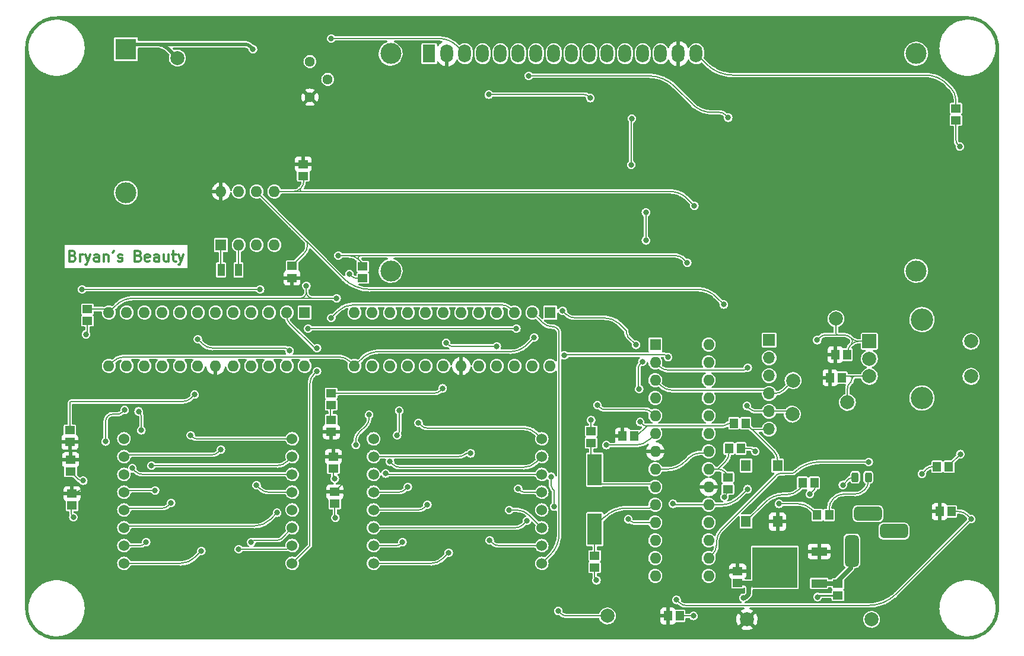
<source format=gbr>
%TF.GenerationSoftware,KiCad,Pcbnew,(6.0.5)*%
%TF.CreationDate,2022-07-22T09:43:27-04:00*%
%TF.ProjectId,Clock,436c6f63-6b2e-46b6-9963-61645f706362,rev?*%
%TF.SameCoordinates,PX4c4b400PY8a48640*%
%TF.FileFunction,Copper,L1,Top*%
%TF.FilePolarity,Positive*%
%FSLAX46Y46*%
G04 Gerber Fmt 4.6, Leading zero omitted, Abs format (unit mm)*
G04 Created by KiCad (PCBNEW (6.0.5)) date 2022-07-22 09:43:27*
%MOMM*%
%LPD*%
G01*
G04 APERTURE LIST*
G04 Aperture macros list*
%AMRoundRect*
0 Rectangle with rounded corners*
0 $1 Rounding radius*
0 $2 $3 $4 $5 $6 $7 $8 $9 X,Y pos of 4 corners*
0 Add a 4 corners polygon primitive as box body*
4,1,4,$2,$3,$4,$5,$6,$7,$8,$9,$2,$3,0*
0 Add four circle primitives for the rounded corners*
1,1,$1+$1,$2,$3*
1,1,$1+$1,$4,$5*
1,1,$1+$1,$6,$7*
1,1,$1+$1,$8,$9*
0 Add four rect primitives between the rounded corners*
20,1,$1+$1,$2,$3,$4,$5,0*
20,1,$1+$1,$4,$5,$6,$7,0*
20,1,$1+$1,$6,$7,$8,$9,0*
20,1,$1+$1,$8,$9,$2,$3,0*%
G04 Aperture macros list end*
%ADD10C,0.300000*%
%TA.AperFunction,NonConductor*%
%ADD11C,0.300000*%
%TD*%
%TA.AperFunction,SMDPad,CuDef*%
%ADD12R,1.000000X1.800000*%
%TD*%
%TA.AperFunction,SMDPad,CuDef*%
%ADD13R,1.150000X1.400000*%
%TD*%
%TA.AperFunction,ComponentPad*%
%ADD14R,1.600000X1.600000*%
%TD*%
%TA.AperFunction,ComponentPad*%
%ADD15O,1.600000X1.600000*%
%TD*%
%TA.AperFunction,SMDPad,CuDef*%
%ADD16R,1.400000X1.150000*%
%TD*%
%TA.AperFunction,ComponentPad*%
%ADD17C,3.200000*%
%TD*%
%TA.AperFunction,ComponentPad*%
%ADD18R,2.000000X2.000000*%
%TD*%
%TA.AperFunction,ComponentPad*%
%ADD19C,2.000000*%
%TD*%
%TA.AperFunction,ComponentPad*%
%ADD20C,1.524000*%
%TD*%
%TA.AperFunction,SMDPad,CuDef*%
%ADD21R,2.200000X1.200000*%
%TD*%
%TA.AperFunction,SMDPad,CuDef*%
%ADD22R,6.400000X5.800000*%
%TD*%
%TA.AperFunction,SMDPad,CuDef*%
%ADD23R,2.000000X4.500000*%
%TD*%
%TA.AperFunction,SMDPad,CuDef*%
%ADD24RoundRect,0.243750X-0.243750X-0.456250X0.243750X-0.456250X0.243750X0.456250X-0.243750X0.456250X0*%
%TD*%
%TA.AperFunction,ComponentPad*%
%ADD25C,3.000000*%
%TD*%
%TA.AperFunction,ComponentPad*%
%ADD26R,1.800000X2.600000*%
%TD*%
%TA.AperFunction,ComponentPad*%
%ADD27O,1.800000X2.600000*%
%TD*%
%TA.AperFunction,ComponentPad*%
%ADD28C,1.440000*%
%TD*%
%TA.AperFunction,SMDPad,CuDef*%
%ADD29R,1.400000X1.600000*%
%TD*%
%TA.AperFunction,ComponentPad*%
%ADD30RoundRect,0.500000X-0.500000X1.750000X-0.500000X-1.750000X0.500000X-1.750000X0.500000X1.750000X0*%
%TD*%
%TA.AperFunction,ComponentPad*%
%ADD31RoundRect,0.500000X-1.500000X-0.500000X1.500000X-0.500000X1.500000X0.500000X-1.500000X0.500000X0*%
%TD*%
%TA.AperFunction,ComponentPad*%
%ADD32R,3.000000X3.000000*%
%TD*%
%TA.AperFunction,ComponentPad*%
%ADD33R,1.700000X1.700000*%
%TD*%
%TA.AperFunction,ComponentPad*%
%ADD34O,1.700000X1.700000*%
%TD*%
%TA.AperFunction,ViaPad*%
%ADD35C,0.812800*%
%TD*%
%TA.AperFunction,Conductor*%
%ADD36C,0.203200*%
%TD*%
%TA.AperFunction,Conductor*%
%ADD37C,0.635000*%
%TD*%
%TA.AperFunction,Conductor*%
%ADD38C,0.254000*%
%TD*%
%TA.AperFunction,Conductor*%
%ADD39C,0.508000*%
%TD*%
G04 APERTURE END LIST*
D10*
D11*
X7328571Y55307143D02*
X7542857Y55235715D01*
X7614285Y55164286D01*
X7685714Y55021429D01*
X7685714Y54807143D01*
X7614285Y54664286D01*
X7542857Y54592858D01*
X7400000Y54521429D01*
X6828571Y54521429D01*
X6828571Y56021429D01*
X7328571Y56021429D01*
X7471428Y55950000D01*
X7542857Y55878572D01*
X7614285Y55735715D01*
X7614285Y55592858D01*
X7542857Y55450000D01*
X7471428Y55378572D01*
X7328571Y55307143D01*
X6828571Y55307143D01*
X8328571Y54521429D02*
X8328571Y55521429D01*
X8328571Y55235715D02*
X8400000Y55378572D01*
X8471428Y55450000D01*
X8614285Y55521429D01*
X8757142Y55521429D01*
X9114285Y55521429D02*
X9471428Y54521429D01*
X9828571Y55521429D02*
X9471428Y54521429D01*
X9328571Y54164286D01*
X9257142Y54092858D01*
X9114285Y54021429D01*
X11042857Y54521429D02*
X11042857Y55307143D01*
X10971428Y55450000D01*
X10828571Y55521429D01*
X10542857Y55521429D01*
X10400000Y55450000D01*
X11042857Y54592858D02*
X10900000Y54521429D01*
X10542857Y54521429D01*
X10400000Y54592858D01*
X10328571Y54735715D01*
X10328571Y54878572D01*
X10400000Y55021429D01*
X10542857Y55092858D01*
X10900000Y55092858D01*
X11042857Y55164286D01*
X11757142Y55521429D02*
X11757142Y54521429D01*
X11757142Y55378572D02*
X11828571Y55450000D01*
X11971428Y55521429D01*
X12185714Y55521429D01*
X12328571Y55450000D01*
X12400000Y55307143D01*
X12400000Y54521429D01*
X13185714Y56021429D02*
X13042857Y55735715D01*
X13757142Y54592858D02*
X13900000Y54521429D01*
X14185714Y54521429D01*
X14328571Y54592858D01*
X14400000Y54735715D01*
X14400000Y54807143D01*
X14328571Y54950000D01*
X14185714Y55021429D01*
X13971428Y55021429D01*
X13828571Y55092858D01*
X13757142Y55235715D01*
X13757142Y55307143D01*
X13828571Y55450000D01*
X13971428Y55521429D01*
X14185714Y55521429D01*
X14328571Y55450000D01*
X16685714Y55307143D02*
X16900000Y55235715D01*
X16971428Y55164286D01*
X17042857Y55021429D01*
X17042857Y54807143D01*
X16971428Y54664286D01*
X16900000Y54592858D01*
X16757142Y54521429D01*
X16185714Y54521429D01*
X16185714Y56021429D01*
X16685714Y56021429D01*
X16828571Y55950000D01*
X16900000Y55878572D01*
X16971428Y55735715D01*
X16971428Y55592858D01*
X16900000Y55450000D01*
X16828571Y55378572D01*
X16685714Y55307143D01*
X16185714Y55307143D01*
X18257142Y54592858D02*
X18114285Y54521429D01*
X17828571Y54521429D01*
X17685714Y54592858D01*
X17614285Y54735715D01*
X17614285Y55307143D01*
X17685714Y55450000D01*
X17828571Y55521429D01*
X18114285Y55521429D01*
X18257142Y55450000D01*
X18328571Y55307143D01*
X18328571Y55164286D01*
X17614285Y55021429D01*
X19614285Y54521429D02*
X19614285Y55307143D01*
X19542857Y55450000D01*
X19400000Y55521429D01*
X19114285Y55521429D01*
X18971428Y55450000D01*
X19614285Y54592858D02*
X19471428Y54521429D01*
X19114285Y54521429D01*
X18971428Y54592858D01*
X18900000Y54735715D01*
X18900000Y54878572D01*
X18971428Y55021429D01*
X19114285Y55092858D01*
X19471428Y55092858D01*
X19614285Y55164286D01*
X20971428Y55521429D02*
X20971428Y54521429D01*
X20328571Y55521429D02*
X20328571Y54735715D01*
X20400000Y54592858D01*
X20542857Y54521429D01*
X20757142Y54521429D01*
X20900000Y54592858D01*
X20971428Y54664286D01*
X21471428Y55521429D02*
X22042857Y55521429D01*
X21685714Y56021429D02*
X21685714Y54735715D01*
X21757142Y54592858D01*
X21900000Y54521429D01*
X22042857Y54521429D01*
X22400000Y55521429D02*
X22757142Y54521429D01*
X23114285Y55521429D02*
X22757142Y54521429D01*
X22614285Y54164286D01*
X22542857Y54092858D01*
X22400000Y54021429D01*
D12*
%TO.P,Y2,1,1*%
%TO.N,Net-(U4-Pad1)*%
X28468000Y53296000D03*
%TO.P,Y2,2,2*%
%TO.N,Net-(U4-Pad2)*%
X30968000Y53296000D03*
%TD*%
D13*
%TO.P,R1,1*%
%TO.N,VCC*%
X85774000Y29557000D03*
%TO.P,R1,2*%
%TO.N,~{RST}*%
X87474000Y29557000D03*
%TD*%
D14*
%TO.P,U5,1,DIN*%
%TO.N,D1OD2I*%
X75453000Y47200000D03*
D15*
%TO.P,U5,2,DIG_0*%
%TO.N,Net-(D1-Pad9)*%
X72913000Y47200000D03*
%TO.P,U5,3,DIG_4*%
%TO.N,Net-(D1-Pad1)*%
X70373000Y47200000D03*
%TO.P,U5,4,GND*%
%TO.N,GND*%
X67833000Y47200000D03*
%TO.P,U5,5,DIG_6*%
%TO.N,Net-(D1-Pad2)*%
X65293000Y47200000D03*
%TO.P,U5,6,DIG_2*%
%TO.N,Net-(D1-Pad8)*%
X62753000Y47200000D03*
%TO.P,U5,7,DIG_3*%
%TO.N,Net-(D1-Pad12)*%
X60213000Y47200000D03*
%TO.P,U5,8,DIG_7*%
%TO.N,Net-(D1-Pad5)*%
X57673000Y47200000D03*
%TO.P,U5,9,GND*%
%TO.N,GND*%
X55133000Y47200000D03*
%TO.P,U5,10,DIG_5*%
%TO.N,Net-(D1-Pad7)*%
X52593000Y47200000D03*
%TO.P,U5,11,DIG_1*%
%TO.N,Net-(D1-Pad14)*%
X50053000Y47200000D03*
%TO.P,U5,12,LOAD*%
%TO.N,DATA MAX*%
X47513000Y47200000D03*
%TO.P,U5,13,CLK*%
%TO.N,SCK*%
X47513000Y39580000D03*
%TO.P,U5,14,SEG_A*%
%TO.N,Net-(D1-Pad3)*%
X50053000Y39580000D03*
%TO.P,U5,15,SEG_F*%
%TO.N,Net-(D1-Pad15)*%
X52593000Y39580000D03*
%TO.P,U5,16,SEG_B*%
%TO.N,Net-(D1-Pad4)*%
X55133000Y39580000D03*
%TO.P,U5,17,SEG_G*%
%TO.N,Net-(D1-Pad16)*%
X57673000Y39580000D03*
%TO.P,U5,18,ISET*%
%TO.N,Net-(R7-Pad2)*%
X60213000Y39580000D03*
%TO.P,U5,19,V+*%
%TO.N,VCC*%
X62753000Y39580000D03*
%TO.P,U5,20,SEG_C*%
%TO.N,Net-(D1-Pad10)*%
X65293000Y39580000D03*
%TO.P,U5,21,SEG_E*%
%TO.N,Net-(D1-Pad11)*%
X67833000Y39580000D03*
%TO.P,U5,22,SEG_DP*%
%TO.N,Net-(D1-Pad13)*%
X70373000Y39580000D03*
%TO.P,U5,23,SEG_D*%
%TO.N,Net-(D1-Pad6)*%
X72913000Y39580000D03*
%TO.P,U5,24,DOUT*%
%TO.N,Net-(DO_TP1-Pad1)*%
X75453000Y39580000D03*
%TD*%
D16*
%TO.P,C6,1*%
%TO.N,Net-(C6-Pad1)*%
X81798000Y12500000D03*
%TO.P,C6,2*%
%TO.N,GND*%
X81798000Y10800000D03*
%TD*%
D17*
%TO.P,SW1,*%
%TO.N,*%
X128500000Y46200000D03*
X128500000Y35000000D03*
D18*
%TO.P,SW1,A,A*%
%TO.N,ROT ENC A OUT*%
X121000000Y43100000D03*
D19*
%TO.P,SW1,B,B*%
%TO.N,ROT ENC B OUT*%
X121000000Y38100000D03*
%TO.P,SW1,C,C*%
%TO.N,GND*%
X121000000Y40600000D03*
%TO.P,SW1,S1,S1*%
%TO.N,ROT ENC SWITCH*%
X135500000Y38100000D03*
%TO.P,SW1,S2,S2*%
%TO.N,GND*%
X135500000Y43100000D03*
%TD*%
D20*
%TO.P,D2,1,R5*%
%TO.N,Net-(D2-Pad1)*%
X14618000Y29176000D03*
%TO.P,D2,2,R7*%
%TO.N,Net-(D2-Pad2)*%
X14618000Y26636000D03*
%TO.P,D2,3,C2*%
%TO.N,Net-(D2-Pad3)*%
X14618000Y24096000D03*
%TO.P,D2,4,C3*%
%TO.N,Net-(D2-Pad4)*%
X14618000Y21556000D03*
%TO.P,D2,5,R8*%
%TO.N,Net-(D2-Pad5)*%
X14618000Y19016000D03*
%TO.P,D2,6,C5*%
%TO.N,Net-(D2-Pad6)*%
X14618000Y16476000D03*
%TO.P,D2,7,R6*%
%TO.N,Net-(D2-Pad7)*%
X14618000Y13936000D03*
%TO.P,D2,8,R3*%
%TO.N,Net-(D2-Pad8)*%
X14618000Y11396000D03*
%TO.P,D2,9,R1*%
%TO.N,Net-(D2-Pad9)*%
X38618000Y11396000D03*
%TO.P,D2,10,C4*%
%TO.N,Net-(D2-Pad10)*%
X38618000Y13936000D03*
%TO.P,D2,11,C6*%
%TO.N,Net-(D2-Pad11)*%
X38618000Y16476000D03*
%TO.P,D2,12,R4*%
%TO.N,Net-(D2-Pad12)*%
X38618000Y19016000D03*
%TO.P,D2,13,C1*%
%TO.N,Net-(D2-Pad13)*%
X38618000Y21556000D03*
%TO.P,D2,14,R2*%
%TO.N,Net-(D2-Pad14)*%
X38618000Y24096000D03*
%TO.P,D2,15,C7*%
%TO.N,Net-(D2-Pad15)*%
X38618000Y26636000D03*
%TO.P,D2,16,C8*%
%TO.N,Net-(D2-Pad16)*%
X38618000Y29176000D03*
%TD*%
D16*
%TO.P,C13,1*%
%TO.N,Net-(U2-Pad21)*%
X100800000Y23700000D03*
%TO.P,C13,2*%
%TO.N,GND*%
X100800000Y22000000D03*
%TD*%
%TO.P,R6,1*%
%TO.N,VCC*%
X44200000Y30200000D03*
%TO.P,R6,2*%
%TO.N,Net-(R6-Pad2)*%
X44200000Y31900000D03*
%TD*%
D13*
%TO.P,C11,1*%
%TO.N,~{RST}*%
X101650000Y31400000D03*
%TO.P,C11,2*%
%TO.N,~{RESET BTN}*%
X103350000Y31400000D03*
%TD*%
D19*
%TO.P,A_TP1,1,1*%
%TO.N,ROT ENC A OUT*%
X116215000Y46321000D03*
%TD*%
D16*
%TO.P,C3,1*%
%TO.N,VCC*%
X102200000Y10300000D03*
%TO.P,C3,2*%
%TO.N,GND*%
X102200000Y8600000D03*
%TD*%
D21*
%TO.P,U1,1,IN*%
%TO.N,Net-(C2-Pad1)*%
X113825000Y8545000D03*
D22*
%TO.P,U1,2,GND*%
%TO.N,GND*%
X107525000Y10825000D03*
D21*
%TO.P,U1,3,OUT*%
%TO.N,VCC*%
X113825000Y13105000D03*
%TD*%
D16*
%TO.P,C10,1*%
%TO.N,VCC*%
X7000000Y26200000D03*
%TO.P,C10,2*%
%TO.N,GND*%
X7000000Y24500000D03*
%TD*%
D13*
%TO.P,C4,1*%
%TO.N,VCC*%
X92251000Y3903000D03*
%TO.P,C4,2*%
%TO.N,GND*%
X93951000Y3903000D03*
%TD*%
D19*
%TO.P,DO_TP1,1,1*%
%TO.N,Net-(DO_TP1-Pad1)*%
X83600000Y3900000D03*
%TD*%
D16*
%TO.P,C9,1*%
%TO.N,VCC*%
X44700000Y21600000D03*
%TO.P,C9,2*%
%TO.N,GND*%
X44700000Y19900000D03*
%TD*%
D13*
%TO.P,R2,1*%
%TO.N,VCC*%
X115400000Y37900000D03*
%TO.P,R2,2*%
%TO.N,ROT ENC B OUT*%
X117100000Y37900000D03*
%TD*%
D23*
%TO.P,Y1,1,1*%
%TO.N,Net-(C5-Pad1)*%
X81798000Y24790000D03*
%TO.P,Y1,2,2*%
%TO.N,Net-(C6-Pad1)*%
X81798000Y16290000D03*
%TD*%
D24*
%TO.P,D3,1,K*%
%TO.N,GND*%
X118962500Y23700000D03*
%TO.P,D3,2,A*%
%TO.N,Net-(D3-Pad2)*%
X120837500Y23700000D03*
%TD*%
D19*
%TO.P,TX_TP1,1,1*%
%TO.N,TXD*%
X110100000Y37500000D03*
%TD*%
D16*
%TO.P,R11,1*%
%TO.N,Net-(DS1-Pad16)*%
X133350000Y76350000D03*
%TO.P,R11,2*%
%TO.N,GND*%
X133350000Y74650000D03*
%TD*%
%TO.P,C7,1*%
%TO.N,VCC*%
X44500000Y26650000D03*
%TO.P,C7,2*%
%TO.N,GND*%
X44500000Y24950000D03*
%TD*%
%TO.P,R4,1*%
%TO.N,DATA MAX*%
X48700000Y53800000D03*
%TO.P,R4,2*%
%TO.N,GND*%
X48700000Y52100000D03*
%TD*%
D19*
%TO.P,VCC_TP1,1,1*%
%TO.N,VCC*%
X103515000Y3395000D03*
%TD*%
D16*
%TO.P,C5,1*%
%TO.N,Net-(C5-Pad1)*%
X81290000Y28580000D03*
%TO.P,C5,2*%
%TO.N,GND*%
X81290000Y30280000D03*
%TD*%
D14*
%TO.P,U6,1,DIN*%
%TO.N,LOAD MAX*%
X40396000Y47210000D03*
D15*
%TO.P,U6,2,DIG_0*%
%TO.N,Net-(D2-Pad9)*%
X37856000Y47210000D03*
%TO.P,U6,3,DIG_4*%
%TO.N,Net-(D2-Pad1)*%
X35316000Y47210000D03*
%TO.P,U6,4,GND*%
%TO.N,GND*%
X32776000Y47210000D03*
%TO.P,U6,5,DIG_6*%
%TO.N,Net-(D2-Pad2)*%
X30236000Y47210000D03*
%TO.P,U6,6,DIG_2*%
%TO.N,Net-(D2-Pad8)*%
X27696000Y47210000D03*
%TO.P,U6,7,DIG_3*%
%TO.N,Net-(D2-Pad12)*%
X25156000Y47210000D03*
%TO.P,U6,8,DIG_7*%
%TO.N,Net-(D2-Pad5)*%
X22616000Y47210000D03*
%TO.P,U6,9,GND*%
%TO.N,GND*%
X20076000Y47210000D03*
%TO.P,U6,10,DIG_5*%
%TO.N,Net-(D2-Pad7)*%
X17536000Y47210000D03*
%TO.P,U6,11,DIG_1*%
%TO.N,Net-(D2-Pad14)*%
X14996000Y47210000D03*
%TO.P,U6,12,LOAD*%
%TO.N,DATA MAX*%
X12456000Y47210000D03*
%TO.P,U6,13,CLK*%
%TO.N,SCK*%
X12456000Y39590000D03*
%TO.P,U6,14,SEG_A*%
%TO.N,Net-(D2-Pad3)*%
X14996000Y39590000D03*
%TO.P,U6,15,SEG_F*%
%TO.N,Net-(D2-Pad15)*%
X17536000Y39590000D03*
%TO.P,U6,16,SEG_B*%
%TO.N,Net-(D2-Pad4)*%
X20076000Y39590000D03*
%TO.P,U6,17,SEG_G*%
%TO.N,Net-(D2-Pad16)*%
X22616000Y39590000D03*
%TO.P,U6,18,ISET*%
%TO.N,Net-(U6-Pad18)*%
X25156000Y39590000D03*
%TO.P,U6,19,V+*%
%TO.N,VCC*%
X27696000Y39590000D03*
%TO.P,U6,20,SEG_C*%
%TO.N,Net-(D2-Pad10)*%
X30236000Y39590000D03*
%TO.P,U6,21,SEG_E*%
%TO.N,Net-(D2-Pad11)*%
X32776000Y39590000D03*
%TO.P,U6,22,SEG_DP*%
%TO.N,Net-(D2-Pad13)*%
X35316000Y39590000D03*
%TO.P,U6,23,SEG_D*%
%TO.N,Net-(D2-Pad6)*%
X37856000Y39590000D03*
%TO.P,U6,24,DOUT*%
%TO.N,D1OD2I*%
X40396000Y39590000D03*
%TD*%
D16*
%TO.P,R12,1*%
%TO.N,VCC*%
X38600000Y52150000D03*
%TO.P,R12,2*%
%TO.N,A5 SCK*%
X38600000Y53850000D03*
%TD*%
D19*
%TO.P,RX_TP1,1,1*%
%TO.N,RXD*%
X110000000Y32700000D03*
%TD*%
%TO.P,B_TP1,1,1*%
%TO.N,ROT ENC B OUT*%
X117866000Y34383000D03*
%TD*%
D13*
%TO.P,R10,1*%
%TO.N,Net-(SW2-Pad4)*%
X111450000Y22900000D03*
%TO.P,R10,2*%
%TO.N,GND*%
X113150000Y22900000D03*
%TD*%
D25*
%TO.P,DS1,*%
%TO.N,*%
X127680000Y84157500D03*
X52680900Y53156800D03*
X52680900Y84157500D03*
X127679480Y53156800D03*
D26*
%TO.P,DS1,1,VSS*%
%TO.N,GND*%
X58180000Y84157500D03*
D27*
%TO.P,DS1,2,VDD*%
%TO.N,VCC*%
X60720000Y84157500D03*
%TO.P,DS1,3,VO*%
%TO.N,Net-(DS1-Pad3)*%
X63260000Y84157500D03*
%TO.P,DS1,4,RS*%
%TO.N,LCD RS*%
X65800000Y84157500D03*
%TO.P,DS1,5,R/W*%
%TO.N,GND*%
X68340000Y84157500D03*
%TO.P,DS1,6,E*%
%TO.N,LCD E*%
X70880000Y84157500D03*
%TO.P,DS1,7,D0*%
%TO.N,unconnected-(DS1-Pad7)*%
X73420000Y84157500D03*
%TO.P,DS1,8,D1*%
%TO.N,unconnected-(DS1-Pad8)*%
X75960000Y84157500D03*
%TO.P,DS1,9,D2*%
%TO.N,unconnected-(DS1-Pad9)*%
X78500000Y84157500D03*
%TO.P,DS1,10,D3*%
%TO.N,unconnected-(DS1-Pad10)*%
X81040000Y84157500D03*
%TO.P,DS1,11,D4*%
%TO.N,LCD D4*%
X83580000Y84157500D03*
%TO.P,DS1,12,D5*%
%TO.N,LCD D5*%
X86120000Y84157500D03*
%TO.P,DS1,13,D6*%
%TO.N,LCD D6*%
X88660000Y84157500D03*
%TO.P,DS1,14,D7*%
%TO.N,LCD D7*%
X91200000Y84157500D03*
%TO.P,DS1,15,LED(+)*%
%TO.N,VCC*%
X93740000Y84157500D03*
%TO.P,DS1,16,LED(-)*%
%TO.N,Net-(DS1-Pad16)*%
X96280000Y84157500D03*
%TD*%
D13*
%TO.P,R9,1*%
%TO.N,ROT ENC SWITCH*%
X132700000Y18800000D03*
%TO.P,R9,2*%
%TO.N,VCC*%
X131000000Y18800000D03*
%TD*%
D16*
%TO.P,R5,1*%
%TO.N,DATA MAX*%
X9400000Y47700000D03*
%TO.P,R5,2*%
%TO.N,GND*%
X9400000Y46000000D03*
%TD*%
D13*
%TO.P,R3,1*%
%TO.N,VCC*%
X116150000Y41200000D03*
%TO.P,R3,2*%
%TO.N,ROT ENC A OUT*%
X117850000Y41200000D03*
%TD*%
D14*
%TO.P,U4,1,X1*%
%TO.N,Net-(U4-Pad1)*%
X28458000Y56862000D03*
D15*
%TO.P,U4,2,X2*%
%TO.N,Net-(U4-Pad2)*%
X30998000Y56862000D03*
%TO.P,U4,3,VBAT*%
%TO.N,VBAT*%
X33538000Y56862000D03*
%TO.P,U4,4,GND*%
%TO.N,GND*%
X36078000Y56862000D03*
%TO.P,U4,5,SDA*%
%TO.N,A4 SDA*%
X36078000Y64482000D03*
%TO.P,U4,6,SCL*%
%TO.N,A5 SCK*%
X33538000Y64482000D03*
%TO.P,U4,7,SQW/OUT*%
%TO.N,unconnected-(U4-Pad7)*%
X30998000Y64482000D03*
%TO.P,U4,8,VCC*%
%TO.N,VCC*%
X28458000Y64482000D03*
%TD*%
D13*
%TO.P,C12,1*%
%TO.N,GND*%
X130650000Y25200000D03*
%TO.P,C12,2*%
%TO.N,ROT ENC SWITCH*%
X132350000Y25200000D03*
%TD*%
D28*
%TO.P,RV1,1,1*%
%TO.N,VCC*%
X41158000Y77944000D03*
%TO.P,RV1,2,2*%
%TO.N,Net-(DS1-Pad3)*%
X43698000Y80484000D03*
%TO.P,RV1,3,3*%
%TO.N,GND*%
X41158000Y83024000D03*
%TD*%
D19*
%TO.P,VBAT_TP1,1,1*%
%TO.N,VBAT*%
X22235000Y83532000D03*
%TD*%
%TO.P,TP_GND1,1,1*%
%TO.N,GND*%
X121300000Y3400000D03*
%TD*%
D16*
%TO.P,C2,1*%
%TO.N,Net-(C2-Pad1)*%
X116500000Y8500000D03*
%TO.P,C2,2*%
%TO.N,GND*%
X116500000Y6800000D03*
%TD*%
%TO.P,R8,1*%
%TO.N,VCC*%
X6900000Y28700000D03*
%TO.P,R8,2*%
%TO.N,Net-(U6-Pad18)*%
X6900000Y30400000D03*
%TD*%
D14*
%TO.P,U2,1,~{RESET}/PC6*%
%TO.N,~{RST}*%
X90444000Y42628000D03*
D15*
%TO.P,U2,2,PD0*%
%TO.N,RXD*%
X90444000Y40088000D03*
%TO.P,U2,3,PD1*%
%TO.N,TXD*%
X90444000Y37548000D03*
%TO.P,U2,4,PD2*%
%TO.N,LOAD MAX*%
X90444000Y35008000D03*
%TO.P,U2,5,PD3*%
%TO.N,LCD RS*%
X90444000Y32468000D03*
%TO.P,U2,6,PD4*%
%TO.N,LCD D4*%
X90444000Y29928000D03*
%TO.P,U2,7,VCC*%
%TO.N,VCC*%
X90444000Y27388000D03*
%TO.P,U2,8,GND*%
%TO.N,GND*%
X90444000Y24848000D03*
%TO.P,U2,9,XTAL1/PB6*%
%TO.N,Net-(C5-Pad1)*%
X90444000Y22308000D03*
%TO.P,U2,10,XTAL2/PB7*%
%TO.N,Net-(C6-Pad1)*%
X90444000Y19768000D03*
%TO.P,U2,11,PD5*%
%TO.N,LCD D5*%
X90444000Y17228000D03*
%TO.P,U2,12,PD6*%
%TO.N,LCD D6*%
X90444000Y14688000D03*
%TO.P,U2,13,PD7*%
%TO.N,LCD D7*%
X90444000Y12148000D03*
%TO.P,U2,14,PB0*%
%TO.N,ROT ENC SWITCH*%
X90444000Y9608000D03*
%TO.P,U2,15,PB1*%
%TO.N,ROT ENC A OUT*%
X98064000Y9608000D03*
%TO.P,U2,16,PB2*%
%TO.N,ROT ENC B OUT*%
X98064000Y12148000D03*
%TO.P,U2,17,PB3*%
%TO.N,DATA MAX*%
X98064000Y14688000D03*
%TO.P,U2,18,PB4*%
%TO.N,LCD E*%
X98064000Y17228000D03*
%TO.P,U2,19,PB5*%
%TO.N,SCK*%
X98064000Y19768000D03*
%TO.P,U2,20,AVCC*%
%TO.N,VCC*%
X98064000Y22308000D03*
%TO.P,U2,21,AREF*%
%TO.N,Net-(U2-Pad21)*%
X98064000Y24848000D03*
%TO.P,U2,22,GND*%
%TO.N,GND*%
X98064000Y27388000D03*
%TO.P,U2,23,PC0*%
%TO.N,unconnected-(U2-Pad23)*%
X98064000Y29928000D03*
%TO.P,U2,24,PC1*%
%TO.N,unconnected-(U2-Pad24)*%
X98064000Y32468000D03*
%TO.P,U2,25,PC2*%
%TO.N,unconnected-(U2-Pad25)*%
X98064000Y35008000D03*
%TO.P,U2,26,PC3*%
%TO.N,unconnected-(U2-Pad26)*%
X98064000Y37548000D03*
%TO.P,U2,27,PC4*%
%TO.N,A4 SDA*%
X98064000Y40088000D03*
%TO.P,U2,28,PC5*%
%TO.N,A5 SCK*%
X98064000Y42628000D03*
%TD*%
D29*
%TO.P,SW2,1,A*%
%TO.N,~{RESET BTN}*%
X107888000Y25366000D03*
%TO.P,SW2,2,A*%
%TO.N,VCC*%
X107888000Y17366000D03*
%TO.P,SW2,3,B*%
%TO.N,unconnected-(SW2-Pad3)*%
X103388000Y25366000D03*
%TO.P,SW2,4,B*%
%TO.N,Net-(SW2-Pad4)*%
X103388000Y17366000D03*
%TD*%
D13*
%TO.P,C1,1*%
%TO.N,Net-(U2-Pad21)*%
X100950000Y27800000D03*
%TO.P,C1,2*%
%TO.N,GND*%
X102650000Y27800000D03*
%TD*%
D16*
%TO.P,R7,1*%
%TO.N,Net-(R6-Pad2)*%
X44200000Y34000000D03*
%TO.P,R7,2*%
%TO.N,Net-(R7-Pad2)*%
X44200000Y35700000D03*
%TD*%
%TO.P,C8,1*%
%TO.N,VCC*%
X7200000Y21350000D03*
%TO.P,C8,2*%
%TO.N,GND*%
X7200000Y19650000D03*
%TD*%
D20*
%TO.P,D1,1,R5*%
%TO.N,Net-(D1-Pad1)*%
X50240000Y29176000D03*
%TO.P,D1,2,R7*%
%TO.N,Net-(D1-Pad2)*%
X50240000Y26636000D03*
%TO.P,D1,3,C2*%
%TO.N,Net-(D1-Pad3)*%
X50240000Y24096000D03*
%TO.P,D1,4,C3*%
%TO.N,Net-(D1-Pad4)*%
X50240000Y21556000D03*
%TO.P,D1,5,R8*%
%TO.N,Net-(D1-Pad5)*%
X50240000Y19016000D03*
%TO.P,D1,6,C5*%
%TO.N,Net-(D1-Pad6)*%
X50240000Y16476000D03*
%TO.P,D1,7,R6*%
%TO.N,Net-(D1-Pad7)*%
X50240000Y13936000D03*
%TO.P,D1,8,R3*%
%TO.N,Net-(D1-Pad8)*%
X50240000Y11396000D03*
%TO.P,D1,9,R1*%
%TO.N,Net-(D1-Pad9)*%
X74240000Y11396000D03*
%TO.P,D1,10,C4*%
%TO.N,Net-(D1-Pad10)*%
X74240000Y13936000D03*
%TO.P,D1,11,C6*%
%TO.N,Net-(D1-Pad11)*%
X74240000Y16476000D03*
%TO.P,D1,12,R4*%
%TO.N,Net-(D1-Pad12)*%
X74240000Y19016000D03*
%TO.P,D1,13,C1*%
%TO.N,Net-(D1-Pad13)*%
X74240000Y21556000D03*
%TO.P,D1,14,R2*%
%TO.N,Net-(D1-Pad14)*%
X74240000Y24096000D03*
%TO.P,D1,15,C7*%
%TO.N,Net-(D1-Pad15)*%
X74240000Y26636000D03*
%TO.P,D1,16,C8*%
%TO.N,Net-(D1-Pad16)*%
X74240000Y29176000D03*
%TD*%
D13*
%TO.P,R14,1*%
%TO.N,SCK*%
X113550000Y18300000D03*
%TO.P,R14,2*%
%TO.N,Net-(D3-Pad2)*%
X115250000Y18300000D03*
%TD*%
D16*
%TO.P,R13,1*%
%TO.N,VCC*%
X40200000Y68400000D03*
%TO.P,R13,2*%
%TO.N,A4 SDA*%
X40200000Y66700000D03*
%TD*%
D30*
%TO.P,J1,1,POLE*%
%TO.N,Net-(C2-Pad1)*%
X118500000Y13200000D03*
D31*
%TO.P,J1,2,OUT*%
%TO.N,GND*%
X120800000Y18500000D03*
%TO.P,J1,3,OUT*%
%TO.N,unconnected-(J1-Pad3)*%
X124500000Y16000000D03*
%TD*%
D32*
%TO.P,BT1,1,+*%
%TO.N,VBAT*%
X14900000Y84800000D03*
D25*
%TO.P,BT1,2,-*%
%TO.N,GND*%
X14900000Y64310000D03*
%TD*%
D33*
%TO.P,J2,1,Pin_1*%
%TO.N,GND*%
X106690000Y43273000D03*
D34*
%TO.P,J2,2,Pin_2*%
X106690000Y40733000D03*
%TO.P,J2,3,Pin_3*%
%TO.N,unconnected-(J2-Pad3)*%
X106690000Y38193000D03*
%TO.P,J2,4,Pin_4*%
%TO.N,TXD*%
X106690000Y35653000D03*
%TO.P,J2,5,Pin_5*%
%TO.N,RXD*%
X106690000Y33113000D03*
%TO.P,J2,6,Pin_6*%
%TO.N,~{RESET BTN}*%
X106690000Y30573000D03*
%TD*%
D35*
%TO.N,LCD D6*%
X89100000Y57500000D03*
X89100000Y61500000D03*
%TO.N,LCD D5*%
X87000000Y68300000D03*
X87100000Y74900000D03*
X86600000Y17700000D03*
%TO.N,LCD D4*%
X83449000Y28287000D03*
%TO.N,LCD E*%
X100848000Y75023000D03*
X72400000Y80992000D03*
%TO.N,GND*%
X81290000Y31843000D03*
X44700000Y23500000D03*
X7400000Y18000000D03*
X112500000Y21300000D03*
X44800000Y17900000D03*
X113600000Y6600000D03*
X95895000Y3903000D03*
X133900000Y70900000D03*
X128500000Y24200000D03*
X117200000Y22600000D03*
X82052000Y8983000D03*
X103000000Y6500000D03*
X46800000Y52700000D03*
X9200000Y44100000D03*
X8800000Y23200000D03*
X104700000Y27400000D03*
X100300000Y20900000D03*
%TO.N,LCD RS*%
X66685000Y78325000D03*
X82179000Y34002000D03*
X81163000Y77817000D03*
%TO.N,VCC*%
X63000000Y28700000D03*
X100200000Y7600000D03*
X27700000Y31000000D03*
%TO.N,ROT ENC SWITCH*%
X93482000Y6189000D03*
X135519000Y17746000D03*
X133975000Y27000000D03*
%TO.N,Net-(R7-Pad2)*%
X60100000Y36400000D03*
%TO.N,Net-(U6-Pad18)*%
X24700000Y35500000D03*
%TO.N,DATA MAX*%
X95006000Y54322000D03*
X45222000Y55338000D03*
X44968000Y49242000D03*
X40650000Y51020000D03*
%TO.N,~{RST}*%
X88600000Y40200000D03*
X88275000Y31589000D03*
X88148000Y36288000D03*
%TO.N,RXD*%
X103515000Y33875000D03*
X103642000Y39336000D03*
%TO.N,Net-(D2-Pad1)*%
X8646000Y50512000D03*
X34046000Y50512000D03*
%TO.N,Net-(D2-Pad2)*%
X28458000Y27652000D03*
%TO.N,Net-(D2-Pad3)*%
X14700000Y33300000D03*
X12000000Y28800000D03*
%TO.N,Net-(D2-Pad4)*%
X19060000Y21810000D03*
%TO.N,Net-(D2-Pad5)*%
X21346000Y20032000D03*
%TO.N,Net-(D2-Pad6)*%
X36459000Y18635000D03*
%TO.N,Net-(D2-Pad7)*%
X17100000Y30400000D03*
X17790000Y14444000D03*
X16700000Y33100000D03*
%TO.N,Net-(D2-Pad8)*%
X25664000Y13174000D03*
%TO.N,Net-(D2-Pad9)*%
X42174000Y42130000D03*
X42174000Y38828000D03*
%TO.N,Net-(D2-Pad10)*%
X30998000Y13428000D03*
%TO.N,Net-(D2-Pad11)*%
X32776000Y14444000D03*
%TO.N,Net-(D2-Pad12)*%
X25156000Y43400000D03*
X38237000Y41749000D03*
%TO.N,Net-(D2-Pad13)*%
X33538000Y22572000D03*
%TO.N,Net-(D2-Pad14)*%
X15809300Y24985966D03*
%TO.N,Net-(D2-Pad15)*%
X18552000Y25366000D03*
%TO.N,Net-(D2-Pad16)*%
X24140000Y29684000D03*
%TO.N,A4 SDA*%
X96022000Y62450000D03*
%TO.N,A5 SCK*%
X100213000Y48353000D03*
%TO.N,VBAT*%
X33030000Y84802000D03*
%TO.N,ROT ENC A OUT*%
X113548000Y43273000D03*
%TO.N,ROT ENC B OUT*%
X120914000Y25874000D03*
%TO.N,LOAD MAX*%
X87700000Y42600000D03*
X77226000Y47464000D03*
%TO.N,SCK*%
X103600000Y22000000D03*
X92974000Y19905000D03*
X108100000Y19900000D03*
X77480000Y41114000D03*
X73162000Y43654000D03*
X92259011Y40860000D03*
%TO.N,D1OD2I*%
X40904000Y44924000D03*
X70622000Y44924000D03*
%TO.N,Net-(D1-Pad1)*%
X44206000Y46448000D03*
%TO.N,Net-(D1-Pad2)*%
X64100000Y27100000D03*
%TO.N,Net-(D1-Pad3)*%
X49600000Y32600000D03*
X47700000Y28300000D03*
%TO.N,Net-(D1-Pad4)*%
X55128000Y22318000D03*
%TO.N,Net-(D1-Pad5)*%
X57922000Y19778000D03*
%TO.N,Net-(D1-Pad6)*%
X72146000Y17492000D03*
%TO.N,Net-(D1-Pad7)*%
X53900000Y33200000D03*
X53600000Y29700000D03*
X54366000Y14444000D03*
%TO.N,Net-(D1-Pad8)*%
X60970000Y12920000D03*
%TO.N,Net-(D1-Pad10)*%
X66812000Y14698000D03*
%TO.N,Net-(D1-Pad11)*%
X69606000Y19016000D03*
%TO.N,Net-(D1-Pad12)*%
X67828000Y42384000D03*
X60589000Y42892000D03*
%TO.N,Net-(D1-Pad13)*%
X70876000Y22064000D03*
%TO.N,Net-(D1-Pad14)*%
X51953000Y24223000D03*
%TO.N,Net-(D1-Pad15)*%
X52588000Y25925300D03*
%TO.N,Net-(D1-Pad16)*%
X56652000Y31462000D03*
%TO.N,Net-(DO_TP1-Pad1)*%
X76007300Y19500000D03*
X76600000Y4600000D03*
X75574766Y23782436D03*
%TO.N,Net-(DS1-Pad3)*%
X44206000Y86326000D03*
%TD*%
D36*
%TO.N,LCD D6*%
X89100000Y61500000D02*
X89100000Y57500000D01*
%TO.N,LCD D5*%
X87405754Y17228000D02*
X90444000Y17228000D01*
X87000000Y74729290D02*
X87000000Y68300000D01*
X87100000Y74900000D02*
X87050000Y74850000D01*
X86600000Y17700000D02*
X86836000Y17464000D01*
X86836013Y17464013D02*
G75*
G03*
X87405754Y17228000I569787J569787D01*
G01*
X87049997Y74850003D02*
G75*
G03*
X87000000Y74729290I120703J-120703D01*
G01*
%TO.N,LCD D4*%
X83449000Y28287000D02*
X87642637Y28287000D01*
X89623500Y29107500D02*
X90444000Y29928000D01*
X89623489Y29107511D02*
G75*
G02*
X87642637Y28287000I-1980889J1980889D01*
G01*
%TO.N,LCD E*%
X89450036Y80992000D02*
X72400000Y80992000D01*
X100848000Y75023000D02*
X100467000Y75404000D01*
X99547184Y75785000D02*
X98498500Y75785000D01*
X93297792Y79398208D02*
X95788467Y76907533D01*
X95788460Y76907526D02*
G75*
G03*
X98498500Y75785000I2710040J2710074D01*
G01*
X100467005Y75404005D02*
G75*
G03*
X99547184Y75785000I-919805J-919805D01*
G01*
X89450036Y80992010D02*
G75*
G02*
X93297791Y79398207I-36J-5441610D01*
G01*
%TO.N,GND*%
X95895000Y3903000D02*
X93951000Y3903000D01*
X9400000Y44441422D02*
X9400000Y46000000D01*
X44500000Y23841422D02*
X44500000Y25100000D01*
D37*
X103800000Y7141422D02*
X103800000Y7850000D01*
D36*
X133350000Y71838909D02*
X133350000Y74650000D01*
X95214409Y26463410D02*
X94714460Y25963462D01*
D37*
X103700000Y6900000D02*
X103593932Y6793934D01*
X105830330Y9130331D02*
X107525000Y10825000D01*
D36*
X82052000Y8983000D02*
X81925000Y9110000D01*
X9300000Y44200000D02*
X9200000Y44100000D01*
X92021500Y24848000D02*
X90444000Y24848000D01*
X46800000Y52700000D02*
X47100000Y52400000D01*
D37*
X103499999Y6700001D02*
X103476516Y6676518D01*
X103476516Y6676518D02*
X103429549Y6629551D01*
D36*
X8123223Y23376777D02*
X7000000Y24500000D01*
D37*
X103429549Y6629551D02*
X103406066Y6606067D01*
D36*
X100300000Y20900000D02*
X100510500Y21110500D01*
X47824264Y52100000D02*
X48700000Y52100000D01*
X118065770Y23465771D02*
X117200000Y22600000D01*
X113382000Y22504000D02*
X113382000Y22826000D01*
X97942000Y27266000D02*
X98064000Y27388000D01*
D37*
X103000000Y6500000D02*
X103150000Y6500000D01*
D36*
X104500000Y27600000D02*
X104700000Y27400000D01*
X130075000Y25200000D02*
X130650000Y25200000D01*
X118631250Y23700000D02*
X118962500Y23700000D01*
X133625000Y71175000D02*
X133900000Y70900000D01*
D37*
X104550000Y8600000D02*
X103050000Y8600000D01*
D36*
X7400000Y18000000D02*
X7250000Y18150000D01*
D38*
X113700000Y6700000D02*
X113600000Y6600000D01*
D36*
X44750000Y17950000D02*
X44800000Y17900000D01*
D38*
X113941421Y6800000D02*
X116500000Y6800000D01*
D36*
X81290000Y31843000D02*
X81290000Y30280000D01*
X81798000Y9416606D02*
X81798000Y10800000D01*
X104017157Y27800000D02*
X102650000Y27800000D01*
X96857500Y27144000D02*
X97647465Y27144000D01*
X7100000Y18512133D02*
X7100000Y19900000D01*
X113154311Y21954312D02*
X112500000Y21300000D01*
D37*
X103593932Y6793934D02*
X103499999Y6700001D01*
D36*
X128500000Y24200000D02*
X129093413Y24793414D01*
X44700000Y18070711D02*
X44700000Y19900000D01*
X44600000Y23600000D02*
X44700000Y23500000D01*
X8800000Y23200000D02*
X8550000Y23200000D01*
D37*
X103050000Y8600000D02*
X102200000Y8600000D01*
D36*
X118065747Y23465794D02*
G75*
G02*
X118631250Y23700000I565453J-565494D01*
G01*
X133624997Y71174997D02*
G75*
G02*
X133350000Y71838909I663903J663903D01*
G01*
X44700005Y18070711D02*
G75*
G03*
X44750000Y17950000I170695J-11D01*
G01*
X97647465Y27144015D02*
G75*
G03*
X97941999Y27266001I35J416485D01*
G01*
D38*
X113941421Y6799991D02*
G75*
G03*
X113700000Y6700000I-21J-341391D01*
G01*
D36*
X9300006Y44199994D02*
G75*
G03*
X9400000Y44441422I-241406J241406D01*
G01*
D37*
X103150000Y6499992D02*
G75*
G03*
X103406066Y6606067I0J362108D01*
G01*
D36*
X8550000Y23200014D02*
G75*
G02*
X8123223Y23376777I0J603586D01*
G01*
X104017157Y27799982D02*
G75*
G02*
X104500000Y27600000I43J-682782D01*
G01*
X7249991Y18149991D02*
G75*
G02*
X7100000Y18512133I362109J362109D01*
G01*
X81924998Y9109998D02*
G75*
G02*
X81798000Y9416606I306602J306602D01*
G01*
X96857500Y27143995D02*
G75*
G03*
X95214409Y26463410I0J-2323695D01*
G01*
X47100011Y52400011D02*
G75*
G03*
X47824264Y52100000I724289J724289D01*
G01*
D37*
X103800000Y7850000D02*
G75*
G02*
X104550000Y8600000I750000J0D01*
G01*
X105830339Y9130322D02*
G75*
G02*
X104550000Y8600000I-1280339J1280378D01*
G01*
D36*
X44500009Y23841422D02*
G75*
G03*
X44600000Y23600000I341391J-22D01*
G01*
X113381992Y22504000D02*
G75*
G02*
X113154311Y21954312I-777392J0D01*
G01*
X100721003Y21618692D02*
G75*
G02*
X100510500Y21110500I-718703J8D01*
G01*
X92021500Y24847996D02*
G75*
G03*
X94714459Y25963463I0J3808404D01*
G01*
X129093408Y24793419D02*
G75*
G02*
X130075000Y25200000I981592J-981619D01*
G01*
D37*
X103700006Y6899994D02*
G75*
G03*
X103800000Y7141422I-241406J241406D01*
G01*
X103800000Y7850000D02*
G75*
G03*
X103050000Y8600000I-750000J0D01*
G01*
D36*
%TO.N,LCD RS*%
X80295789Y78325000D02*
X66685000Y78325000D01*
X82179000Y34002000D02*
X82496500Y33684500D01*
X80909000Y78071000D02*
X81163000Y77817000D01*
X88909311Y33367000D02*
X83263012Y33367000D01*
X89994500Y32917500D02*
X90444000Y32468000D01*
X82496496Y33684496D02*
G75*
G03*
X83263012Y33367000I766504J766504D01*
G01*
X88909311Y33367004D02*
G75*
G02*
X89994500Y32917500I-11J-1534704D01*
G01*
X80295789Y78324995D02*
G75*
G02*
X80908999Y78070999I11J-867195D01*
G01*
%TO.N,VCC*%
X48301155Y27501156D02*
X48135355Y27335356D01*
X48100000Y27350000D02*
X48100000Y27250000D01*
X11451155Y27451156D02*
X10948844Y26948845D01*
X7652549Y21600000D02*
X7100000Y21600000D01*
X10699999Y26700001D02*
X10948844Y26948845D01*
X25604000Y30954000D02*
X26680051Y30954000D01*
X48064644Y27364645D02*
X47800000Y27100000D01*
X48100000Y26150000D02*
X48100000Y27250000D01*
X22696103Y29296105D02*
X23470116Y30070117D01*
X27700000Y31000000D02*
X26869094Y31000000D01*
X9492893Y26200000D02*
X7000000Y26200000D01*
X11200000Y25897451D02*
X11200000Y26844813D01*
D37*
X101335226Y10300000D02*
X102200000Y10300000D01*
D36*
X26849661Y30991951D02*
X26841612Y30983901D01*
X61296838Y27702311D02*
X48786787Y27702311D01*
X12057498Y27702311D02*
X18848347Y27702311D01*
X47286827Y24186828D02*
X44700000Y21600000D01*
X47075735Y26800000D02*
X44500000Y26800000D01*
D37*
X100200000Y9164774D02*
X100200000Y7600000D01*
D36*
X62501155Y28201156D02*
X63000000Y28700000D01*
X8595809Y21990712D02*
X10278958Y23673861D01*
X9492893Y26200005D02*
G75*
G03*
X10699998Y26700002I7J1707095D01*
G01*
X26841612Y30983902D02*
G75*
G02*
X26680051Y30954001I-168312J457998D01*
G01*
X18848347Y27702291D02*
G75*
G03*
X22696103Y29296105I-47J5441609D01*
G01*
X26869094Y30999999D02*
G75*
G03*
X26849661Y30991951I6J-27499D01*
G01*
D37*
X100200011Y9164774D02*
G75*
G02*
X100532500Y9967500I1135189J26D01*
G01*
D36*
X10278927Y23673892D02*
G75*
G03*
X11200000Y25897451I-2223527J2223608D01*
G01*
X47799989Y27100011D02*
G75*
G02*
X47075735Y26800000I-724289J724289D01*
G01*
X11200049Y26844813D02*
G75*
G03*
X10948844Y26948845I-147149J-13D01*
G01*
X48135343Y27335368D02*
G75*
G02*
X48100000Y27350000I-14643J14632D01*
G01*
X62501142Y28201169D02*
G75*
G02*
X61296838Y27702311I-1204342J1204331D01*
G01*
X11451154Y27451157D02*
G75*
G02*
X12057498Y27702311I606346J-606357D01*
G01*
X8595791Y21990730D02*
G75*
G02*
X7652549Y21600000I-943291J943270D01*
G01*
D37*
X101335226Y10299989D02*
G75*
G03*
X100532500Y9967500I-26J-1135189D01*
G01*
D36*
X23470110Y30070123D02*
G75*
G02*
X25604000Y30954000I2133890J-2133923D01*
G01*
X11199991Y26844813D02*
G75*
G02*
X11451155Y27451156I857509J-13D01*
G01*
X48786787Y27702313D02*
G75*
G03*
X48301155Y27501156I13J-686813D01*
G01*
X48099997Y27250000D02*
G75*
G02*
X48135356Y27335355I120703J0D01*
G01*
X47286818Y24186837D02*
G75*
G03*
X48100000Y26150000I-1963118J1963163D01*
G01*
X48064657Y27364632D02*
G75*
G02*
X48100000Y27350000I14643J-14632D01*
G01*
%TO.N,Net-(C5-Pad1)*%
X81798000Y24430790D02*
X81798000Y24069100D01*
X83167099Y22700000D02*
X89774814Y22700000D01*
X90248000Y22504000D02*
X90444000Y22308000D01*
X81290000Y25657211D02*
X81290000Y28580000D01*
X81544003Y25044003D02*
G75*
G02*
X81798000Y24430790I-613203J-613203D01*
G01*
X81290005Y25657211D02*
G75*
G03*
X81544001Y25044001I867195J-11D01*
G01*
X82199000Y23101000D02*
G75*
G02*
X81798000Y24069100I968100J968100D01*
G01*
X90247996Y22503996D02*
G75*
G03*
X89774814Y22700000I-473196J-473196D01*
G01*
X82199000Y23101000D02*
G75*
G03*
X83167099Y22700000I968100J968100D01*
G01*
%TO.N,Net-(D3-Pad2)*%
X118895666Y21300000D02*
X117383883Y21300000D01*
X115868718Y20668719D02*
X115875000Y20675000D01*
X115250000Y19175000D02*
X115250000Y18300000D01*
X120837500Y23068750D02*
X120837500Y23700000D01*
X120268749Y21868751D02*
X120391138Y21991139D01*
X118895666Y21300016D02*
G75*
G03*
X120268749Y21868751I34J1941784D01*
G01*
X115249989Y19175000D02*
G75*
G02*
X115868718Y20668719I2112411J0D01*
G01*
X120391119Y21991158D02*
G75*
G03*
X120837500Y23068750I-1077619J1077642D01*
G01*
X115875005Y20674995D02*
G75*
G02*
X117383883Y21300000I1508895J-1508895D01*
G01*
%TO.N,ROT ENC SWITCH*%
X120919036Y5400000D02*
X94828907Y5400000D01*
X124766792Y6993793D02*
X135519000Y17746000D01*
X132350000Y25287500D02*
X132350000Y25200000D01*
X133975000Y27000000D02*
X132411871Y25436872D01*
X93482000Y6189000D02*
X93876500Y5794500D01*
X133719709Y18800000D02*
X132700000Y18800000D01*
X134992000Y18273000D02*
X135519000Y17746000D01*
X133719709Y18800003D02*
G75*
G02*
X134991999Y18272999I-9J-1799303D01*
G01*
X124766785Y6993800D02*
G75*
G02*
X120919036Y5400000I-3847785J3847800D01*
G01*
X132411881Y25436862D02*
G75*
G03*
X132350000Y25287500I149319J-149362D01*
G01*
X93876498Y5794498D02*
G75*
G03*
X94828907Y5400000I952402J952402D01*
G01*
%TO.N,Net-(R7-Pad2)*%
X58905025Y35700000D02*
X44200000Y35700000D01*
X60100000Y36400000D02*
X59750000Y36050000D01*
X59749993Y36050007D02*
G75*
G02*
X58905025Y35700000I-844993J844993D01*
G01*
%TO.N,Net-(U6-Pad18)*%
X22992893Y34500000D02*
X7070710Y34500000D01*
X24200000Y35000000D02*
X24700000Y35500000D01*
X6900000Y34329290D02*
X6900000Y30400000D01*
X6949997Y34450003D02*
G75*
G02*
X7070710Y34500000I120703J-120703D01*
G01*
X24200002Y34999998D02*
G75*
G02*
X22992893Y34500000I-1207102J1207102D01*
G01*
X6900005Y34329290D02*
G75*
G02*
X6950000Y34450000I170695J10D01*
G01*
%TO.N,DATA MAX*%
X81420934Y55338000D02*
X81256706Y55338000D01*
X91019775Y55338000D02*
X90788528Y55338000D01*
X93135657Y55338000D02*
X93096823Y55338000D01*
X83883851Y55338000D02*
X83987409Y55338000D01*
X89304221Y55338000D02*
X89297678Y55338000D01*
X77854896Y55338000D02*
X78702782Y55338000D01*
X92676117Y55338000D02*
X92702007Y55338000D01*
X93135657Y55338000D02*
X93142129Y55338000D01*
X90650189Y55338000D02*
X90378206Y55338000D01*
X91554175Y55338000D02*
X91502787Y55338000D01*
X81867790Y55338000D02*
X81843599Y55338000D01*
X91276717Y55338000D02*
X91260108Y55338000D01*
X53197834Y55338000D02*
X54810560Y55338000D01*
X90786963Y55338000D02*
X90785398Y55338000D01*
X87609082Y55338000D02*
X87605420Y55338000D01*
X76693588Y55338000D02*
X76652531Y55338000D01*
X86773290Y55338000D02*
X86930192Y55338000D01*
X79749351Y55338000D02*
X79413570Y55338000D01*
X92960903Y55338000D02*
X92857345Y55338000D01*
X82350933Y55338000D02*
X82162514Y55338000D01*
X79413570Y55338000D02*
X79288568Y55338000D01*
X93245689Y55338000D02*
X93219799Y55338000D01*
X75104122Y55338000D02*
X73555712Y55338000D01*
X51736997Y55338000D02*
X50276160Y55338000D01*
X92753787Y55338000D02*
X92727897Y55338000D01*
X91554175Y55338000D02*
X91640343Y55338000D01*
X89207491Y55338000D02*
X89220294Y55338000D01*
X91260108Y55338000D02*
X91243499Y55338000D01*
X87612744Y55338000D02*
X87776972Y55338000D01*
X89960845Y55338000D02*
X89891481Y55338000D01*
X87278792Y55338000D02*
X87264141Y55338000D01*
X80420913Y55338000D02*
X80585142Y55338000D01*
X84022971Y55338000D02*
X84005190Y55338000D01*
X85271430Y55338000D02*
X85099876Y55338000D01*
X87784298Y55338000D02*
X87870075Y55338000D01*
X89648412Y55338000D02*
X89580808Y55338000D01*
X73555712Y55338000D02*
X72007302Y55338000D01*
X81131703Y55338000D02*
X81045926Y55338000D01*
X81867790Y55338000D02*
X81974095Y55338000D01*
X84005190Y55338000D02*
X83987409Y55338000D01*
X89075910Y55338000D02*
X89090562Y55338000D01*
X87186532Y55338000D02*
X87151885Y55338000D01*
X88868794Y55338000D02*
X88833232Y55338000D01*
X76275693Y55338000D02*
X75480960Y55338000D01*
X91442313Y55338000D02*
X91451399Y55338000D01*
X82162514Y55338000D02*
X81974095Y55338000D01*
X89507336Y55338000D02*
X89437385Y55338000D01*
X59496848Y55338000D02*
X54810560Y55338000D01*
X91442313Y55338000D02*
X91372753Y55338000D01*
X88540339Y55338000D02*
X88333223Y55338000D01*
X89207491Y55338000D02*
X89194404Y55338000D01*
X49683118Y55338000D02*
X48800811Y55338000D01*
X90100748Y55338000D02*
X89960845Y55338000D01*
X87220188Y55338000D02*
X87213853Y55338000D01*
X93271579Y55338000D02*
X93265106Y55338000D01*
X71997037Y55338000D02*
X70428098Y55338000D01*
X85442984Y55338000D02*
X85271430Y55338000D01*
X84614516Y55338000D02*
X84442963Y55338000D01*
X89820942Y55338000D02*
X89683387Y55338000D01*
X88833232Y55338000D02*
X88747455Y55338000D01*
X90347924Y55338000D02*
X90378206Y55338000D01*
X12211000Y47455000D02*
X12456000Y47210000D01*
X87344500Y55338000D02*
X87315346Y55338000D01*
X87468587Y55338000D02*
X87605420Y55338000D01*
X95006000Y54322000D02*
X94498000Y54830000D01*
X86769627Y55338000D02*
X86765964Y55338000D01*
X88333223Y55338000D02*
X88220507Y55338000D01*
X71997037Y55338000D02*
X72007302Y55338000D01*
X85786092Y55338000D02*
X85750530Y55338000D01*
X84786069Y55338000D02*
X85099876Y55338000D01*
X89545832Y55338000D02*
X89543485Y55338000D01*
X84271410Y55338000D02*
X84099857Y55338000D01*
X87612744Y55338000D02*
X87609082Y55338000D01*
X88220507Y55338000D02*
X88045291Y55338000D01*
X77854896Y55338000D02*
X77121748Y55338000D01*
X93064461Y55338000D02*
X92960903Y55338000D01*
X76275693Y55338000D02*
X76652531Y55338000D01*
X85734313Y55338000D02*
X85666317Y55338000D01*
X86765964Y55338000D02*
X86683850Y55338000D01*
X87780635Y55338000D02*
X87776972Y55338000D01*
X87109912Y55338000D02*
X87067939Y55338000D01*
X93168019Y55338000D02*
X93142129Y55338000D01*
X92443112Y55338000D02*
X92313665Y55338000D01*
X90788528Y55338000D02*
X90786963Y55338000D01*
X85994772Y55338000D02*
X86064332Y55338000D01*
X44968000Y49242000D02*
X41539000Y49242000D01*
X90100748Y55338000D02*
X90136506Y55338000D01*
X92857345Y55338000D02*
X92824983Y55338000D01*
X87151885Y55338000D02*
X87109912Y55338000D01*
X83883851Y55338000D02*
X83694516Y55338000D01*
X89890307Y55338000D02*
X89889133Y55338000D01*
X84786069Y55338000D02*
X84614516Y55338000D01*
X82350933Y55338000D02*
X82762226Y55338000D01*
X76734645Y55338000D02*
X76693588Y55338000D01*
X39761000Y49242000D02*
X41539000Y49242000D01*
X70428098Y55338000D02*
X68869424Y55338000D01*
X91761291Y55338000D02*
X91640343Y55338000D01*
X89543485Y55338000D02*
X89541138Y55338000D01*
X83694516Y55338000D02*
X83505181Y55338000D01*
X91882239Y55338000D02*
X92164801Y55338000D01*
X86348068Y55338000D02*
X86307011Y55338000D01*
X85857216Y55338000D02*
X85821654Y55338000D01*
X81217480Y55338000D02*
X81131703Y55338000D01*
X46716341Y55338000D02*
X48359658Y55338000D01*
X89194404Y55338000D02*
X89181317Y55338000D01*
X89437385Y55338000D02*
X89356000Y55338000D01*
X92307193Y55338000D02*
X92164801Y55338000D01*
X85666317Y55338000D02*
X85614538Y55338000D01*
X87067939Y55338000D02*
X86937518Y55338000D01*
X46716341Y55338000D02*
X45222000Y55338000D01*
X89580808Y55338000D02*
X89548179Y55338000D01*
X91276717Y55338000D02*
X91303193Y55338000D01*
X91882239Y55338000D02*
X91761291Y55338000D01*
X91502787Y55338000D02*
X91451399Y55338000D01*
X87468587Y55338000D02*
X87424783Y55338000D01*
X76775702Y55338000D02*
X77121748Y55338000D01*
X64183136Y55338000D02*
X59496848Y55338000D01*
X90347924Y55338000D02*
X90136506Y55338000D01*
X90785398Y55338000D02*
X90650189Y55338000D01*
X87264141Y55338000D02*
X87249490Y55338000D01*
X83098008Y55338000D02*
X83505181Y55338000D01*
X91105943Y55338000D02*
X91019775Y55338000D01*
X84442963Y55338000D02*
X84271410Y55338000D01*
X79288568Y55338000D02*
X78702782Y55338000D01*
X81256706Y55338000D02*
X81217480Y55338000D01*
X92676117Y55338000D02*
X92598448Y55338000D01*
X89683387Y55338000D02*
X89648412Y55338000D01*
X92572559Y55338000D02*
X92443112Y55338000D01*
X80920924Y55338000D02*
X80585142Y55338000D01*
X93096823Y55338000D02*
X93064461Y55338000D01*
X85734313Y55338000D02*
X85750530Y55338000D01*
X86307011Y55338000D02*
X86064332Y55338000D01*
X81045926Y55338000D02*
X80920924Y55338000D01*
X15924840Y49242000D02*
X39761000Y49242000D01*
X92727897Y55338000D02*
X92702007Y55338000D01*
X89548179Y55338000D02*
X89545832Y55338000D01*
X91243499Y55338000D02*
X91192111Y55338000D01*
X92824983Y55338000D02*
X92786149Y55338000D01*
X87308094Y55338000D02*
X87315346Y55338000D01*
X81749390Y55338000D02*
X81585162Y55338000D01*
X91372753Y55338000D02*
X91303193Y55338000D01*
X85821654Y55338000D02*
X85786092Y55338000D01*
X89297678Y55338000D02*
X89258986Y55338000D01*
X89356000Y55338000D02*
X89304221Y55338000D01*
X85614538Y55338000D02*
X85442984Y55338000D01*
X84022971Y55338000D02*
X84099857Y55338000D01*
X86933855Y55338000D02*
X86930192Y55338000D01*
X92779677Y55338000D02*
X92786149Y55338000D01*
X93193909Y55338000D02*
X93168019Y55338000D01*
X11619517Y47700000D02*
X9400000Y47700000D01*
X87344500Y55338000D02*
X87380979Y55338000D01*
X86515959Y55338000D02*
X86348068Y55338000D01*
X81585162Y55338000D02*
X81420934Y55338000D01*
X53197834Y55338000D02*
X51736997Y55338000D01*
X80420913Y55338000D02*
X80085132Y55338000D01*
X89075910Y55338000D02*
X89040347Y55338000D01*
X91192111Y55338000D02*
X91105943Y55338000D01*
X81819408Y55338000D02*
X81749390Y55338000D01*
X89891481Y55338000D02*
X89890307Y55338000D01*
X12951000Y47705000D02*
X13472000Y48226000D01*
X50276160Y55338000D02*
X49683118Y55338000D01*
X88904356Y55338000D02*
X88868794Y55338000D01*
X87784298Y55338000D02*
X87780635Y55338000D01*
X92313665Y55338000D02*
X92307193Y55338000D01*
X87213853Y55338000D02*
X87186532Y55338000D01*
X48700000Y53988000D02*
X48700000Y53800000D01*
X87234839Y55338000D02*
X87220188Y55338000D01*
X93245689Y55338000D02*
X93252161Y55338000D01*
X89004784Y55338000D02*
X88904356Y55338000D01*
X89820942Y55338000D02*
X89889133Y55338000D01*
X86773290Y55338000D02*
X86769627Y55338000D01*
X80085132Y55338000D02*
X79749351Y55338000D01*
X86937518Y55338000D02*
X86933855Y55338000D01*
X83098008Y55338000D02*
X82930117Y55338000D01*
X93265106Y55338000D02*
X93252161Y55338000D01*
X89507336Y55338000D02*
X89541138Y55338000D01*
X85994772Y55338000D02*
X85891214Y55338000D01*
X89258986Y55338000D02*
X89220294Y55338000D01*
X48800811Y55338000D02*
X48359658Y55338000D01*
X89040347Y55338000D02*
X89004784Y55338000D01*
X85857216Y55338000D02*
X85891214Y55338000D01*
X86683850Y55338000D02*
X86515959Y55338000D01*
X87293443Y55338000D02*
X87278792Y55338000D01*
X76775702Y55338000D02*
X76734645Y55338000D01*
X92572559Y55338000D02*
X92598448Y55338000D01*
X87308094Y55338000D02*
X87293443Y55338000D01*
X48119000Y54757000D02*
X48567063Y54308937D01*
X87249490Y55338000D02*
X87234839Y55338000D01*
X89155428Y55338000D02*
X89090562Y55338000D01*
X40650000Y51020000D02*
X40650000Y50131000D01*
X81843599Y55338000D02*
X81819408Y55338000D01*
X92779677Y55338000D02*
X92753787Y55338000D01*
X93219799Y55338000D02*
X93193909Y55338000D01*
X88045291Y55338000D02*
X87870075Y55338000D01*
X88747455Y55338000D02*
X88540339Y55338000D01*
X89155428Y55338000D02*
X89181317Y55338000D01*
X68869424Y55338000D02*
X64183136Y55338000D01*
X87424783Y55338000D02*
X87380979Y55338000D01*
X82930117Y55338000D02*
X82762226Y55338000D01*
X75104122Y55338000D02*
X75480960Y55338000D01*
X48118988Y54756988D02*
G75*
G03*
X46716341Y55338000I-1402688J-1402688D01*
G01*
X11961000Y47705000D02*
G75*
G03*
X12951000Y47705000I495000J495002D01*
G01*
X41539000Y49242000D02*
G75*
G02*
X40650000Y50131000I0J889000D01*
G01*
X13471988Y48226012D02*
G75*
G02*
X15924840Y49242000I2452812J-2452812D01*
G01*
X12210995Y47454995D02*
G75*
G03*
X11619517Y47700000I-591495J-591495D01*
G01*
X48359658Y55338101D02*
G75*
G03*
X48119000Y54757000I42J-340401D01*
G01*
X40650000Y50131000D02*
G75*
G02*
X39761000Y49242000I-889000J0D01*
G01*
X48567069Y54308943D02*
G75*
G02*
X48700000Y53988000I-320969J-320943D01*
G01*
X93271579Y55337991D02*
G75*
G02*
X94498000Y54830000I21J-1734391D01*
G01*
%TO.N,~{RST}*%
X101058985Y31400000D02*
X101650000Y31400000D01*
X88275000Y31589000D02*
X88686512Y31177488D01*
X88084500Y36351500D02*
X88148000Y36288000D01*
X87870591Y29660592D02*
X89097134Y30887135D01*
X88310839Y39910840D02*
X88600000Y40200000D01*
X87620500Y29557000D02*
X87474000Y29557000D01*
X88021679Y36461813D02*
X88021679Y39212745D01*
X89037000Y31032311D02*
X89447622Y31032311D01*
X100171305Y31032311D02*
X89447622Y31032311D01*
X88021637Y39212745D02*
G75*
G02*
X88310839Y39910840I987263J-45D01*
G01*
X87620500Y29557006D02*
G75*
G03*
X87870591Y29660592I0J353694D01*
G01*
X89037000Y31032364D02*
G75*
G02*
X89097134Y30887135I0J-85064D01*
G01*
X88686507Y31177483D02*
G75*
G03*
X89037000Y31032311I350493J350517D01*
G01*
X100171305Y31032310D02*
G75*
G03*
X100615144Y31216157I-5J627690D01*
G01*
X88021655Y36461806D02*
G75*
G03*
X88084501Y36351501I257045J73394D01*
G01*
X100615150Y31216151D02*
G75*
G02*
X101058985Y31400000I443850J-443851D01*
G01*
X89447622Y31032282D02*
G75*
G03*
X89097134Y30887135I-22J-495682D01*
G01*
%TO.N,RXD*%
X106690000Y33113000D02*
X104815815Y33113000D01*
X103642000Y39336000D02*
X103465844Y39159845D01*
X106690000Y33113000D02*
X109294964Y33113000D01*
X109793500Y32906500D02*
X110000000Y32700000D01*
X103040567Y38983689D02*
X92329176Y38983689D01*
X90996155Y39535845D02*
X90444000Y40088000D01*
X103896000Y33494000D02*
X103515000Y33875000D01*
X92329176Y38983683D02*
G75*
G02*
X90996155Y39535845I24J1885217D01*
G01*
X103465856Y39159833D02*
G75*
G02*
X103040567Y38983689I-425256J425267D01*
G01*
X109294964Y33112985D02*
G75*
G02*
X109793500Y32906500I36J-704985D01*
G01*
X103895995Y33493995D02*
G75*
G03*
X104815815Y33113000I919805J919805D01*
G01*
%TO.N,TXD*%
X106852391Y35653000D02*
X107471500Y35653000D01*
X91161844Y36830156D02*
X90444000Y37548000D01*
X92894874Y36112311D02*
X105905907Y36112311D01*
X108805603Y36205604D02*
X110100000Y37500000D01*
X106575172Y35767828D02*
X106460344Y35882656D01*
X92894874Y36112298D02*
G75*
G02*
X91161845Y36830157I26J2450902D01*
G01*
X107471500Y35652999D02*
G75*
G03*
X108805603Y36205604I0J1886701D01*
G01*
X106852391Y35652980D02*
G75*
G02*
X106575172Y35767828I9J392020D01*
G01*
X106460344Y35882656D02*
G75*
G03*
X105905907Y36112311I-554444J-554456D01*
G01*
%TO.N,Net-(D2-Pad1)*%
X34046000Y50512000D02*
X8646000Y50512000D01*
%TO.N,Net-(D2-Pad2)*%
X28077000Y27271000D02*
X28458000Y27652000D01*
X27157184Y26890000D02*
X14680000Y26890000D01*
X27157184Y26890007D02*
G75*
G03*
X28077000Y27271000I16J1300793D01*
G01*
%TO.N,Net-(D2-Pad3)*%
X14400000Y33000000D02*
X14700000Y33300000D01*
X13675735Y32700000D02*
X13024264Y32700000D01*
X12000000Y31675736D02*
X12000000Y28800000D01*
X14399989Y33000011D02*
G75*
G02*
X13675735Y32700000I-724289J724289D01*
G01*
X13024264Y32700014D02*
G75*
G03*
X12300001Y32399999I36J-1024314D01*
G01*
X12300011Y32399989D02*
G75*
G03*
X12000000Y31675736I724289J-724289D01*
G01*
%TO.N,Net-(D2-Pad4)*%
X19060000Y21810000D02*
X14680000Y21810000D01*
%TO.N,Net-(D2-Pad5)*%
X21346000Y20032000D02*
X20965000Y19651000D01*
X20045184Y19270000D02*
X14680000Y19270000D01*
X20045184Y19270007D02*
G75*
G03*
X20965000Y19651000I16J1300793D01*
G01*
%TO.N,Net-(D2-Pad6)*%
X33206961Y16730000D02*
X14680000Y16730000D01*
X36459000Y18635000D02*
X35506500Y17682500D01*
X35506511Y17682489D02*
G75*
G02*
X33206961Y16730000I-2299511J2299511D01*
G01*
%TO.N,Net-(D2-Pad7)*%
X17790000Y14444000D02*
X17536000Y14190000D01*
X16922789Y13936000D02*
X14618000Y13936000D01*
X16700000Y33100000D02*
X16900000Y32900000D01*
X17100000Y32417158D02*
X17100000Y30400000D01*
X17536003Y14189997D02*
G75*
G02*
X16922789Y13936000I-613203J613203D01*
G01*
X16900013Y32900013D02*
G75*
G02*
X17100000Y32417158I-482813J-482813D01*
G01*
%TO.N,Net-(D2-Pad8)*%
X22628764Y11396000D02*
X14618000Y11396000D01*
X25664000Y13174000D02*
X24775000Y12285000D01*
X22628764Y11396015D02*
G75*
G03*
X24775000Y12285000I36J3035185D01*
G01*
%TO.N,Net-(D2-Pad9)*%
X41158000Y14178840D02*
X41158000Y14180080D01*
X41158000Y14504527D02*
X41158000Y14503535D01*
X41158000Y14091033D02*
X41158000Y14090536D01*
X41158000Y14090536D02*
X41158000Y14090288D01*
X41158000Y14337591D02*
X41158000Y14338831D01*
X41158000Y14334861D02*
X41158000Y14333869D01*
X41158000Y14505767D02*
X41158000Y14505271D01*
X41158000Y14755797D02*
X41158000Y14758525D01*
X41158000Y14212324D02*
X41158000Y14212603D01*
X41158000Y14173134D02*
X41158000Y14172142D01*
X41158000Y14288104D02*
X41158000Y14289747D01*
X41158000Y14215829D02*
X41158000Y14214403D01*
X41158000Y14139276D02*
X41158000Y14139183D01*
X41158000Y14751330D02*
X41158000Y14754803D01*
X41158000Y14952496D02*
X41158000Y14951504D01*
X41158000Y14139121D02*
X41158000Y14139059D01*
X41158000Y14368441D02*
X41158000Y14368131D01*
X41158000Y14128984D02*
X41158000Y14127000D01*
X41158000Y14202528D02*
X41158000Y14202776D01*
X41158000Y14079498D02*
X41158000Y14078258D01*
X41158000Y14140020D02*
X41158000Y14139772D01*
X41158000Y14367883D02*
X41158000Y14367821D01*
X41158000Y14724789D02*
X41158000Y14718836D01*
X41158000Y14984246D02*
X41158000Y14963410D01*
X41158000Y14687087D02*
X41158000Y14681134D01*
X41158000Y14509736D02*
X41158000Y14509239D01*
X41158000Y14175118D02*
X41158000Y14174374D01*
X41158000Y14478483D02*
X41158000Y14473026D01*
X41158000Y15163956D02*
X41158000Y15163708D01*
X41158000Y14068088D02*
X41158000Y14067839D01*
X41158000Y14081482D02*
X41158000Y14081234D01*
X41158000Y15023686D02*
X41158000Y15018229D01*
X41158000Y14478483D02*
X41158000Y14478731D01*
X41158000Y14217255D02*
X41158000Y14218899D01*
X41158000Y14526353D02*
X41158000Y14524369D01*
X41158000Y14906856D02*
X41158000Y14905864D01*
X41158000Y14764478D02*
X41158000Y14758525D01*
X41158000Y14084334D02*
X41158000Y14083342D01*
X41158000Y14307078D02*
X41158000Y14304474D01*
X41158000Y14192976D02*
X41158000Y14197318D01*
X41158000Y14963410D02*
X41158000Y14953488D01*
X41158000Y14207395D02*
X41158000Y14206744D01*
X41158000Y14363295D02*
X41158000Y14362613D01*
X41158000Y14598658D02*
X41158000Y14600272D01*
X41158000Y14100334D02*
X41158000Y14100086D01*
X41158000Y14301871D02*
X41158000Y14300258D01*
X41158000Y37093580D02*
X41158000Y15968000D01*
X41158000Y14068832D02*
X41158000Y14068585D01*
X41158000Y14755797D02*
X41158000Y14755300D01*
X41158000Y14063870D02*
X41158000Y14063622D01*
X41158000Y14083001D02*
X41158000Y14082691D01*
X41158000Y14367232D02*
X41158000Y14366984D01*
X41158000Y14382984D02*
X41158000Y14383635D01*
X41158000Y15258958D02*
X41158000Y15290708D01*
X41158000Y14373063D02*
X41158000Y14372068D01*
X41158000Y14751330D02*
X41158000Y14744881D01*
X41158000Y14273376D02*
X41158000Y14273314D01*
X41158000Y14384689D02*
X41158000Y14383635D01*
X41158000Y14643711D02*
X41158000Y14643649D01*
X41158000Y14420192D02*
X41158000Y14414890D01*
X41158000Y14326923D02*
X41158000Y14323946D01*
X41158000Y14659056D02*
X41158000Y14657568D01*
X41158000Y14082133D02*
X41158000Y14082071D01*
X41158000Y14296660D02*
X41158000Y14295668D01*
X41158000Y14610690D02*
X41158000Y14600272D01*
X41158000Y14185536D02*
X41158000Y14183057D01*
X41158000Y14138873D02*
X41158000Y14139059D01*
X41158000Y14213473D02*
X41158000Y14213038D01*
X41158000Y14294397D02*
X41158000Y14293963D01*
X41158000Y14072275D02*
X41158000Y14072212D01*
X41158000Y14631528D02*
X41158000Y14630535D01*
X41158000Y14522385D02*
X41158000Y14521641D01*
X41666000Y38320000D02*
X42174000Y38828000D01*
X41158000Y14130720D02*
X41158000Y14130968D01*
X41158000Y14350738D02*
X41158000Y14346769D01*
X41158000Y14080242D02*
X41158000Y14079994D01*
X41158000Y14329155D02*
X41158000Y14328659D01*
X41158000Y14292599D02*
X41158000Y14293529D01*
X41158000Y14121666D02*
X41158000Y14121418D01*
X41158000Y14637976D02*
X41158000Y14635372D01*
X41158000Y14298644D02*
X41158000Y14297652D01*
X41158000Y14708914D02*
X41158000Y14712883D01*
X41158000Y14908840D02*
X41158000Y14907848D01*
X41158000Y14064118D02*
X41158000Y14063870D01*
X41158000Y14066474D02*
X41158000Y14065482D01*
X41158000Y14233750D02*
X41158000Y14233688D01*
X37856000Y46644315D02*
X37856000Y47210000D01*
X41158000Y14659056D02*
X41158000Y14659304D01*
X41158000Y14494605D02*
X41158000Y14493613D01*
X41158000Y14121418D02*
X41158000Y14121170D01*
X41158000Y14298985D02*
X41158000Y14298644D01*
X41158000Y14067745D02*
X41158000Y14067683D01*
X41158000Y14708914D02*
X41158000Y14706929D01*
X41158000Y14295668D02*
X41158000Y14294676D01*
X41158000Y14079994D02*
X41158000Y14079498D01*
X41158000Y14483692D02*
X41158000Y14478731D01*
X41158000Y14183057D02*
X41158000Y14180080D01*
X41158000Y14368751D02*
X41158000Y14368441D01*
X41158000Y14143647D02*
X41158000Y14143585D01*
X41158000Y14540491D02*
X41158000Y14536027D01*
X41158000Y14928436D02*
X41158000Y14922979D01*
X41158000Y14331885D02*
X41158000Y14332629D01*
X41158000Y14141260D02*
X41158000Y14141756D01*
X41158000Y14409619D02*
X41158000Y14404348D01*
X41158000Y15195458D02*
X41158000Y15174374D01*
X41158000Y14091530D02*
X41158000Y14092274D01*
X41158000Y14897306D02*
X41158000Y14887756D01*
X41158000Y15152639D02*
X41158000Y15162964D01*
X41158000Y14385588D02*
X41158000Y14385340D01*
X41158000Y15131741D02*
X41158000Y15121168D01*
X41158000Y14363419D02*
X41158000Y14363357D01*
X41158000Y14072275D02*
X41158000Y14072926D01*
X41158000Y14543220D02*
X41158000Y14540491D01*
X41158000Y14172142D02*
X41158000Y14171150D01*
X41158000Y14825496D02*
X41158000Y14815078D01*
X41158000Y14385092D02*
X41158000Y14384689D01*
X41674037Y42260593D02*
X38255999Y45678631D01*
X41158000Y14204884D02*
X41158000Y14202776D01*
X41158000Y14227456D02*
X41158000Y14226464D01*
X41158000Y14064273D02*
X41158000Y14064211D01*
X41158000Y14063095D02*
X41158000Y14063032D01*
X41158000Y15417615D02*
X41158000Y15417553D01*
X41158000Y14502295D02*
X41158000Y14502543D01*
X41158000Y14376286D02*
X41158000Y14376038D01*
X41158000Y14635372D02*
X41158000Y14632521D01*
X41158000Y14951504D02*
X41158000Y14933893D01*
X41158000Y14401681D02*
X41158000Y14401619D01*
X41158000Y14640301D02*
X41158000Y14639619D01*
X41158000Y14177846D02*
X41158000Y14177102D01*
X41158000Y14380009D02*
X41158000Y14378024D01*
X41158000Y14088304D02*
X41158000Y14087313D01*
X41158000Y14068832D02*
X41158000Y14069328D01*
X41158000Y14509239D02*
X41158000Y14508495D01*
X41158000Y14118101D02*
X41158000Y14116427D01*
X41158000Y14496589D02*
X41158000Y14495597D01*
X41158000Y14137912D02*
X41158000Y14136920D01*
X41158000Y14796226D02*
X41158000Y14783328D01*
X41158000Y15163212D02*
X41158000Y15162964D01*
X41158000Y14502295D02*
X41158000Y14500807D01*
X41158000Y14304474D02*
X41158000Y14304226D01*
X41158000Y14918018D02*
X41158000Y14913553D01*
X41158000Y14629542D02*
X41158000Y14623092D01*
X41158000Y14063219D02*
X41158000Y14063157D01*
X41158000Y14887508D02*
X41158000Y14877462D01*
X41158000Y14086322D02*
X41158000Y14085328D01*
X41158000Y14080490D02*
X41158000Y14080986D01*
X41158000Y14361311D02*
X41158000Y14360009D01*
X41158000Y14365248D02*
X41158000Y14365744D01*
X41158000Y15629323D02*
X41158000Y15544677D01*
X41158000Y14398984D02*
X41158000Y14401557D01*
X41158000Y14273376D02*
X41158000Y14279546D01*
X41158000Y14082691D02*
X41158000Y14082381D01*
X41158000Y14064335D02*
X41158000Y14064273D01*
X41158000Y14521641D02*
X41158000Y14521145D01*
X41158000Y15375292D02*
X41158000Y15290708D01*
X41158000Y14378024D02*
X41158000Y14377280D01*
X41158000Y14126381D02*
X41158000Y14124024D01*
X41158000Y14065482D02*
X41158000Y14065141D01*
X41158000Y14336102D02*
X41158000Y14335853D01*
X41158000Y14398984D02*
X41158000Y14393775D01*
X41158000Y14639619D02*
X41158000Y14638937D01*
X41158000Y14127000D02*
X41158000Y14126381D01*
X41158000Y14101979D02*
X41158000Y14103157D01*
X41158000Y14326923D02*
X41158000Y14328163D01*
X41158000Y14256848D02*
X41158000Y14250152D01*
X41158000Y14953488D02*
X41158000Y14952496D01*
X41158000Y14367945D02*
X41158000Y14367883D01*
X41158000Y14643060D02*
X41158000Y14641820D01*
X41158000Y14582912D02*
X41158000Y14572989D01*
X41158000Y14141260D02*
X41158000Y14141012D01*
X41158000Y14508495D02*
X41158000Y14506511D01*
X41158000Y14145693D02*
X41158000Y14144391D01*
X41158000Y14097234D02*
X41158000Y14094878D01*
X41158000Y14173878D02*
X41158000Y14173382D01*
X41158000Y14498327D02*
X41158000Y14496838D01*
X41158000Y14101979D02*
X41158000Y14100800D01*
X41158000Y14796226D02*
X41158000Y14804660D01*
X41158000Y14366984D02*
X41158000Y14366736D01*
X41158000Y14170902D02*
X41158000Y14169414D01*
X41158000Y14662033D02*
X41158000Y14661536D01*
X41158000Y14090288D02*
X41158000Y14089296D01*
X41158000Y14372068D02*
X41158000Y14371076D01*
X41158000Y14661536D02*
X41158000Y14661288D01*
X41158000Y14116427D02*
X41158000Y14114753D01*
X41158000Y14744881D02*
X41158000Y14738432D01*
X41158000Y14514450D02*
X41158000Y14511473D01*
X41158000Y14910824D02*
X41158000Y14909832D01*
X41158000Y14281530D02*
X41158000Y14280538D01*
X41158000Y14337591D02*
X41158000Y14336102D01*
X41158000Y14665259D02*
X41158000Y14663274D01*
X41158000Y14856130D02*
X41158000Y14835914D01*
X41158000Y14288104D02*
X41158000Y14283391D01*
X41158000Y14211332D02*
X41158000Y14210340D01*
X41158000Y14365248D02*
X41158000Y14364008D01*
X41158000Y14135928D02*
X41158000Y14134936D01*
X41158000Y14526601D02*
X41158000Y14526353D01*
X41158000Y14214403D02*
X41158000Y14213473D01*
X41158000Y14367821D02*
X41158000Y14367728D01*
X41158000Y14188016D02*
X41158000Y14185536D01*
X41158000Y14342800D02*
X41158000Y14338831D01*
X41158000Y14178840D02*
X41158000Y14178343D01*
X41158000Y15237874D02*
X41158000Y15216790D01*
X41158000Y15163708D02*
X41158000Y15163460D01*
X41158000Y14137912D02*
X41158000Y14138253D01*
X41158000Y14591468D02*
X41158000Y14584278D01*
X41158000Y14618256D02*
X41158000Y14620116D01*
X41158000Y14660296D02*
X41158000Y14659304D01*
X41158000Y14904221D02*
X41158000Y14905864D01*
X41158000Y14333125D02*
X41158000Y14332629D01*
X41158000Y14113110D02*
X41158000Y14114753D01*
X41158000Y14328659D02*
X41158000Y14328163D01*
X41158000Y14302118D02*
X41158000Y14301871D01*
X41158000Y14382984D02*
X41158000Y14380628D01*
X41158000Y14367945D02*
X41158000Y14368131D01*
X41158000Y14918018D02*
X41158000Y14922979D01*
X41158000Y14630535D02*
X41158000Y14629542D01*
X41158000Y14083001D02*
X41158000Y14083342D01*
X41158000Y14718836D02*
X41158000Y14712883D01*
X41158000Y15258958D02*
X41158000Y15237874D01*
X41158000Y14160235D02*
X41158000Y14156267D01*
X41158000Y14528090D02*
X41158000Y14526601D01*
X41158000Y14520649D02*
X41158000Y14519409D01*
X41158000Y14675181D02*
X41158000Y14672700D01*
X41158000Y14643649D02*
X41158000Y14643060D01*
X41158000Y14377280D02*
X41158000Y14376783D01*
X41158000Y14094259D02*
X41158000Y14092274D01*
X41158000Y14168174D02*
X41158000Y14169414D01*
X41158000Y14390550D02*
X41158000Y14389310D01*
X41158000Y14070320D02*
X41158000Y14069824D01*
X41158000Y14082071D02*
X41158000Y14081978D01*
X41158000Y14531563D02*
X41158000Y14529579D01*
X41158000Y15018229D02*
X41158000Y15012772D01*
X41158000Y14142996D02*
X41158000Y14141756D01*
X41158000Y14362613D02*
X41158000Y14361311D01*
X41158000Y14363357D02*
X41158000Y14363295D01*
X41158000Y14503535D02*
X41158000Y14502543D01*
X41158000Y14610690D02*
X41158000Y14613543D01*
X41158000Y14143709D02*
X41158000Y14143647D01*
X41158000Y14071560D02*
X41158000Y14072149D01*
X41158000Y14358676D02*
X41158000Y14354707D01*
X41158000Y14299296D02*
X41158000Y14298985D01*
X41158000Y15068582D02*
X41158000Y15036832D01*
X41158000Y14672700D02*
X41158000Y14671708D01*
X41158000Y14366240D02*
X41158000Y14365992D01*
X41158000Y14130720D02*
X41158000Y14130224D01*
X41158000Y15417553D02*
X41158000Y15375292D01*
X41158000Y14168174D02*
X41158000Y14164205D01*
X41158000Y14120922D02*
X41158000Y14120457D01*
X41158000Y14067435D02*
X41158000Y14067125D01*
X41158000Y14647059D02*
X41158000Y14645757D01*
X41158000Y15023686D02*
X41158000Y15036832D01*
X41158000Y14524369D02*
X41158000Y14522385D01*
X41158000Y14623092D02*
X41158000Y14622100D01*
X41158000Y14389310D02*
X41158000Y14387822D01*
X41158000Y14099838D02*
X41158000Y14099590D01*
X41158000Y14123373D02*
X41158000Y14122318D01*
X41158000Y14192976D02*
X41158000Y14190496D01*
X41158000Y15163460D02*
X41158000Y15163212D01*
X41158000Y14118101D02*
X41158000Y14119279D01*
X41158000Y14075530D02*
X41158000Y14074291D01*
X41158000Y14656328D02*
X41158000Y14652360D01*
X41158000Y14504527D02*
X41158000Y14504775D01*
X41158000Y14130224D02*
X41158000Y14129728D01*
X41158000Y14141012D02*
X41158000Y14140764D01*
X41158000Y14098939D02*
X41158000Y14097885D01*
X41158000Y14376783D02*
X41158000Y14376286D01*
X41158000Y14521145D02*
X41158000Y14520649D01*
X41158000Y14770431D02*
X41158000Y14764478D01*
X41158000Y14121914D02*
X41158000Y14122318D01*
X41158000Y14703952D02*
X41158000Y14699984D01*
X41158000Y15121168D02*
X41158000Y15079124D01*
X41158000Y14299607D02*
X41158000Y14299296D01*
X41158000Y14563066D02*
X41158000Y14553142D01*
X41158000Y14082195D02*
X41158000Y14082381D01*
X41158000Y14280538D02*
X41158000Y14279546D01*
X41158000Y15968000D02*
X41158000Y15714000D01*
X41158000Y14645757D02*
X41158000Y14644455D01*
X41158000Y14335853D02*
X41158000Y14334861D01*
X41158000Y15174374D02*
X41158000Y15163956D01*
X41158000Y14206744D02*
X41158000Y14205132D01*
X41158000Y14364008D02*
X41158000Y14363419D01*
X41158000Y14297652D02*
X41158000Y14296660D01*
X41158000Y14582912D02*
X41158000Y14584278D01*
X41158000Y14138873D02*
X41158000Y14138563D01*
X41158000Y14492621D02*
X41158000Y14489645D01*
X41158000Y14514450D02*
X41158000Y14516433D01*
X41158000Y14318984D02*
X41158000Y14316504D01*
X41158000Y14755300D02*
X41158000Y14754803D01*
X41158000Y14385340D02*
X41158000Y14385092D01*
X41158000Y14139183D02*
X41158000Y14139121D01*
X41158000Y14641820D02*
X41158000Y14640580D01*
X41158000Y14321464D02*
X41158000Y14318984D01*
X41158000Y14644455D02*
X41158000Y14643773D01*
X41158000Y14132952D02*
X41158000Y14131960D01*
X41158000Y14386084D02*
X41158000Y14385836D01*
X41158000Y14146995D02*
X41158000Y14145693D01*
X41158000Y14292599D02*
X41158000Y14291173D01*
X41158000Y14143585D02*
X41158000Y14142996D01*
X41158000Y14273252D02*
X41158000Y14269996D01*
X41158000Y14877214D02*
X41158000Y14866672D01*
X41158000Y14778615D02*
X41158000Y14775143D01*
X41158000Y14451942D02*
X41158000Y14436067D01*
X41158000Y14404348D02*
X41158000Y14401681D01*
X41158000Y14467817D02*
X41158000Y14451942D01*
X41158000Y14138563D02*
X41158000Y14138253D01*
X41158000Y14143709D02*
X41158000Y14144391D01*
X41158000Y14304226D02*
X41158000Y14302118D01*
X41158000Y14724789D02*
X41158000Y14738432D01*
X41158000Y14134936D02*
X41158000Y14133944D01*
X41158000Y14281530D02*
X41158000Y14283391D01*
X41158000Y14067683D02*
X41158000Y14067621D01*
X41158000Y15005082D02*
X41158000Y14984246D01*
X41158000Y14815078D02*
X41158000Y14804660D01*
X41158000Y14243579D02*
X41158000Y14237006D01*
X41158000Y14152299D02*
X41158000Y14148328D01*
X41158000Y14354707D02*
X41158000Y14350738D01*
X41158000Y14367728D02*
X41158000Y14367480D01*
X41158000Y14066815D02*
X41158000Y14066474D01*
X41158000Y14113110D02*
X41158000Y14108149D01*
X41158000Y14366736D02*
X41158000Y14366240D01*
X41158000Y14064831D02*
X41158000Y14064521D01*
X41158000Y15068582D02*
X41158000Y15079124D01*
X41158000Y14488653D02*
X41158000Y14483692D01*
X41158000Y14207705D02*
X41158000Y14207395D01*
X41158000Y14783328D02*
X41158000Y14778615D01*
X41158000Y15629323D02*
X41158000Y15714000D01*
X41158000Y14621108D02*
X41158000Y14620116D01*
X41158000Y14139772D02*
X41158000Y14139524D01*
X41158000Y14099342D02*
X41158000Y14098939D01*
X41158000Y14510233D02*
X41158000Y14511473D01*
X41158000Y14346769D02*
X41158000Y14342800D01*
X41158000Y14099590D02*
X41158000Y14099342D01*
X41158000Y14190496D02*
X41158000Y14188016D01*
X41158000Y14067839D02*
X41158000Y14067745D01*
X41158000Y14414890D02*
X41158000Y14409619D01*
X41158000Y14136920D02*
X41158000Y14135928D01*
X41158000Y14233688D02*
X41158000Y14233626D01*
X41158000Y14661288D02*
X41158000Y14660296D01*
X41158000Y14139524D02*
X41158000Y14139276D01*
X41158000Y14370084D02*
X41158000Y14369092D01*
X41158000Y14367480D02*
X41158000Y14367232D01*
X41158000Y14657568D02*
X41158000Y14656328D01*
X41158000Y14174374D02*
X41158000Y14173878D01*
X41158000Y14671708D02*
X41158000Y14670716D01*
X41158000Y14223612D02*
X41158000Y14225472D01*
X41158000Y14076894D02*
X41158000Y14077545D01*
X41158000Y14250152D02*
X41158000Y14243579D01*
X41158000Y14704944D02*
X41158000Y14703952D01*
X41158000Y14123373D02*
X41158000Y14124024D01*
X41158000Y14091530D02*
X41158000Y14091033D01*
X42174000Y42130000D02*
X41989315Y42130000D01*
X41158000Y14064335D02*
X41158000Y14064521D01*
X41158000Y14333869D02*
X41158000Y14333621D01*
X41158000Y14212324D02*
X41158000Y14211332D01*
X41158000Y14178343D02*
X41158000Y14177846D01*
X41158000Y14333621D02*
X41158000Y14333125D01*
X41158000Y14643773D02*
X41158000Y14643711D01*
X41158000Y14309682D02*
X41158000Y14314024D01*
X41158000Y14074291D02*
X41158000Y14072926D01*
X41158000Y14223612D02*
X41158000Y14218899D01*
X41158000Y15005082D02*
X41158000Y15012772D01*
X41158000Y14106505D02*
X41158000Y14104831D01*
X41158000Y14226464D02*
X41158000Y14225472D01*
X41158000Y14069576D02*
X41158000Y14069328D01*
X41158000Y14063032D02*
X41158000Y14063000D01*
X41158000Y14386084D02*
X41158000Y14386581D01*
X41158000Y14202528D02*
X41158000Y14199923D01*
X41158000Y15216790D02*
X41158000Y15195458D01*
X41158000Y14371076D02*
X41158000Y14370084D01*
X41158000Y14667739D02*
X41158000Y14670716D01*
X41158000Y14309682D02*
X41158000Y14307078D01*
X41158000Y14131960D02*
X41158000Y14130968D01*
X41158000Y14082195D02*
X41158000Y14082133D01*
X41158000Y14072212D02*
X41158000Y14072149D01*
X41158000Y14492621D02*
X41158000Y14493613D01*
X41158000Y14652360D02*
X41158000Y14648392D01*
X41158000Y14063095D02*
X41158000Y14063157D01*
X41158000Y14667739D02*
X41158000Y14666747D01*
X41158000Y14692048D02*
X41158000Y14687087D01*
X41158000Y14380009D02*
X41158000Y14380628D01*
X41158000Y14087313D02*
X41158000Y14086322D01*
X41158000Y15417677D02*
X41158000Y15417615D01*
X41158000Y14572989D02*
X41158000Y14563066D01*
X41158000Y14081978D02*
X41158000Y14081730D01*
X41158000Y14877214D02*
X41158000Y14877462D01*
X41158000Y14909832D02*
X41158000Y14908840D01*
X41158000Y14164205D02*
X41158000Y14160235D01*
X41158000Y14553142D02*
X41158000Y14543220D01*
X41158000Y14140268D02*
X41158000Y14140764D01*
X41158000Y14374054D02*
X41158000Y14373063D01*
X41158000Y14067435D02*
X41158000Y14067621D01*
X41158000Y14291173D02*
X41158000Y14289747D01*
X41158000Y14907848D02*
X41158000Y14906856D01*
X41158000Y14510233D02*
X41158000Y14509736D01*
X41158000Y14662530D02*
X41158000Y14662033D01*
X41158000Y14622100D02*
X41158000Y14621108D01*
X41158000Y14237006D02*
X41158000Y14233750D01*
X41158000Y14387822D02*
X41158000Y14386581D01*
X41158000Y14067125D02*
X41158000Y14066815D01*
X41158000Y14681134D02*
X41158000Y14675181D01*
X41158000Y14467817D02*
X41158000Y14473026D01*
X41158000Y14293963D02*
X41158000Y14293529D01*
X41158000Y14329900D02*
X41158000Y14329155D01*
X41158000Y14085328D02*
X41158000Y14084334D01*
X41158000Y14393775D02*
X41158000Y14391790D01*
X41158000Y14081234D02*
X41158000Y14080986D01*
X41158000Y14648392D02*
X41158000Y14647059D01*
X41158000Y14489645D02*
X41158000Y14488653D01*
X41158000Y14263422D02*
X41158000Y14256848D01*
X41158000Y15460031D02*
X41158000Y15417677D01*
X41158000Y14436067D02*
X41158000Y14420192D01*
X41158000Y14835914D02*
X41158000Y14825496D01*
X41158000Y14100334D02*
X41158000Y14100800D01*
X41158000Y14496838D02*
X41158000Y14496589D01*
X41158000Y14637976D02*
X41158000Y14638937D01*
X41158000Y14331885D02*
X41158000Y14329900D01*
X41158000Y14094878D02*
X41158000Y14094259D01*
X41158000Y14089296D02*
X41158000Y14088304D01*
X41158000Y14500807D02*
X41158000Y14498327D01*
X41158000Y14108149D02*
X41158000Y14106505D01*
X41158000Y14640580D02*
X41158000Y14640301D01*
X41158000Y14666747D02*
X41158000Y14665755D01*
X41158000Y14081730D02*
X41158000Y14081482D01*
X41158000Y14173382D02*
X41158000Y14173134D01*
X41158000Y14104831D02*
X41158000Y14103157D01*
X41158000Y14076894D02*
X41158000Y14075530D01*
X41158000Y14063622D02*
X41158000Y14063374D01*
X41158000Y14128984D02*
X41158000Y14129728D01*
X41158000Y14911816D02*
X41158000Y14910824D01*
X41158000Y14068585D02*
X41158000Y14068337D01*
X41158000Y14299607D02*
X41158000Y14300258D01*
X41158000Y14269996D02*
X41158000Y14263422D01*
X41158000Y14505271D02*
X41158000Y14504775D01*
X41158000Y14899942D02*
X41158000Y14897306D01*
X41158000Y14904221D02*
X41158000Y14899942D01*
X41158000Y14887508D02*
X41158000Y14887756D01*
X41158000Y15544677D02*
X41158000Y15460031D01*
X41158000Y14706929D02*
X41158000Y14704944D01*
X41158000Y14273314D02*
X41158000Y14273252D01*
X41158000Y14140268D02*
X41158000Y14140020D01*
X41158000Y14375046D02*
X41158000Y14374054D01*
X41158000Y14063281D02*
X41158000Y14063374D01*
X41158000Y14519409D02*
X41158000Y14516433D01*
X41158000Y14199923D02*
X41158000Y14197318D01*
X41158000Y14080490D02*
X41158000Y14080242D01*
X41158000Y14391790D02*
X41158000Y14390550D01*
X41158000Y14233626D02*
X41158000Y14227456D01*
X41158000Y14121170D02*
X41158000Y14120922D01*
X41158000Y14063281D02*
X41158000Y14063219D01*
X41158000Y14217255D02*
X41158000Y14215829D01*
X41158000Y14699984D02*
X41158000Y14696016D01*
X41158000Y14208015D02*
X41158000Y14207705D01*
X41158000Y14209348D02*
X41158000Y14208356D01*
X41158000Y14401619D02*
X41158000Y14401557D01*
X41158000Y14385836D02*
X41158000Y14385588D01*
X41158000Y14376038D02*
X41158000Y14375046D01*
X41158000Y14071560D02*
X41158000Y14070320D01*
X41158000Y14068337D02*
X41158000Y14068088D01*
X41158000Y14210340D02*
X41158000Y14209348D01*
X41158000Y14100086D02*
X41158000Y14099838D01*
X41158000Y14120457D02*
X41158000Y14119279D01*
X41158000Y14156267D02*
X41158000Y14152299D01*
X41158000Y14097234D02*
X41158000Y14097885D01*
X41158000Y14133944D02*
X41158000Y14132952D01*
X41158000Y14632521D02*
X41158000Y14631528D01*
X41158000Y14775143D02*
X41158000Y14771671D01*
X41158000Y14077607D02*
X41158000Y14077545D01*
X41158000Y14208356D02*
X41158000Y14208015D01*
X41158000Y14696016D02*
X41158000Y14692048D01*
X41158000Y14598658D02*
X41158000Y14591468D01*
X41158000Y14205132D02*
X41158000Y14204884D01*
X41158000Y15152639D02*
X41158000Y15131741D01*
X41158000Y14148328D02*
X41158000Y14146995D01*
X41158000Y14505767D02*
X41158000Y14506511D01*
X41158000Y14121914D02*
X41158000Y14121666D01*
X41158000Y14069824D02*
X41158000Y14069576D01*
X41158000Y14662530D02*
X41158000Y14663274D01*
X41158000Y14365992D02*
X41158000Y14365744D01*
X41158000Y14913553D02*
X41158000Y14911816D01*
X41158000Y14065141D02*
X41158000Y14064831D01*
X41158000Y14536027D02*
X41158000Y14531563D01*
X41158000Y14316504D02*
X41158000Y14314024D01*
X41158000Y14323946D02*
X41158000Y14321464D01*
X41158000Y14618256D02*
X41158000Y14613543D01*
X41068197Y13846198D02*
X38618000Y11396000D01*
X41158000Y14866672D02*
X41158000Y14856130D01*
X41158000Y14529579D02*
X41158000Y14528090D01*
X41158000Y14665755D02*
X41158000Y14665259D01*
X41158000Y14368751D02*
X41158000Y14369092D01*
X41158000Y14077669D02*
X41158000Y14078258D01*
X41158000Y14933893D02*
X41158000Y14928436D01*
X41158000Y14077669D02*
X41158000Y14077607D01*
X41158000Y14770431D02*
X41158000Y14771671D01*
X41158000Y14360009D02*
X41158000Y14358676D01*
X41158000Y14064118D02*
X41158000Y14064211D01*
X41158000Y14294676D02*
X41158000Y14294397D01*
X41158000Y14213038D02*
X41158000Y14212603D01*
X41158000Y14171150D02*
X41158000Y14170902D01*
X41158000Y14177102D02*
X41158000Y14175118D01*
X41158000Y14495597D02*
X41158000Y14494605D01*
X41158000Y14063000D02*
G75*
G02*
X41068196Y13846199I-306600J0D01*
G01*
X41989315Y42130020D02*
G75*
G02*
X41674037Y42260593I-15J445880D01*
G01*
X37856016Y46644315D02*
G75*
G03*
X38256000Y45678632I1365684J-15D01*
G01*
X41158009Y37093580D02*
G75*
G02*
X41666000Y38320000I1734391J20D01*
G01*
%TO.N,Net-(D2-Pad10)*%
X38364000Y13682000D02*
X38618000Y13936000D01*
X37750789Y13428000D02*
X30998000Y13428000D01*
X38364003Y13681997D02*
G75*
G02*
X37750789Y13428000I-613203J613203D01*
G01*
%TO.N,Net-(D2-Pad11)*%
X35380489Y14698000D02*
X35378505Y14698000D01*
X36124942Y14698000D02*
X36124074Y14698000D01*
X36516236Y14698000D02*
X36517538Y14698000D01*
X36364243Y14698000D02*
X36363250Y14698000D01*
X36512826Y14698000D02*
X36512330Y14698000D01*
X36432954Y14698000D02*
X36432456Y14698000D01*
X35882229Y14698000D02*
X35871625Y14698000D01*
X36533414Y14698000D02*
X36531430Y14698000D01*
X36431961Y14698000D02*
X36431466Y14698000D01*
X36583766Y14698000D02*
X36583580Y14698000D01*
X36280344Y14698000D02*
X36277492Y14698000D01*
X36285056Y14698000D02*
X36283196Y14698000D01*
X36527460Y14698000D02*
X36523491Y14698000D01*
X36473448Y14698000D02*
X36471092Y14698000D01*
X36535398Y14698000D02*
X36533414Y14698000D01*
X35475494Y14698000D02*
X35471773Y14698000D01*
X36424707Y14698000D02*
X36424582Y14698000D01*
X34363252Y14698000D02*
X34384088Y14698000D01*
X36572847Y14698000D02*
X36572353Y14698000D01*
X34553752Y14698000D02*
X34469664Y14698000D01*
X33250654Y14698000D02*
X33209605Y14698000D01*
X35971836Y14698000D02*
X35969850Y14698000D01*
X36026403Y14698000D02*
X36018466Y14698000D01*
X36539365Y14698000D02*
X36537381Y14698000D01*
X36287352Y14698000D02*
X36286794Y14698000D01*
X36145221Y14698000D02*
X36148942Y14698000D01*
X36482502Y14698000D02*
X36479153Y14698000D01*
X35368584Y14698000D02*
X35366600Y14698000D01*
X36556914Y14698000D02*
X36556790Y14698000D01*
X36306448Y14698000D02*
X36306944Y14698000D01*
X36576759Y14698000D02*
X36577130Y14698000D01*
X34896304Y14698000D02*
X34894320Y14698000D01*
X35776375Y14698000D02*
X35765957Y14698000D01*
X36511834Y14698000D02*
X36511338Y14698000D01*
X35469788Y14698000D02*
X35467803Y14698000D01*
X35450937Y14698000D02*
X35448953Y14698000D01*
X35658801Y14698000D02*
X35659297Y14698000D01*
X36579054Y14698000D02*
X36578372Y14698000D01*
X33809293Y14698000D02*
X33630930Y14698000D01*
X36114030Y14698000D02*
X36113409Y14698000D01*
X36293304Y14698000D02*
X36291320Y14698000D01*
X35692533Y14698000D02*
X35691541Y14698000D01*
X35940334Y14698000D02*
X35939838Y14698000D01*
X36485789Y14698000D02*
X36482502Y14698000D01*
X36467371Y14698000D02*
X36465262Y14698000D01*
X36567579Y14698000D02*
X36567454Y14698000D01*
X35939838Y14698000D02*
X35938845Y14698000D01*
X35639949Y14698000D02*
X35631020Y14698000D01*
X35327905Y14698000D02*
X35337827Y14698000D01*
X36331004Y14698000D02*
X36326043Y14698000D01*
X34638336Y14698000D02*
X34574836Y14698000D01*
X36055674Y14698000D02*
X36054682Y14698000D01*
X36224843Y14698000D02*
X36211696Y14698000D01*
X36357793Y14698000D02*
X36356305Y14698000D01*
X35183045Y14698000D02*
X35171139Y14698000D01*
X35744625Y14698000D02*
X35734703Y14698000D01*
X36356305Y14698000D02*
X36355313Y14698000D01*
X35941822Y14698000D02*
X35941326Y14698000D01*
X34894320Y14698000D02*
X34892336Y14698000D01*
X36549040Y14698000D02*
X36548544Y14698000D01*
X35349733Y14698000D02*
X35337827Y14698000D01*
X35991986Y14698000D02*
X35989382Y14698000D01*
X35658801Y14698000D02*
X35655824Y14698000D01*
X36547242Y14698000D02*
X36547614Y14698000D01*
X36055674Y14698000D02*
X36058154Y14698000D01*
X35452921Y14698000D02*
X35450937Y14698000D01*
X36111486Y14698000D02*
X36108261Y14698000D01*
X34978654Y14698000D02*
X34957570Y14698000D01*
X35702455Y14698000D02*
X35702951Y14698000D01*
X36369700Y14698000D02*
X36370196Y14698000D01*
X36543336Y14698000D02*
X36541350Y14698000D01*
X36429978Y14698000D02*
X36429482Y14698000D01*
X36363250Y14698000D02*
X36361762Y14698000D01*
X36317362Y14698000D02*
X36312153Y14698000D01*
X36471092Y14698000D02*
X36470162Y14698000D01*
X34888368Y14698000D02*
X34884895Y14698000D01*
X35724781Y14698000D02*
X35726765Y14698000D01*
X33332752Y14698000D02*
X33397556Y14698000D01*
X35720813Y14698000D02*
X35718829Y14698000D01*
X36383589Y14698000D02*
X36375652Y14698000D01*
X36552016Y14698000D02*
X36551520Y14698000D01*
X36289336Y14698000D02*
X36287352Y14698000D01*
X36452550Y14698000D02*
X36451558Y14698000D01*
X36547738Y14698000D02*
X36547614Y14698000D01*
X34194084Y14698000D02*
X34130584Y14698000D01*
X36036824Y14698000D02*
X36034340Y14698000D01*
X35430846Y14698000D02*
X35428366Y14698000D01*
X36064107Y14698000D02*
X36058154Y14698000D01*
X36531430Y14698000D02*
X36530934Y14698000D01*
X36495711Y14698000D02*
X36498998Y14698000D01*
X35436054Y14698000D02*
X35434132Y14698000D01*
X35698982Y14698000D02*
X35695013Y14698000D01*
X34844215Y14698000D02*
X34808992Y14698000D01*
X36549536Y14698000D02*
X36549040Y14698000D01*
X35669713Y14698000D02*
X35668721Y14698000D01*
X36582960Y14698000D02*
X36582340Y14698000D01*
X34686457Y14698000D02*
X34701836Y14698000D01*
X35514686Y14698000D02*
X35511461Y14698000D01*
X35467803Y14698000D02*
X35465818Y14698000D01*
X36458007Y14698000D02*
X36459247Y14698000D01*
X36244750Y14698000D02*
X36244626Y14698000D01*
X36274205Y14698000D02*
X36264779Y14698000D01*
X36572353Y14698000D02*
X36571360Y14698000D01*
X36152910Y14698000D02*
X36150926Y14698000D01*
X36428490Y14698000D02*
X36429482Y14698000D01*
X35319966Y14698000D02*
X35312027Y14698000D01*
X35933388Y14698000D02*
X35930908Y14698000D01*
X36581038Y14698000D02*
X36579054Y14698000D01*
X36418010Y14698000D02*
X36415343Y14698000D01*
X35298135Y14698000D02*
X35294168Y14698000D01*
X36107765Y14698000D02*
X36103548Y14698000D01*
X35975742Y14698000D02*
X35976114Y14698000D01*
X36244626Y14698000D02*
X36244502Y14698000D01*
X36074030Y14698000D02*
X36069068Y14698000D01*
X36537381Y14698000D02*
X36535398Y14698000D01*
X35393389Y14698000D02*
X35391404Y14698000D01*
X35892771Y14698000D02*
X35882229Y14698000D01*
X36567704Y14698000D02*
X36568881Y14698000D01*
X36257090Y14698000D02*
X36244750Y14698000D01*
X35808125Y14698000D02*
X35776375Y14698000D01*
X36541350Y14698000D02*
X36539365Y14698000D01*
X36473448Y14698000D02*
X36475804Y14698000D01*
X35963898Y14698000D02*
X35961914Y14698000D01*
X35959434Y14698000D02*
X35958441Y14698000D01*
X35161713Y14698000D02*
X35154767Y14698000D01*
X35366600Y14698000D02*
X35361639Y14698000D01*
X36103548Y14698000D02*
X36103052Y14698000D01*
X36440148Y14698000D02*
X36438164Y14698000D01*
X35976362Y14698000D02*
X35976238Y14698000D01*
X36306448Y14698000D02*
X36302232Y14698000D01*
X36585812Y14698000D02*
X36585688Y14698000D01*
X36340926Y14698000D02*
X36335965Y14698000D01*
X35710394Y14698000D02*
X35715355Y14698000D01*
X34785180Y14698000D02*
X34805024Y14698000D01*
X35946038Y14698000D02*
X35944736Y14698000D01*
X36351840Y14698000D02*
X36345887Y14698000D01*
X34866043Y14698000D02*
X34875965Y14698000D01*
X36351840Y14698000D02*
X36354321Y14698000D01*
X35908894Y14698000D02*
X35914041Y14698000D01*
X35951991Y14698000D02*
X35950751Y14698000D01*
X34386072Y14698000D02*
X34406722Y14698000D01*
X35973820Y14698000D02*
X35974502Y14698000D01*
X35222235Y14698000D02*
X35209337Y14698000D01*
X36527460Y14698000D02*
X36528948Y14698000D01*
X36116696Y14698000D02*
X36114712Y14698000D01*
X34999738Y14698000D02*
X34978654Y14698000D01*
X34664629Y14698000D02*
X34638336Y14698000D01*
X36434878Y14698000D02*
X36434258Y14698000D01*
X36571360Y14698000D02*
X36568881Y14698000D01*
X36114712Y14698000D02*
X36114030Y14698000D01*
X36529941Y14698000D02*
X36528948Y14698000D01*
X36039800Y14698000D02*
X36040295Y14698000D01*
X35061004Y14698000D02*
X35040167Y14698000D01*
X34900272Y14698000D02*
X34898288Y14698000D01*
X35670705Y14698000D02*
X35673185Y14698000D01*
X35986778Y14698000D02*
X35985414Y14698000D01*
X36375652Y14698000D02*
X36373172Y14698000D01*
X36312153Y14698000D02*
X36306944Y14698000D01*
X35975122Y14698000D02*
X35974502Y14698000D01*
X35511461Y14698000D02*
X35490625Y14698000D01*
X36046746Y14698000D02*
X36045754Y14698000D01*
X34363252Y14698000D02*
X34321084Y14698000D01*
X36103052Y14698000D02*
X36097843Y14698000D01*
X35975742Y14698000D02*
X35975122Y14698000D01*
X34866043Y14698000D02*
X34855129Y14698000D01*
X36112788Y14698000D02*
X36111486Y14698000D01*
X35194951Y14698000D02*
X35183045Y14698000D01*
X36566152Y14698000D02*
X36567454Y14698000D01*
X35965881Y14698000D02*
X35963898Y14698000D01*
X35431404Y14698000D02*
X35430846Y14698000D01*
X35994652Y14698000D02*
X35991986Y14698000D01*
X35908894Y14698000D02*
X35908770Y14698000D01*
X36428490Y14698000D02*
X36426010Y14698000D01*
X36545320Y14698000D02*
X36543336Y14698000D01*
X35376521Y14698000D02*
X35370568Y14698000D01*
X36435498Y14698000D02*
X36434878Y14698000D01*
X36574833Y14698000D02*
X36574336Y14698000D01*
X35387931Y14698000D02*
X35386939Y14698000D01*
X34743508Y14698000D02*
X34701836Y14698000D01*
X36165496Y14698000D02*
X36172008Y14698000D01*
X36495711Y14698000D02*
X36485789Y14698000D01*
X35977044Y14698000D02*
X35976548Y14698000D01*
X36563423Y14698000D02*
X36560944Y14698000D01*
X36107765Y14698000D02*
X36108261Y14698000D01*
X35839875Y14698000D02*
X35808125Y14698000D01*
X36584262Y14698000D02*
X36583766Y14698000D01*
X37019605Y14877606D02*
X38618000Y16476000D01*
X36018466Y14698000D02*
X36010529Y14698000D01*
X36118680Y14698000D02*
X36116696Y14698000D01*
X36034340Y14698000D02*
X36026403Y14698000D01*
X35605719Y14698000D02*
X35585875Y14698000D01*
X35941822Y14698000D02*
X35942628Y14698000D01*
X35652847Y14698000D02*
X35648878Y14698000D01*
X35471773Y14698000D02*
X35469788Y14698000D01*
X35625563Y14698000D02*
X35605719Y14698000D01*
X36045754Y14698000D02*
X36044762Y14698000D01*
X36433762Y14698000D02*
X36433638Y14698000D01*
X35312027Y14698000D02*
X35304088Y14698000D01*
X36585937Y14698000D02*
X36586000Y14698000D01*
X35976238Y14698000D02*
X35976114Y14698000D01*
X35566031Y14698000D02*
X35546187Y14698000D01*
X36301736Y14698000D02*
X36302232Y14698000D01*
X35168659Y14698000D02*
X35171139Y14698000D01*
X36361762Y14698000D02*
X36357793Y14698000D01*
X36083954Y14698000D02*
X36078992Y14698000D01*
X35529072Y14698000D02*
X35514686Y14698000D01*
X35407281Y14698000D02*
X35399343Y14698000D01*
X36510407Y14698000D02*
X36508050Y14698000D01*
X36575330Y14698000D02*
X36574833Y14698000D01*
X36298512Y14698000D02*
X36297210Y14698000D01*
X35978532Y14698000D02*
X35978036Y14698000D01*
X36237990Y14698000D02*
X36224843Y14698000D01*
X35668721Y14698000D02*
X35667233Y14698000D01*
X36558216Y14698000D02*
X36556914Y14698000D01*
X34890352Y14698000D02*
X34888368Y14698000D01*
X35424583Y14698000D02*
X35424458Y14698000D01*
X36083954Y14698000D02*
X36092634Y14698000D01*
X33630930Y14698000D02*
X33514243Y14698000D01*
X35979524Y14698000D02*
X35978532Y14698000D01*
X35941326Y14698000D02*
X35940830Y14698000D01*
X35732718Y14698000D02*
X35726765Y14698000D01*
X35933388Y14698000D02*
X35936364Y14698000D01*
X35980516Y14698000D02*
X35980020Y14698000D01*
X35706921Y14698000D02*
X35704936Y14698000D01*
X36301736Y14698000D02*
X36298512Y14698000D01*
X36426010Y14698000D02*
X36424832Y14698000D01*
X36448084Y14698000D02*
X36446099Y14698000D01*
X35924459Y14698000D02*
X35914041Y14698000D01*
X35286231Y14698000D02*
X35274324Y14698000D01*
X36198302Y14698000D02*
X36185155Y14698000D01*
X34892336Y14698000D02*
X34890352Y14698000D01*
X35944736Y14698000D02*
X35942628Y14698000D01*
X36124074Y14698000D02*
X36123206Y14698000D01*
X35399343Y14698000D02*
X35396862Y14698000D01*
X36286794Y14698000D02*
X36285925Y14698000D01*
X34912115Y14698000D02*
X34903558Y14698000D01*
X36124942Y14698000D02*
X36126802Y14698000D01*
X35754547Y14698000D02*
X35744625Y14698000D01*
X36583332Y14698000D02*
X36582960Y14698000D01*
X33899345Y14698000D02*
X33854319Y14698000D01*
X36129655Y14698000D02*
X36126802Y14698000D01*
X35710394Y14698000D02*
X35707417Y14698000D01*
X36122648Y14698000D02*
X36120664Y14698000D01*
X36467371Y14698000D02*
X36468178Y14698000D01*
X36530934Y14698000D02*
X36529941Y14698000D01*
X36547862Y14698000D02*
X36547738Y14698000D01*
X36583456Y14698000D02*
X36583332Y14698000D01*
X35361639Y14698000D02*
X35349733Y14698000D01*
X36433451Y14698000D02*
X36433638Y14698000D01*
X36152910Y14698000D02*
X36165250Y14698000D01*
X35543458Y14698000D02*
X35529072Y14698000D01*
X36340926Y14698000D02*
X36345887Y14698000D01*
X36577751Y14698000D02*
X36577130Y14698000D01*
X35145341Y14698000D02*
X35154767Y14698000D01*
X35378505Y14698000D02*
X35376521Y14698000D01*
X36044265Y14698000D02*
X36042280Y14698000D01*
X36566152Y14698000D02*
X36563423Y14698000D01*
X36113409Y14698000D02*
X36112788Y14698000D01*
X33854319Y14698000D02*
X33809293Y14698000D01*
X35983988Y14698000D02*
X35981508Y14698000D01*
X35396862Y14698000D02*
X35393885Y14698000D01*
X35081841Y14698000D02*
X35061004Y14698000D01*
X36522251Y14698000D02*
X36517538Y14698000D01*
X34130584Y14698000D02*
X33961416Y14698000D01*
X34884895Y14698000D02*
X34875965Y14698000D01*
X36261058Y14698000D02*
X36259074Y14698000D01*
X36550032Y14698000D02*
X36549536Y14698000D01*
X35119544Y14698000D02*
X35102678Y14698000D01*
X35683107Y14698000D02*
X35679138Y14698000D01*
X36550032Y14698000D02*
X36551024Y14698000D01*
X35967865Y14698000D02*
X35965881Y14698000D01*
X35274324Y14698000D02*
X35262417Y14698000D01*
X35145341Y14698000D02*
X35119544Y14698000D01*
X35765957Y14698000D02*
X35755043Y14698000D01*
X36053690Y14698000D02*
X36052202Y14698000D01*
X36512330Y14698000D02*
X36511834Y14698000D01*
X36291320Y14698000D02*
X36289336Y14698000D01*
X35973820Y14698000D02*
X35971836Y14698000D01*
X35908646Y14698000D02*
X35903313Y14698000D01*
X36442132Y14698000D02*
X36440148Y14698000D01*
X35938845Y14698000D02*
X35936364Y14698000D01*
X36505694Y14698000D02*
X36502346Y14698000D01*
X35700471Y14698000D02*
X35698982Y14698000D01*
X36277492Y14698000D02*
X36274205Y14698000D01*
X36433886Y14698000D02*
X36433762Y14698000D01*
X36355313Y14698000D02*
X36354321Y14698000D01*
X35989382Y14698000D02*
X35986778Y14698000D01*
X36576327Y14698000D02*
X36575829Y14698000D01*
X36046746Y14698000D02*
X36048234Y14698000D01*
X36576759Y14698000D02*
X36576637Y14698000D01*
X35393389Y14698000D02*
X35393885Y14698000D01*
X35969850Y14698000D02*
X35967865Y14698000D01*
X35286231Y14698000D02*
X35294168Y14698000D01*
X36510407Y14698000D02*
X36511338Y14698000D01*
X34469664Y14698000D02*
X34448518Y14698000D01*
X35976362Y14698000D02*
X35976548Y14698000D01*
X36513322Y14698000D02*
X36512826Y14698000D01*
X36438164Y14698000D02*
X36436180Y14698000D01*
X36415343Y14698000D02*
X36407405Y14698000D01*
X36211696Y14698000D02*
X36198302Y14698000D01*
X36513322Y14698000D02*
X36514128Y14698000D01*
X36369700Y14698000D02*
X36367716Y14698000D01*
X36583580Y14698000D02*
X36583456Y14698000D01*
X35981508Y14698000D02*
X35980516Y14698000D01*
X34686457Y14698000D02*
X34675543Y14698000D01*
X35724781Y14698000D02*
X35722797Y14698000D01*
X36132508Y14698000D02*
X36135795Y14698000D01*
X34385576Y14698000D02*
X34385080Y14698000D01*
X35985414Y14698000D02*
X35985290Y14698000D01*
X36546622Y14698000D02*
X36546002Y14698000D01*
X35202392Y14698000D02*
X35201400Y14698000D01*
X36547242Y14698000D02*
X36546622Y14698000D01*
X35655824Y14698000D02*
X35652847Y14698000D01*
X35957448Y14698000D02*
X35955960Y14698000D01*
X35428366Y14698000D02*
X35425886Y14698000D01*
X36044265Y14698000D02*
X36044762Y14698000D01*
X36516236Y14698000D02*
X36514128Y14698000D01*
X35704936Y14698000D02*
X35702951Y14698000D01*
X36458007Y14698000D02*
X36454038Y14698000D01*
X35702455Y14698000D02*
X35701463Y14698000D01*
X36573341Y14698000D02*
X36572847Y14698000D01*
X34236252Y14698000D02*
X34194084Y14698000D01*
X34903558Y14698000D02*
X34900272Y14698000D01*
X36468674Y14698000D02*
X36468178Y14698000D01*
X36585564Y14698000D02*
X36585440Y14698000D01*
X34898288Y14698000D02*
X34896304Y14698000D01*
X35391404Y14698000D02*
X35389419Y14698000D01*
X36505694Y14698000D02*
X36508050Y14698000D01*
X35950751Y14698000D02*
X35946038Y14698000D01*
X34278420Y14698000D02*
X34236252Y14698000D01*
X35985290Y14698000D02*
X35985166Y14698000D01*
X33961416Y14698000D02*
X33899345Y14698000D01*
X36553008Y14698000D02*
X36552016Y14698000D01*
X35424708Y14698000D02*
X35424583Y14698000D01*
X36054682Y14698000D02*
X36053690Y14698000D01*
X35385450Y14698000D02*
X35381481Y14698000D01*
X36575829Y14698000D02*
X36575330Y14698000D01*
X36365732Y14698000D02*
X36365236Y14698000D01*
X35679138Y14698000D02*
X35673185Y14698000D01*
X35940830Y14698000D02*
X35940334Y14698000D01*
X34957074Y14698000D02*
X34957570Y14698000D01*
X36365236Y14698000D02*
X36364243Y14698000D01*
X35961914Y14698000D02*
X35959930Y14698000D01*
X35903313Y14698000D02*
X35892771Y14698000D01*
X34808992Y14698000D02*
X34807008Y14698000D01*
X36064107Y14698000D02*
X36069068Y14698000D01*
X36335965Y14698000D02*
X36331004Y14698000D01*
X34386072Y14698000D02*
X34385576Y14698000D01*
X34385080Y14698000D02*
X34384584Y14698000D01*
X35302102Y14698000D02*
X35304088Y14698000D01*
X35648878Y14698000D02*
X35639949Y14698000D01*
X36567704Y14698000D02*
X36567579Y14698000D01*
X35380489Y14698000D02*
X35381481Y14698000D01*
X35930908Y14698000D02*
X35928428Y14698000D01*
X35102678Y14698000D02*
X35081841Y14698000D01*
X36548048Y14698000D02*
X36547862Y14698000D01*
X36423218Y14698000D02*
X36420614Y14698000D01*
X35302102Y14698000D02*
X35298135Y14698000D01*
X35977540Y14698000D02*
X35977044Y14698000D01*
X35871625Y14698000D02*
X35839875Y14698000D01*
X34448518Y14698000D02*
X34406722Y14698000D01*
X36465262Y14698000D02*
X36463960Y14698000D01*
X36285925Y14698000D02*
X36285056Y14698000D01*
X36452550Y14698000D02*
X36454038Y14698000D01*
X35718829Y14698000D02*
X35718332Y14698000D01*
X35718332Y14698000D02*
X35715355Y14698000D01*
X35448953Y14698000D02*
X35446969Y14698000D01*
X36578372Y14698000D02*
X36577751Y14698000D01*
X36585937Y14698000D02*
X36585812Y14698000D01*
X35168659Y14698000D02*
X35161713Y14698000D01*
X36560944Y14698000D02*
X36558216Y14698000D01*
X34936485Y14698000D02*
X34917386Y14698000D01*
X36165373Y14698000D02*
X36165250Y14698000D01*
X35441263Y14698000D02*
X35446969Y14698000D01*
X36576515Y14698000D02*
X36576327Y14698000D01*
X36165496Y14698000D02*
X36165373Y14698000D01*
X36407405Y14698000D02*
X36399467Y14698000D01*
X35695013Y14698000D02*
X35693525Y14698000D01*
X35194951Y14698000D02*
X35200408Y14698000D01*
X35415219Y14698000D02*
X35407281Y14698000D01*
X34574836Y14698000D02*
X34553752Y14698000D01*
X36002589Y14698000D02*
X35994652Y14698000D01*
X35386939Y14698000D02*
X35385450Y14698000D01*
X35441263Y14698000D02*
X35436054Y14698000D01*
X36097843Y14698000D02*
X36092634Y14698000D01*
X35928428Y14698000D02*
X35924459Y14698000D01*
X36259074Y14698000D02*
X36257090Y14698000D01*
X36283196Y14698000D02*
X36280344Y14698000D01*
X36581038Y14698000D02*
X36581720Y14698000D01*
X34384584Y14698000D02*
X34384088Y14698000D01*
X34999738Y14698000D02*
X35040167Y14698000D01*
X36297210Y14698000D02*
X36296590Y14698000D01*
X36052202Y14698000D02*
X36048234Y14698000D01*
X35235133Y14698000D02*
X35222235Y14698000D01*
X36244502Y14698000D02*
X36237990Y14698000D01*
X35423094Y14698000D02*
X35420490Y14698000D01*
X35465818Y14698000D02*
X35452921Y14698000D01*
X36451558Y14698000D02*
X36450566Y14698000D01*
X36585688Y14698000D02*
X36585564Y14698000D01*
X35631020Y14698000D02*
X35625563Y14698000D01*
X36420614Y14698000D02*
X36418010Y14698000D01*
X36399467Y14698000D02*
X36391529Y14698000D01*
X36120664Y14698000D02*
X36118680Y14698000D01*
X32776000Y14444000D02*
X32903000Y14571000D01*
X35327905Y14698000D02*
X35319966Y14698000D01*
X35978036Y14698000D02*
X35977540Y14698000D01*
X35432768Y14698000D02*
X35431404Y14698000D01*
X35707417Y14698000D02*
X35706921Y14698000D01*
X36430474Y14698000D02*
X36429978Y14698000D01*
X35425886Y14698000D02*
X35424708Y14698000D01*
X35983988Y14698000D02*
X35985166Y14698000D01*
X35689060Y14698000D02*
X35691541Y14698000D01*
X36123206Y14698000D02*
X36122648Y14698000D01*
X36432456Y14698000D02*
X36431961Y14698000D01*
X35955960Y14698000D02*
X35951991Y14698000D01*
X35370568Y14698000D02*
X35368584Y14698000D01*
X35689060Y14698000D02*
X35683107Y14698000D01*
X36132508Y14698000D02*
X36129655Y14698000D01*
X35484920Y14698000D02*
X35475494Y14698000D01*
X36423218Y14698000D02*
X36424582Y14698000D01*
X35209337Y14698000D02*
X35202392Y14698000D01*
X33514243Y14698000D02*
X33397556Y14698000D01*
X35417886Y14698000D02*
X35415219Y14698000D01*
X36264779Y14698000D02*
X36261058Y14698000D01*
X35980020Y14698000D02*
X35979524Y14698000D01*
X36576637Y14698000D02*
X36576515Y14698000D01*
X36556666Y14698000D02*
X36555488Y14698000D01*
X36582340Y14698000D02*
X36581720Y14698000D01*
X34785180Y14698000D02*
X34743508Y14698000D01*
X36523491Y14698000D02*
X36522251Y14698000D01*
X36424832Y14698000D02*
X36424707Y14698000D01*
X36433451Y14698000D02*
X36432954Y14698000D01*
X36326043Y14698000D02*
X36317362Y14698000D01*
X36295288Y14698000D02*
X36295970Y14698000D01*
X35262417Y14698000D02*
X35235133Y14698000D01*
X35693525Y14698000D02*
X35692533Y14698000D01*
X36585254Y14698000D02*
X36584758Y14698000D01*
X35670705Y14698000D02*
X35669713Y14698000D01*
X35484920Y14698000D02*
X35490625Y14698000D01*
X36574336Y14698000D02*
X36573341Y14698000D01*
X36373172Y14698000D02*
X36370196Y14698000D01*
X35389419Y14698000D02*
X35388923Y14698000D01*
X36185155Y14698000D02*
X36172008Y14698000D01*
X35420490Y14698000D02*
X35417886Y14698000D01*
X35434132Y14698000D02*
X35432768Y14698000D01*
X36078992Y14698000D02*
X36074030Y14698000D01*
X35388923Y14698000D02*
X35387931Y14698000D01*
X36479153Y14698000D02*
X36475804Y14698000D01*
X36548544Y14698000D02*
X36548048Y14698000D01*
X36470162Y14698000D02*
X36469666Y14698000D01*
X35701463Y14698000D02*
X35700471Y14698000D01*
X35958441Y14698000D02*
X35957448Y14698000D01*
X35546187Y14698000D02*
X35543458Y14698000D01*
X36444115Y14698000D02*
X36442132Y14698000D01*
X34957074Y14698000D02*
X34936982Y14698000D01*
X36584758Y14698000D02*
X36584262Y14698000D01*
X34912115Y14698000D02*
X34917386Y14698000D01*
X36585440Y14698000D02*
X36585254Y14698000D01*
X35908770Y14698000D02*
X35908646Y14698000D01*
X35732718Y14698000D02*
X35734703Y14698000D01*
X36010529Y14698000D02*
X36002589Y14698000D01*
X36555488Y14698000D02*
X36553008Y14698000D01*
X34936485Y14698000D02*
X34936982Y14698000D01*
X36546002Y14698000D02*
X36545320Y14698000D01*
X36502346Y14698000D02*
X36498998Y14698000D01*
X34278420Y14698000D02*
X34321084Y14698000D01*
X35754547Y14698000D02*
X35755043Y14698000D01*
X36295288Y14698000D02*
X36293304Y14698000D01*
X36446099Y14698000D02*
X36444115Y14698000D01*
X34675543Y14698000D02*
X34664629Y14698000D01*
X35201400Y14698000D02*
X35200408Y14698000D01*
X36042280Y14698000D02*
X36040295Y14698000D01*
X36435498Y14698000D02*
X36436180Y14698000D01*
X36469666Y14698000D02*
X36469170Y14698000D01*
X36150926Y14698000D02*
X36148942Y14698000D01*
X35663265Y14698000D02*
X35659297Y14698000D01*
X35423094Y14698000D02*
X35424458Y14698000D01*
X36450566Y14698000D02*
X36450069Y14698000D01*
X36469170Y14698000D02*
X36468674Y14698000D01*
X35959434Y14698000D02*
X35959930Y14698000D01*
X36296590Y14698000D02*
X36295970Y14698000D01*
X33332752Y14698000D02*
X33250654Y14698000D01*
X34855129Y14698000D02*
X34844215Y14698000D01*
X36367716Y14698000D02*
X36365732Y14698000D01*
X36145221Y14698000D02*
X36135795Y14698000D01*
X35722797Y14698000D02*
X35720813Y14698000D01*
X35585875Y14698000D02*
X35566031Y14698000D01*
X36434258Y14698000D02*
X36433886Y14698000D01*
X36551520Y14698000D02*
X36551024Y14698000D01*
X36450069Y14698000D02*
X36448084Y14698000D01*
X36463960Y14698000D02*
X36459247Y14698000D01*
X35667233Y14698000D02*
X35663265Y14698000D01*
X36391529Y14698000D02*
X36383589Y14698000D01*
X36039800Y14698000D02*
X36036824Y14698000D01*
X34807008Y14698000D02*
X34805024Y14698000D01*
X36431466Y14698000D02*
X36430474Y14698000D01*
X36556790Y14698000D02*
X36556666Y14698000D01*
X36586000Y14697998D02*
G75*
G03*
X37019605Y14877606I0J613202D01*
G01*
X32902998Y14571002D02*
G75*
G02*
X33209605Y14698000I306602J-306602D01*
G01*
%TO.N,Net-(D2-Pad12)*%
X27324025Y42130000D02*
X37586592Y42130000D01*
X38046500Y41939500D02*
X38237000Y41749000D01*
X25156000Y43400000D02*
X25791000Y42765000D01*
X25790992Y42764992D02*
G75*
G03*
X27324025Y42130000I1533008J1533008D01*
G01*
X37586592Y42129996D02*
G75*
G02*
X38046499Y41939499I8J-650396D01*
G01*
%TO.N,Net-(D2-Pad13)*%
X35272420Y21556000D02*
X38618000Y21556000D01*
X34046000Y22064000D02*
X33538000Y22572000D01*
X34045994Y22063994D02*
G75*
G03*
X35272420Y21556000I1226406J1226406D01*
G01*
%TO.N,Net-(D2-Pad14)*%
X15809300Y24985966D02*
X16254283Y24540983D01*
X17328566Y24096000D02*
X38618000Y24096000D01*
X16254293Y24540993D02*
G75*
G03*
X17328566Y24096000I1074307J1074307D01*
G01*
%TO.N,Net-(D2-Pad15)*%
X37983000Y26001000D02*
X38618000Y26636000D01*
X36449974Y25366000D02*
X18552000Y25366000D01*
X36449974Y25366011D02*
G75*
G03*
X37983000Y26001000I26J2167989D01*
G01*
%TO.N,Net-(D2-Pad16)*%
X24394000Y29430000D02*
X24140000Y29684000D01*
X25007210Y29176000D02*
X38618000Y29176000D01*
X25007210Y29176005D02*
G75*
G02*
X24394001Y29430001I-10J867195D01*
G01*
%TO.N,Net-(U4-Pad1)*%
X28458000Y56862000D02*
X28458000Y53306000D01*
%TO.N,A4 SDA*%
X38751382Y64482000D02*
X36078000Y64482000D01*
X40008617Y64482000D02*
X92553159Y64482000D01*
X39824499Y64926501D02*
X39882212Y64984213D01*
X40008617Y64482000D02*
X38751382Y64482000D01*
X40269000Y65918000D02*
X40269000Y66465000D01*
X95006000Y63466000D02*
X96022000Y62450000D01*
X95006012Y63466012D02*
G75*
G03*
X92553159Y64482000I-2452812J-2452812D01*
G01*
X40008617Y64482042D02*
G75*
G02*
X39824499Y64926501I-17J260358D01*
G01*
X39882218Y64984207D02*
G75*
G03*
X40269000Y65918000I-933818J933793D01*
G01*
X38751382Y64482009D02*
G75*
G03*
X39824499Y64926501I18J1517591D01*
G01*
%TO.N,Net-(U4-Pad2)*%
X30968000Y53296000D02*
X30968000Y56832000D01*
%TO.N,A5 SCK*%
X91657405Y50512000D02*
X91602604Y50512000D01*
X39617874Y58402126D02*
X39619114Y58400886D01*
X39761927Y58258073D02*
X39760315Y58259685D01*
X39016362Y59003638D02*
X39018843Y59001157D01*
X84536885Y50512000D02*
X84340080Y50512000D01*
X40554965Y57465035D02*
X40555058Y57464942D01*
X39935623Y58084377D02*
X39937608Y58082392D01*
X40485293Y57534707D02*
X40487649Y57532351D01*
X39512271Y58507729D02*
X39522813Y58497187D01*
X40473294Y57546706D02*
X40472736Y57547264D01*
X39775632Y58244368D02*
X39775881Y58244119D01*
X92670406Y50512000D02*
X92549138Y50512000D01*
X38881917Y59138083D02*
X38854633Y59165367D01*
X40594682Y57425318D02*
X40595053Y57424947D01*
X39619362Y58400638D02*
X39621099Y58398901D01*
X37982752Y60037248D02*
X38003588Y60016412D01*
X40640262Y57379738D02*
X40640634Y57379366D01*
X40600357Y57419643D02*
X40599985Y57420015D01*
X39629287Y58390713D02*
X39629782Y58390218D01*
X40030565Y57989435D02*
X40035588Y57984412D01*
X39110125Y58909875D02*
X39104420Y58915580D01*
X40595217Y57424783D02*
X40595916Y57424084D01*
X40581290Y57438710D02*
X40582034Y57437966D01*
X40372888Y55695889D02*
X38745000Y54068000D01*
X88307836Y50512000D02*
X88179718Y50512000D01*
X40555895Y57464105D02*
X40556732Y57463268D01*
X40602891Y57417109D02*
X40605357Y57414643D01*
X39501729Y58518271D02*
X39512271Y58507729D01*
X39605719Y58414281D02*
X39607702Y58412298D01*
X39320963Y58699037D02*
X39321955Y58698045D01*
X40553382Y57466618D02*
X40553172Y57466828D01*
X39686583Y58333417D02*
X39691544Y58328456D01*
X89878989Y50512000D02*
X89822845Y50512000D01*
X40478628Y57541372D02*
X40479217Y57540783D01*
X39814081Y58205919D02*
X39818048Y58201952D01*
X39013385Y59006615D02*
X39012889Y59007111D01*
X39616882Y58403118D02*
X39617626Y58402374D01*
X40052021Y57967979D02*
X40057416Y57962584D01*
X40482937Y57537063D02*
X40482689Y57537311D01*
X39703450Y58316550D02*
X39708411Y58311589D01*
X39877642Y58142358D02*
X39877766Y58142234D01*
X39185531Y58834469D02*
X39205375Y58814625D01*
X39765711Y58254289D02*
X39766021Y58253979D01*
X39562128Y58457872D02*
X39564236Y58455764D01*
X39969360Y58050640D02*
X39969049Y58050951D01*
X40041479Y57978521D02*
X40052021Y57967979D01*
X38321336Y59698664D02*
X38363008Y59656992D01*
X81150288Y50512000D02*
X79653794Y50512000D01*
X40656074Y57363926D02*
X40656446Y57363554D01*
X40680260Y57339740D02*
X40680144Y57339856D01*
X39885082Y58134918D02*
X39882726Y58137274D01*
X40570126Y57449874D02*
X40571613Y57448387D01*
X37813584Y60206416D02*
X37750084Y60269916D01*
X38517788Y59502212D02*
X38519772Y59500228D01*
X39013385Y59006615D02*
X39016362Y59003638D01*
X39865612Y58154388D02*
X39865736Y58154264D01*
X40593940Y57426060D02*
X40594311Y57425689D01*
X96498751Y50512000D02*
X96441542Y50512000D01*
X39110125Y58909875D02*
X39130961Y58889039D01*
X39055554Y58964446D02*
X39060763Y58959237D01*
X39791510Y58228490D02*
X39791263Y58228737D01*
X40605357Y57414643D02*
X40607823Y57412177D01*
X39630277Y58389723D02*
X39630772Y58389228D01*
X40655702Y57364298D02*
X40656074Y57363926D01*
X39940089Y58079911D02*
X39943066Y58076934D01*
X38790639Y59229361D02*
X38802545Y59217455D01*
X39889670Y58130330D02*
X39886322Y58133678D01*
X38426508Y59593492D02*
X38428492Y59591508D01*
X40653470Y57366530D02*
X40653354Y57366646D01*
X39867162Y58152838D02*
X39867410Y58152590D01*
X40041479Y57978521D02*
X40036332Y57983668D01*
X40583336Y57436664D02*
X40585290Y57434710D01*
X40552847Y57467153D02*
X40553172Y57466828D01*
X39601008Y58418992D02*
X39600016Y58419984D01*
X55763206Y50512000D02*
X55729627Y50512000D01*
X39763727Y58256273D02*
X39763292Y58256708D01*
X39800378Y58219622D02*
X39800998Y58219002D01*
X39555864Y58464136D02*
X39558345Y58461655D01*
X40463589Y57556411D02*
X40463837Y57556163D01*
X40534408Y57485592D02*
X40535896Y57484104D01*
X40635329Y57384671D02*
X40637284Y57382716D01*
X38774267Y59245733D02*
X38781213Y59238787D01*
X40640075Y57379925D02*
X40640262Y57379738D01*
X39616138Y58403862D02*
X39615828Y58404172D01*
X89822845Y50512000D02*
X89685470Y50512000D01*
X40617731Y57402269D02*
X40617753Y57402247D01*
X40546590Y57473410D02*
X40547893Y57472107D01*
X40563246Y57456754D02*
X40563990Y57456010D01*
X40163827Y57856173D02*
X40167796Y57852204D01*
X39739171Y58280829D02*
X39740163Y58279837D01*
X39601008Y58418992D02*
X39603488Y58416512D01*
X40035836Y57984164D02*
X40036084Y57983916D01*
X39594622Y58425378D02*
X39595242Y58424758D01*
X40670395Y57349605D02*
X40671140Y57348860D01*
X39799262Y58220738D02*
X39799386Y58220614D01*
X39322451Y58697549D02*
X39321955Y58698045D01*
X39631702Y58388298D02*
X39631267Y58388733D01*
X96527356Y50512000D02*
X96498751Y50512000D01*
X39829709Y58190291D02*
X39830950Y58189050D01*
X40674772Y57345228D02*
X40674863Y57345137D01*
X40155889Y57864111D02*
X40159858Y57860142D01*
X40370202Y57649798D02*
X40374170Y57645830D01*
X39043958Y58976042D02*
X39044083Y58975917D01*
X38819908Y59200092D02*
X38820900Y59199100D01*
X40673934Y57346066D02*
X40674308Y57345692D01*
X40000613Y58019387D02*
X40008551Y58011449D01*
X39094994Y58925006D02*
X39104420Y58915580D01*
X40681468Y57338532D02*
X40681562Y57338438D01*
X39984241Y58035759D02*
X39989202Y58030798D01*
X38931527Y59088473D02*
X38939466Y59080534D01*
X40665744Y57354256D02*
X40666373Y57353627D01*
X40681120Y57338880D02*
X40681004Y57338996D01*
X39813337Y58206663D02*
X39813585Y58206415D01*
X39867844Y58152156D02*
X39868464Y58151536D01*
X56403893Y50512000D02*
X55763206Y50512000D01*
X84911009Y50512000D02*
X84733690Y50512000D01*
X40463837Y57556163D02*
X40464085Y57555915D01*
X37855752Y60164248D02*
X37897920Y60122080D01*
X40643052Y57376948D02*
X40644539Y57375461D01*
X39607702Y58412298D02*
X39609626Y58410374D01*
X39876092Y58143908D02*
X39877084Y58142916D01*
X40579056Y57440944D02*
X40579614Y57440386D01*
X39599024Y58420976D02*
X39599520Y58420480D01*
X40366234Y57653766D02*
X40364250Y57655750D01*
X40535896Y57484104D02*
X40537385Y57482615D01*
X40622402Y57397598D02*
X40624170Y57395830D01*
X40624705Y57395295D02*
X40625403Y57394597D01*
X40550872Y57469128D02*
X40550128Y57469872D01*
X39994163Y58025837D02*
X39999124Y58020876D01*
X39037386Y58982614D02*
X39034719Y58985281D01*
X40569127Y57450873D02*
X40569638Y57450362D01*
X39651859Y58368141D02*
X39652851Y58367149D01*
X38507868Y59512132D02*
X38509852Y59510148D01*
X40552638Y57467362D02*
X40552732Y57467268D01*
X39784253Y58235747D02*
X39785369Y58234631D01*
X39575460Y58444540D02*
X39576948Y58443052D01*
X39950756Y58069244D02*
X39953236Y58066764D01*
X39863194Y58156806D02*
X39863938Y58156062D01*
X40674424Y57345576D02*
X40674565Y57345435D01*
X39598032Y58421968D02*
X39599024Y58420976D01*
X40673559Y57346441D02*
X40673934Y57346066D01*
X38659667Y59360333D02*
X38680504Y59339496D01*
X40679701Y57340299D02*
X40679608Y57340392D01*
X40628146Y57391854D02*
X40628936Y57391064D01*
X39868464Y58151536D02*
X39868836Y58151164D01*
X39326421Y58693579D02*
X39326917Y58693083D01*
X40626310Y57393690D02*
X40626682Y57393318D01*
X40676262Y57343738D02*
X40676284Y57343716D01*
X40555244Y57464756D02*
X40555709Y57464291D01*
X40461604Y57558396D02*
X40463589Y57556411D01*
X39772158Y58247842D02*
X39773895Y58246105D01*
X39651859Y58368141D02*
X39647887Y58372113D01*
X39882478Y58137522D02*
X39880494Y58139506D01*
X40556732Y57463268D02*
X40557569Y57462431D01*
X40669350Y57350650D02*
X40670395Y57349605D01*
X37496146Y60523854D02*
X37411438Y60608562D01*
X40451155Y57568845D02*
X40454070Y57565930D01*
X40554872Y57465128D02*
X40554965Y57465035D01*
X40659700Y57360300D02*
X40659793Y57360207D01*
X40617753Y57402247D02*
X40620263Y57399737D01*
X37496270Y60523730D02*
X37496394Y60523606D01*
X39893268Y58126732D02*
X39890912Y58129088D01*
X39866604Y58153396D02*
X39866728Y58153272D01*
X39869828Y58150172D02*
X39869642Y58150358D01*
X39364125Y58655875D02*
X39374047Y58645953D01*
X39787291Y58232709D02*
X39785369Y58234631D01*
X39596048Y58423952D02*
X39596544Y58423456D01*
X39779414Y58240586D02*
X39779848Y58240152D01*
X40419808Y57600192D02*
X40435683Y57584317D01*
X38841735Y59178265D02*
X38854633Y59165367D01*
X39346265Y58673735D02*
X39352218Y58667782D01*
X39901144Y58118856D02*
X39901392Y58118608D01*
X39579430Y58440570D02*
X39581414Y58438586D01*
X40480829Y57539171D02*
X40480581Y57539419D01*
X40565664Y57454336D02*
X40565292Y57454708D01*
X39311041Y58708959D02*
X39312033Y58707967D01*
X39026781Y58993219D02*
X39034719Y58985281D01*
X40455682Y57564318D02*
X40457387Y57562613D01*
X40676284Y57343716D02*
X40676795Y57343205D01*
X39793990Y58226010D02*
X39794982Y58225018D01*
X39037386Y58982614D02*
X39039990Y58980010D01*
X76464000Y50512000D02*
X71777712Y50512000D01*
X40491742Y57528258D02*
X40487649Y57532351D01*
X39866728Y58153272D02*
X39866852Y58153148D01*
X40674957Y57345043D02*
X40675236Y57344764D01*
X39989202Y58030798D02*
X39994163Y58025837D01*
X39522813Y58497187D02*
X39528146Y58491854D01*
X38957327Y59062673D02*
X38947405Y59072595D01*
X40552450Y57467550D02*
X40552544Y57467456D01*
X40554337Y57465663D02*
X40554127Y57465873D01*
X39835165Y58184835D02*
X39835412Y58184588D01*
X87136263Y50512000D02*
X87008146Y50512000D01*
X39834918Y58185082D02*
X39830950Y58189050D01*
X40476861Y57543139D02*
X40477853Y57542147D01*
X39901640Y58118360D02*
X39902384Y58117616D01*
X40559338Y57460662D02*
X40560828Y57459172D01*
X39596544Y58423456D02*
X39597040Y58422960D01*
X40681120Y57338880D02*
X40681259Y57338741D01*
X39902632Y58117368D02*
X39902384Y58117616D01*
X39087303Y58932697D02*
X39089288Y58930712D01*
X40566035Y57453965D02*
X40566406Y57453594D01*
X89432521Y50512000D02*
X89338748Y50512000D01*
X39849614Y58170386D02*
X39849738Y58170262D01*
X37940584Y60079416D02*
X37982752Y60037248D01*
X38893824Y59126176D02*
X38905731Y59114269D01*
X39302607Y58717393D02*
X39308560Y58711440D01*
X39780841Y58239159D02*
X39781834Y58238166D01*
X40557872Y57462128D02*
X40559314Y57460686D01*
X39807570Y58212430D02*
X39806888Y58213112D01*
X40567152Y57452848D02*
X40567268Y57452732D01*
X39627859Y58392141D02*
X39627053Y58392947D01*
X39779164Y58240836D02*
X39779289Y58240711D01*
X39653843Y58366157D02*
X39654835Y58365165D01*
X40563246Y57456754D02*
X40561850Y57458150D01*
X37813584Y60206416D02*
X37855752Y60164248D01*
X39250520Y58769480D02*
X39259449Y58760551D01*
X40526966Y57493034D02*
X40528454Y57491546D01*
X40653470Y57366530D02*
X40653842Y57366158D01*
X39583398Y58436602D02*
X39585381Y58434619D01*
X94306497Y50512000D02*
X94239013Y50512000D01*
X38026222Y59993778D02*
X38068018Y59951982D01*
X78009695Y50512000D02*
X76464000Y50512000D01*
X40624705Y57395295D02*
X40624170Y57395830D01*
X39558345Y58461655D02*
X39559338Y58460662D01*
X39813833Y58206167D02*
X39814081Y58205919D01*
X38802545Y59217455D02*
X38814451Y59205549D01*
X40651516Y57368484D02*
X40651493Y57368507D01*
X39319971Y58700029D02*
X39318482Y58701518D01*
X40366234Y57653766D02*
X40370202Y57649798D01*
X40544825Y57475175D02*
X40546313Y57473687D01*
X38913668Y59106332D02*
X38917635Y59102365D01*
X39528146Y58491854D02*
X39528270Y58491730D01*
X40667792Y57352208D02*
X40667350Y57352650D01*
X40667886Y57352114D02*
X40667980Y57352020D01*
X40641564Y57378436D02*
X40643052Y57376948D01*
X39915778Y58104222D02*
X39919747Y58100253D01*
X40549941Y57470059D02*
X40550128Y57469872D01*
X39799138Y58220862D02*
X39798951Y58221049D01*
X39862636Y58157364D02*
X39862760Y58157240D01*
X39314513Y58705487D02*
X39313025Y58706975D01*
X40675330Y57344670D02*
X40675796Y57344204D01*
X38921602Y59098398D02*
X38923588Y59096412D01*
X40086436Y57933564D02*
X40102311Y57917689D01*
X37580916Y60439084D02*
X37750084Y60269916D01*
X40579614Y57440386D02*
X40579987Y57440013D01*
X40596451Y57423549D02*
X40595916Y57424084D01*
X39803912Y58216088D02*
X39804160Y58215840D01*
X39589350Y58430650D02*
X39591336Y58428664D01*
X39629782Y58390218D02*
X39630277Y58389723D01*
X39085318Y58934682D02*
X39087303Y58932697D01*
X39278797Y58741203D02*
X39278301Y58741699D01*
X40681259Y57338741D02*
X40681282Y57338718D01*
X39974816Y58045184D02*
X39976800Y58043200D01*
X39765215Y58254785D02*
X39765711Y58254289D01*
X39770671Y58249329D02*
X39772158Y58247842D01*
X39053632Y58966368D02*
X39055554Y58964446D01*
X40552732Y57467268D02*
X40552847Y57467153D01*
X39797461Y58222539D02*
X39797956Y58222044D01*
X39844032Y58175968D02*
X39844653Y58175347D01*
X39595614Y58424386D02*
X39595738Y58424262D01*
X39869828Y58150172D02*
X39870448Y58149552D01*
X95612018Y50512000D02*
X95755039Y50512000D01*
X40571613Y57448387D02*
X40573102Y57446898D01*
X39374543Y58645457D02*
X39385457Y58634543D01*
X39577941Y58442059D02*
X39578934Y58441066D01*
X40646026Y57373974D02*
X40647513Y57372487D01*
X39852280Y58167720D02*
X39853520Y58166480D01*
X39594002Y58425998D02*
X39593320Y58426680D01*
X39978288Y58041712D02*
X39983249Y58036751D01*
X39758455Y58261545D02*
X39760315Y58259685D01*
X39615580Y58404420D02*
X39615704Y58404296D01*
X39045386Y58974614D02*
X39047866Y58972134D01*
X39898230Y58121770D02*
X39898354Y58121646D01*
X40675796Y57344204D02*
X40676262Y57343738D01*
X40564176Y57455824D02*
X40564548Y57455452D01*
X96069685Y50512000D02*
X95955268Y50512000D01*
X40640634Y57379366D02*
X40641006Y57378994D01*
X39861021Y58158979D02*
X39861392Y58158608D01*
X94521631Y50512000D02*
X94414064Y50512000D01*
X39578934Y58441066D02*
X39579430Y58440570D01*
X39615146Y58404854D02*
X39615580Y58404420D01*
X40667792Y57352208D02*
X40667886Y57352114D01*
X39666739Y58353261D02*
X39656819Y58363181D01*
X39562128Y58457872D02*
X39561322Y58458678D01*
X37496146Y60523854D02*
X37496270Y60523730D01*
X39340313Y58679687D02*
X39342297Y58677703D01*
X39282765Y58737235D02*
X39286733Y58733267D01*
X39948276Y58071724D02*
X39950756Y58069244D01*
X39344281Y58675719D02*
X39346265Y58673735D01*
X39861952Y58158048D02*
X39862449Y58157551D01*
X40479217Y57540783D02*
X40480581Y57539419D01*
X39039990Y58980010D02*
X39042594Y58977406D01*
X38004084Y60015916D02*
X38004580Y60015420D01*
X39543959Y58476041D02*
X39547928Y58472072D01*
X39799758Y58220242D02*
X39800378Y58219622D01*
X38515804Y59504196D02*
X38517788Y59502212D01*
X39528270Y58491730D02*
X39528394Y58491606D01*
X38556482Y59463518D02*
X38555985Y59464015D01*
X55021781Y50512000D02*
X54313935Y50512000D01*
X40681282Y57338718D02*
X40681375Y57338625D01*
X39609626Y58410374D02*
X39610742Y58409258D01*
X39868898Y58151102D02*
X39868836Y58151164D01*
X39666739Y58353261D02*
X39671700Y58348300D01*
X39165687Y58854313D02*
X39162958Y58857042D01*
X40512456Y57507544D02*
X40513201Y57506799D01*
X39766021Y58253979D02*
X39767137Y58252863D01*
X40531432Y57488568D02*
X40532920Y57487080D01*
X40566406Y57453594D02*
X40566779Y57453221D01*
X95154350Y50512000D02*
X94696682Y50512000D01*
X40653097Y57366903D02*
X40653190Y57366810D01*
X39795478Y58224522D02*
X39795974Y58224026D01*
X39808624Y58211376D02*
X39810360Y58209640D01*
X39342297Y58677703D02*
X39344281Y58675719D01*
X38089164Y59930836D02*
X38173252Y59846748D01*
X38284129Y59735871D02*
X38257836Y59762164D01*
X55729627Y50512000D02*
X55021781Y50512000D01*
X40435683Y57584317D02*
X40441109Y57578891D01*
X39047866Y58972134D02*
X39050346Y58969654D01*
X39595738Y58424262D02*
X39595862Y58424138D01*
X86779312Y50512000D02*
X86193526Y50512000D01*
X37072854Y60947146D02*
X37242146Y60777854D01*
X89904076Y50512000D02*
X89878989Y50512000D01*
X40661398Y57358602D02*
X40662026Y57357974D01*
X38026222Y59993778D02*
X38005572Y60014428D01*
X39819289Y58200711D02*
X39820530Y58199470D01*
X40035588Y57984412D02*
X40035836Y57984164D01*
X39042594Y58977406D02*
X39043958Y58976042D01*
X40551058Y57468942D02*
X40551244Y57468756D01*
X40777000Y57108297D02*
X40777000Y56671500D01*
X40561480Y57458520D02*
X40561665Y57458335D01*
X39866852Y58153148D02*
X39866914Y58153086D01*
X38509852Y59510148D02*
X38511836Y59508164D01*
X40546590Y57473410D02*
X40546313Y57473687D01*
X39802238Y58217762D02*
X39800998Y58219002D01*
X39006439Y59013561D02*
X39004950Y59015050D01*
X40102311Y57917689D02*
X40118186Y57901814D01*
X39848622Y58171378D02*
X39849242Y58170758D01*
X39619114Y58400886D02*
X39619362Y58400638D01*
X39787291Y58232709D02*
X39789277Y58230723D01*
X40388059Y57631941D02*
X40403933Y57616067D01*
X89929163Y50512000D02*
X89904076Y50512000D01*
X39395875Y58624125D02*
X39427625Y58592375D01*
X40478256Y57541744D02*
X40478442Y57541558D01*
X38814451Y59205549D02*
X38819908Y59200092D01*
X39319971Y58700029D02*
X39320963Y58699037D01*
X40551429Y57468571D02*
X40551986Y57468014D01*
X39799138Y58220862D02*
X39799262Y58220738D01*
X40596451Y57423549D02*
X40598218Y57421782D01*
X39778112Y58241888D02*
X39778855Y58241145D01*
X39585381Y58434619D02*
X39587364Y58432636D01*
X40513201Y57506799D02*
X40513573Y57506427D01*
X40612799Y57407201D02*
X40607823Y57412177D01*
X39681622Y58338378D02*
X39686583Y58333417D01*
X39655827Y58364173D02*
X39656819Y58363181D01*
X38363008Y59656992D02*
X38404680Y59615320D01*
X38722178Y59297822D02*
X38739044Y59280956D01*
X50784023Y50512000D02*
X50375199Y50512000D01*
X38536886Y59483114D02*
X38531615Y59488385D01*
X39865488Y58154512D02*
X39865612Y58154388D01*
X40493725Y57526275D02*
X40495708Y57524292D01*
X39652851Y58367149D02*
X39653843Y58366157D01*
X40647513Y57372487D02*
X40649006Y57370994D01*
X39289213Y58730787D02*
X39290205Y58729795D01*
X39329894Y58690106D02*
X39334855Y58685145D01*
X39603736Y58416264D02*
X39605719Y58414281D01*
X38957327Y59062673D02*
X38969233Y59050767D01*
X39854946Y58165054D02*
X39855255Y58164745D01*
X39374047Y58645953D02*
X39374543Y58645457D01*
X39789277Y58230723D02*
X39791263Y58228737D01*
X39756595Y58263405D02*
X39758455Y58261545D01*
X57044580Y50512000D02*
X58039191Y50512000D01*
X40582220Y57437780D02*
X40582034Y57437966D01*
X38305957Y59714043D02*
X38321336Y59698664D01*
X39799386Y58220614D02*
X39799758Y58220242D01*
X40678771Y57341229D02*
X40679236Y57340764D01*
X40454070Y57565930D02*
X40454876Y57565124D01*
X39898354Y58121646D02*
X39898478Y58121522D01*
X40675330Y57344670D02*
X40675236Y57344764D01*
X40653214Y57366786D02*
X40653190Y57366810D01*
X39723294Y58296706D02*
X39728255Y58291745D01*
X40668468Y57351532D02*
X40669350Y57350650D01*
X39960120Y58059880D02*
X39953236Y58066764D01*
X40668468Y57351532D02*
X40668074Y57351926D01*
X40378138Y57641862D02*
X40382106Y57637894D01*
X40639330Y57380670D02*
X40640075Y57379925D01*
X39871130Y58148870D02*
X39872121Y58147879D01*
X40000613Y58019387D02*
X39999124Y58020876D01*
X38996021Y59023979D02*
X38998005Y59021995D01*
X39841426Y58178574D02*
X39842109Y58177891D01*
X39962724Y58057276D02*
X39965328Y58054672D01*
X91405986Y50512000D02*
X91177152Y50512000D01*
X39861392Y58158608D02*
X39861455Y58158545D01*
X39870448Y58149552D02*
X39871130Y58148870D01*
X40541849Y57478151D02*
X40543337Y57476663D01*
X39576948Y58443052D02*
X39577941Y58442059D01*
X39927685Y58092315D02*
X39931654Y58088346D01*
X39873112Y58146888D02*
X39873796Y58146204D01*
X79604592Y50512000D02*
X78009695Y50512000D01*
X40679887Y57340113D02*
X40679980Y57340020D01*
X39845336Y58174664D02*
X39845584Y58174416D01*
X39550408Y58469592D02*
X39552888Y58467112D01*
X40671328Y57348672D02*
X40671140Y57348860D01*
X40625566Y57394434D02*
X40625938Y57394062D01*
X40656632Y57363368D02*
X40657376Y57362624D01*
X39978288Y58041712D02*
X39976800Y58043200D01*
X88435954Y50512000D02*
X88307836Y50512000D01*
X39848002Y58171998D02*
X39848622Y58171378D01*
X38774267Y59245733D02*
X38764841Y59255159D01*
X39838638Y58181362D02*
X39840374Y58179626D01*
X40549754Y57470246D02*
X40549941Y57470059D01*
X40678306Y57341694D02*
X40678771Y57341229D01*
X89526294Y50512000D02*
X89432521Y50512000D01*
X40532920Y57487080D02*
X40534408Y57485592D01*
X40552450Y57467550D02*
X40552381Y57467619D01*
X40557569Y57462431D02*
X40557872Y57462128D01*
X39803106Y58216894D02*
X39803416Y58216584D01*
X93625826Y50512000D02*
X93127057Y50512000D01*
X39018843Y59001157D02*
X39026781Y58993219D01*
X40679701Y57340299D02*
X40679794Y57340206D01*
X38781213Y59238787D02*
X38788159Y59231841D01*
X40159858Y57860142D02*
X40163827Y57856173D01*
X39851102Y58168898D02*
X39851474Y58168526D01*
X40634400Y57385600D02*
X40635329Y57384671D01*
X39587364Y58432636D02*
X39589350Y58430650D01*
X39597040Y58422960D02*
X39597536Y58422464D01*
X38820900Y59199100D02*
X38821892Y59198108D01*
X39869394Y58150606D02*
X39869642Y58150358D01*
X38828837Y59191163D02*
X38821892Y59198108D01*
X79604592Y50512000D02*
X79653794Y50512000D01*
X39845088Y58174912D02*
X39845336Y58174664D01*
X40658422Y57361578D02*
X40657376Y57362624D01*
X38739044Y59280956D02*
X38764841Y59255159D01*
X95926664Y50512000D02*
X95755039Y50512000D01*
X39844032Y58175968D02*
X39843598Y58176402D01*
X87264380Y50512000D02*
X87136263Y50512000D01*
X45914207Y52105793D02*
X40872250Y57147750D01*
X39275324Y58744676D02*
X39278301Y58741699D01*
X39875782Y58144218D02*
X39876092Y58143908D01*
X38701341Y59318659D02*
X38722178Y59297822D01*
X40482937Y57537063D02*
X40485293Y57534707D01*
X39338329Y58681671D02*
X39340313Y58679687D01*
X39245063Y58774937D02*
X39250520Y58769480D01*
X39007431Y59012569D02*
X39008423Y59011577D01*
X39903872Y58116128D02*
X39905112Y58114888D01*
X40660421Y57359579D02*
X40661398Y57358602D01*
X39868898Y58151102D02*
X39869146Y58150854D01*
X39895500Y58124500D02*
X39893514Y58126486D01*
X39779848Y58240152D02*
X39780841Y58239159D01*
X39972336Y58047664D02*
X39973328Y58046672D01*
X40491742Y57528258D02*
X40493725Y57526275D01*
X40567434Y57452566D02*
X40567526Y57452474D01*
X39597536Y58422464D02*
X39598032Y58421968D01*
X91177152Y50512000D02*
X91035334Y50512000D01*
X39613162Y58406838D02*
X39614154Y58405846D01*
X39872121Y58147879D02*
X39873112Y58146888D01*
X38523058Y59496942D02*
X38531615Y59488385D01*
X39855255Y58164745D02*
X39857238Y58162762D01*
X40554337Y57465663D02*
X40554663Y57465337D01*
X39862884Y58157116D02*
X39863194Y58156806D01*
X40633471Y57386529D02*
X40634400Y57385600D01*
X40473357Y57546643D02*
X40473420Y57546580D01*
X39874850Y58145150D02*
X39875099Y58144901D01*
X40659793Y57360207D02*
X40659886Y57360114D01*
X40672068Y57347932D02*
X40672438Y57347562D01*
X40473885Y57546115D02*
X40474877Y57545123D01*
X100213000Y48353000D02*
X99133500Y49432500D01*
X39777369Y58242631D02*
X39777121Y58242879D01*
X40580546Y57439454D02*
X40581290Y57438710D01*
X39742147Y58277853D02*
X39743139Y58276861D01*
X39898912Y58121088D02*
X39898478Y58121522D01*
X40134061Y57885939D02*
X40149936Y57870064D01*
X40549196Y57470804D02*
X40549754Y57470246D01*
X40567618Y57452382D02*
X40567710Y57452290D01*
X39853520Y58166480D02*
X39853582Y58166418D01*
X40660421Y57359579D02*
X40659979Y57360021D01*
X40529944Y57490056D02*
X40531432Y57488568D01*
X71777712Y50512000D02*
X67091424Y50512000D01*
X39165687Y58854313D02*
X39185531Y58834469D01*
X39713372Y58306628D02*
X39718333Y58301667D01*
X40523989Y57496011D02*
X40525478Y57494522D01*
X39779289Y58240711D02*
X39779414Y58240586D01*
X39804346Y58215654D02*
X39804160Y58215840D01*
X39967436Y58052564D02*
X39969049Y58050951D01*
X39326917Y58693083D02*
X39329894Y58690106D01*
X40654214Y57365786D02*
X40654586Y57365414D01*
X40505756Y57514244D02*
X40507989Y57512011D01*
X92791674Y50512000D02*
X93127057Y50512000D01*
X40559338Y57460662D02*
X40559314Y57460686D01*
X39747107Y58272893D02*
X39743139Y58276861D01*
X39302607Y58717393D02*
X39298638Y58721362D01*
X39948276Y58071724D02*
X39943066Y58076934D01*
X39633067Y58386933D02*
X39634680Y58385320D01*
X95955268Y50512000D02*
X95926664Y50512000D01*
X40149936Y57870064D02*
X40155889Y57864111D01*
X40573102Y57446898D02*
X40574591Y57445409D01*
X39555864Y58464136D02*
X39552888Y58467112D01*
X40672813Y57347187D02*
X40673186Y57346814D01*
X39308560Y58711440D02*
X39311041Y58708959D01*
X39885702Y58134298D02*
X39886322Y58133678D01*
X39853582Y58166418D02*
X39854946Y58165054D01*
X39900648Y58119352D02*
X39900586Y58119414D01*
X40589731Y57430269D02*
X40590708Y57429292D01*
X91405986Y50512000D02*
X91493002Y50512000D01*
X39627859Y58392141D02*
X39628976Y58391024D01*
X39634680Y58385320D02*
X39636540Y58383460D01*
X39068453Y58951547D02*
X39070437Y58949563D01*
X39842109Y58177891D02*
X39843598Y58176402D01*
X39312033Y58707967D02*
X39313025Y58706975D01*
X40681750Y57338250D02*
X40681726Y57338274D01*
X39820530Y58199470D02*
X39821771Y58198229D01*
X40403933Y57616067D02*
X40419808Y57600192D01*
X39728255Y58291745D02*
X39738179Y58281821D01*
X39813337Y58206663D02*
X39810360Y58209640D01*
X39676661Y58343339D02*
X39681622Y58338378D01*
X40680004Y57339996D02*
X40679980Y57340020D01*
X39885082Y58134918D02*
X39885702Y58134298D01*
X38913668Y59106332D02*
X38905731Y59114269D01*
X40528454Y57491546D02*
X40529944Y57490056D01*
X40615265Y57404735D02*
X40617731Y57402269D01*
X40554779Y57465221D02*
X40554872Y57465128D01*
X40680260Y57339740D02*
X40680632Y57339368D01*
X40374170Y57645830D02*
X40378138Y57641862D01*
X83818353Y50512000D02*
X82971704Y50512000D01*
X39867472Y58152528D02*
X39867844Y58152156D01*
X39858976Y58161024D02*
X39860216Y58159784D01*
X89526294Y50512000D02*
X89548095Y50512000D01*
X40513573Y57506427D02*
X40515061Y57504939D01*
X39290205Y58729795D02*
X39292685Y58727315D01*
X91891054Y50512000D02*
X91717021Y50512000D01*
X40516549Y57503451D02*
X40518037Y57501963D01*
X40679329Y57340671D02*
X40679608Y57340392D01*
X39890291Y58129709D02*
X39890912Y58129088D01*
X40561480Y57458520D02*
X40560828Y57459172D01*
X39671700Y58348300D02*
X39676661Y58343339D01*
X40672813Y57347187D02*
X40672438Y57347562D01*
X40652911Y57367089D02*
X40653004Y57366996D01*
X40638585Y57381415D02*
X40638400Y57381600D01*
X40474877Y57545123D02*
X40475869Y57544131D01*
X40550872Y57469128D02*
X40551058Y57468942D01*
X39875410Y58144590D02*
X39875782Y58144218D01*
X39877766Y58142234D02*
X39878076Y58141924D01*
X60736259Y50512000D02*
X59387725Y50512000D01*
X89223174Y50512000D02*
X88898252Y50512000D01*
X38463715Y59556285D02*
X38428492Y59591508D01*
X39875099Y58144901D02*
X39875348Y58144652D01*
X38194336Y59825664D02*
X38257836Y59762164D01*
X39866418Y58153582D02*
X39866604Y58153396D01*
X39631702Y58388298D02*
X39633067Y58386933D01*
X39850048Y58169952D02*
X39850544Y58169456D01*
X39974320Y58045680D02*
X39974816Y58045184D01*
X39796966Y58223034D02*
X39797461Y58222539D01*
X82646782Y50512000D02*
X81150288Y50512000D01*
X39845584Y58174416D02*
X39845894Y58174106D01*
X40582220Y57437780D02*
X40583336Y57436664D01*
X38577070Y59442930D02*
X38598154Y59421846D01*
X91891054Y50512000D02*
X92005471Y50512000D01*
X67091424Y50512000D02*
X62405136Y50512000D01*
X40118186Y57901814D02*
X40134061Y57885939D01*
X40511711Y57508289D02*
X40512456Y57507544D01*
X39559338Y58460662D02*
X39559834Y58460166D01*
X39877518Y58142482D02*
X39877642Y58142358D01*
X40666373Y57353627D02*
X40667350Y57352650D01*
X38998005Y59021995D02*
X38999989Y59020011D01*
X39782269Y58237731D02*
X39782393Y58237607D01*
X40580360Y57439640D02*
X40580546Y57439454D01*
X39654835Y58365165D02*
X39655827Y58364173D01*
X40564920Y57455080D02*
X40565292Y57454708D01*
X39564236Y58455764D02*
X39565538Y58454462D01*
X38404680Y59615320D02*
X38424524Y59595476D01*
X39278797Y58741203D02*
X39282765Y58737235D01*
X40585290Y57434710D02*
X40586220Y57433780D01*
X39907840Y58112160D02*
X39911809Y58108191D01*
X40592476Y57427524D02*
X40593081Y57426919D01*
X93996478Y50512000D02*
X93753943Y50512000D01*
X39612728Y58407272D02*
X39613162Y58406838D01*
X38513820Y59506180D02*
X38515804Y59504196D01*
X39923716Y58096284D02*
X39927685Y58092315D01*
X39893268Y58126732D02*
X39893391Y58126609D01*
X39640942Y58379058D02*
X39647887Y58372113D01*
X40677772Y57342228D02*
X40678283Y57341717D01*
X38424524Y59595476D02*
X38426508Y59593492D01*
X40510222Y57509778D02*
X40511711Y57508289D01*
X40498065Y57521935D02*
X40497691Y57522309D01*
X38788159Y59231841D02*
X38790639Y59229361D01*
X40564548Y57455452D02*
X40564920Y57455080D01*
X40566779Y57453221D02*
X40567152Y57452848D01*
X40589731Y57430269D02*
X40587150Y57432850D01*
X88564072Y50512000D02*
X88435954Y50512000D01*
X39354203Y58665797D02*
X39364125Y58655875D01*
X39860650Y58159350D02*
X39860216Y58159784D01*
X40551244Y57468756D02*
X40551429Y57468571D01*
X39779164Y58240836D02*
X39778855Y58241145D01*
X39882602Y58137398D02*
X39882726Y58137274D01*
X38939466Y59080534D02*
X38947405Y59072595D01*
X39911809Y58108191D02*
X39915778Y58104222D01*
X39971344Y58048656D02*
X39972336Y58047664D01*
X39614154Y58405846D02*
X39615146Y58404854D01*
X40498065Y57521935D02*
X40500795Y57519205D01*
X39050346Y58969654D02*
X39050904Y58969096D01*
X39066469Y58953531D02*
X39060763Y58959237D01*
X39900896Y58119104D02*
X39901144Y58118856D01*
X40625938Y57394062D02*
X40626310Y57393690D01*
X40650494Y57369506D02*
X40650982Y57369018D01*
X40475869Y57544131D02*
X40476861Y57543139D01*
X40627054Y57392946D02*
X40627426Y57392574D01*
X39617874Y58402126D02*
X39617626Y58402374D01*
X40552149Y57467851D02*
X40552381Y57467619D01*
X39571491Y58448509D02*
X39570251Y58449749D01*
X93753943Y50512000D02*
X93625826Y50512000D01*
X40649006Y57370994D02*
X40650494Y57369506D01*
X40674863Y57345137D02*
X40674957Y57345043D01*
X39314513Y58705487D02*
X39318482Y58701518D01*
X40674590Y57345410D02*
X40674681Y57345319D01*
X40625403Y57394597D02*
X40625566Y57394434D01*
X94414064Y50512000D02*
X94306497Y50512000D01*
X39905174Y58114826D02*
X39906538Y58113462D01*
X40681562Y57338438D02*
X40681656Y57338344D01*
X39044083Y58975917D02*
X39044208Y58975792D01*
X40471682Y57548318D02*
X40472736Y57547264D01*
X39898912Y58121088D02*
X39899904Y58120096D01*
X40454876Y57565124D02*
X40455682Y57564318D01*
X39761927Y58258073D02*
X39763292Y58256708D01*
X39621099Y58398901D02*
X39622836Y58397164D01*
X39603736Y58416264D02*
X39603488Y58416512D01*
X39849614Y58170386D02*
X39849242Y58170758D01*
X39797956Y58222044D02*
X39798454Y58221546D01*
X40237250Y57782750D02*
X40300750Y57719250D01*
X39862760Y58157240D02*
X39862884Y58157116D01*
X39933143Y58086857D02*
X39931654Y58088346D01*
X59387725Y50512000D02*
X58039191Y50512000D01*
X39807570Y58212430D02*
X39807694Y58212306D01*
X40659886Y57360114D02*
X40659979Y57360021D01*
X39827227Y58192773D02*
X39821771Y58198229D01*
X89685470Y50512000D02*
X89548095Y50512000D01*
X39767943Y58252057D02*
X39770671Y58249329D01*
X39773895Y58246105D02*
X39775632Y58244368D01*
X40652818Y57367182D02*
X40652911Y57367089D01*
X39738179Y58281821D02*
X39739171Y58280829D01*
X39791510Y58228490D02*
X39793990Y58226010D01*
X39877518Y58142482D02*
X39877084Y58142916D01*
X40654958Y57365042D02*
X40655330Y57364670D01*
X40656446Y57363554D02*
X40656632Y57363368D01*
X39612478Y58407522D02*
X39612603Y58407397D01*
X57044580Y50512000D02*
X56403893Y50512000D01*
X39984241Y58035759D02*
X39983249Y58036751D01*
X39803416Y58216584D02*
X39803664Y58216336D01*
X39070437Y58949563D02*
X39072421Y58947579D01*
X39533541Y58486459D02*
X39543959Y58476041D01*
X38295043Y59724957D02*
X38305957Y59714043D01*
X84340080Y50512000D02*
X84143275Y50512000D01*
X90347859Y50512000D02*
X90185398Y50512000D01*
X39897174Y58122826D02*
X39897919Y58122081D01*
X38969233Y59050767D02*
X38981139Y59038861D01*
X39828468Y58191532D02*
X39829709Y58190291D01*
X40673186Y57346814D02*
X40673559Y57346441D01*
X39841180Y58178820D02*
X39840374Y58179626D01*
X39879564Y58140436D02*
X39879626Y58140374D01*
X39867472Y58152528D02*
X39867410Y58152590D01*
X40567268Y57452732D02*
X40567409Y57452591D01*
X39902632Y58117368D02*
X39903872Y58116128D01*
X39874601Y58145399D02*
X39874416Y58145584D01*
X40671698Y57348302D02*
X40672068Y57347932D01*
X39134186Y58885814D02*
X39148572Y58871428D01*
X39846762Y58173238D02*
X39848002Y58171998D01*
X39006439Y59013561D02*
X39007431Y59012569D01*
X40674424Y57345576D02*
X40674308Y57345692D01*
X39835659Y58184341D02*
X39838638Y58181362D01*
X39803664Y58216336D02*
X39803912Y58216088D01*
X39861455Y58158545D02*
X39861952Y58158048D01*
X39764719Y58255281D02*
X39765215Y58254785D01*
X96412938Y50512000D02*
X96298520Y50512000D01*
X39610742Y58409258D02*
X39611858Y58408142D01*
X39900214Y58119786D02*
X39900586Y58119414D01*
X89929163Y50512000D02*
X90022937Y50512000D01*
X39741155Y58278845D02*
X39742147Y58277853D01*
X40652539Y57367461D02*
X40652446Y57367554D01*
X86779312Y50512000D02*
X87008146Y50512000D01*
X39965328Y58054672D02*
X39967436Y58052564D01*
X39094994Y58925006D02*
X39091273Y58928727D01*
X39818048Y58201952D02*
X39819289Y58200711D01*
X39804966Y58215034D02*
X39805400Y58214600D01*
X39889670Y58130330D02*
X39890291Y58129709D01*
X39225219Y58794781D02*
X39245063Y58774937D01*
X38463715Y59556285D02*
X38474629Y59545371D01*
X38004580Y60015420D02*
X38005076Y60014924D01*
X39905112Y58114888D02*
X39905174Y58114826D01*
X40519525Y57500475D02*
X40523989Y57496011D01*
X39899904Y58120096D02*
X39900214Y58119786D01*
X37897920Y60122080D02*
X37940584Y60079416D01*
X40555058Y57464942D02*
X40555244Y57464756D01*
X40553382Y57466618D02*
X40554127Y57465873D01*
X40653004Y57366996D02*
X40653097Y57366903D01*
X39807694Y58212306D02*
X39807818Y58212182D01*
X39148572Y58871428D02*
X39162958Y58857042D01*
X40674681Y57345319D02*
X40674772Y57345228D01*
X39781834Y58238166D02*
X39782269Y58237731D01*
X40653214Y57366786D02*
X40653354Y57366646D01*
X39764223Y58255777D02*
X39764719Y58255281D01*
X39850048Y58169952D02*
X39849862Y58170138D01*
X40662026Y57357974D02*
X40663885Y57356115D01*
X40568081Y57451919D02*
X40568174Y57451826D01*
X40537385Y57482615D02*
X40538873Y57481127D01*
X40592476Y57427524D02*
X40591685Y57428315D01*
X40468054Y57551946D02*
X40470628Y57549372D01*
X39827227Y58192773D02*
X39828468Y58191532D01*
X39571491Y58448509D02*
X39575460Y58444540D01*
X40633471Y57386529D02*
X40630890Y57389110D01*
X40679236Y57340764D02*
X40679329Y57340671D01*
X40681679Y57338321D02*
X40681726Y57338274D01*
X39882478Y58137522D02*
X39882602Y58137398D01*
X91602604Y50512000D02*
X91547803Y50512000D01*
X39844653Y58175347D02*
X39844840Y58175160D01*
X39844840Y58175160D02*
X39845088Y58174912D01*
X40638585Y57381415D02*
X40639330Y57380670D01*
X39050904Y58969096D02*
X39052268Y58967732D01*
X39559834Y58460166D02*
X39560330Y58459670D01*
X37496394Y60523606D02*
X37580916Y60439084D01*
X38917635Y59102365D02*
X38921602Y59098398D01*
X39878076Y58141924D02*
X39878820Y58141180D01*
X38068018Y59951982D02*
X38089164Y59930836D01*
X39008919Y59011081D02*
X39008423Y59011577D01*
X40677772Y57342228D02*
X40676795Y57343205D01*
X39427625Y58592375D02*
X39459375Y58560625D01*
X36395500Y61624500D02*
X36903500Y61116500D01*
X40600357Y57419643D02*
X40602868Y57417132D01*
X40020271Y57999729D02*
X40030565Y57989435D01*
X40008551Y58011449D02*
X40020271Y57999729D01*
X40651981Y57368019D02*
X40652446Y57367554D01*
X39599520Y58420480D02*
X39600016Y58419984D01*
X40057416Y57962584D02*
X40078748Y57941252D01*
X39616138Y58403862D02*
X39616882Y58403118D01*
X38536886Y59483114D02*
X38555985Y59464015D01*
X40620634Y57399366D02*
X40622402Y57397598D01*
X40678283Y57341717D02*
X40678306Y57341694D01*
X40674565Y57345435D02*
X40674590Y57345410D01*
X38556482Y59463518D02*
X38576574Y59443426D01*
X39935623Y58084377D02*
X39935127Y58084873D01*
X39624324Y58395676D02*
X39627053Y58392947D01*
X38511836Y59508164D02*
X38513820Y59506180D01*
X39864434Y58155566D02*
X39865178Y58154822D01*
X39595614Y58424386D02*
X39595242Y58424758D01*
X39385457Y58634543D02*
X39395875Y58624125D01*
X38680504Y59339496D02*
X38701341Y59318659D01*
X39858976Y58161024D02*
X39858913Y58161087D01*
X40569104Y57450896D02*
X40569127Y57450873D01*
X39612478Y58407522D02*
X39611858Y58408142D01*
X38284129Y59735871D02*
X38295043Y59724957D01*
X40679794Y57340206D02*
X40679887Y57340113D01*
X39933143Y58086857D02*
X39934135Y58085865D01*
X40467806Y57552194D02*
X40468054Y57551946D01*
X40576079Y57443921D02*
X40577567Y57442433D01*
X52568832Y50512000D02*
X51601673Y50512000D01*
X40577567Y57442433D02*
X40579056Y57440944D01*
X90347859Y50512000D02*
X90522864Y50512000D01*
X39813585Y58206415D02*
X39813833Y58206167D01*
X39501729Y58518271D02*
X39491125Y58528875D01*
X82646782Y50512000D02*
X82971704Y50512000D01*
X40628936Y57391064D02*
X40629913Y57390087D01*
X39896429Y58123571D02*
X39897174Y58122826D01*
X39052268Y58967732D02*
X39053632Y58966368D01*
X51601673Y50512000D02*
X51192848Y50512000D01*
X39708411Y58311589D02*
X39713372Y58306628D01*
X39594002Y58425998D02*
X39594622Y58425378D01*
X40552544Y57467456D02*
X40552638Y57467362D01*
X39841180Y58178820D02*
X39841303Y58178697D01*
X40663885Y57356115D02*
X40665744Y57354256D01*
X40651516Y57368484D02*
X40651981Y57368019D01*
X40538873Y57481127D02*
X40540361Y57479639D01*
X39879626Y58140374D02*
X39880494Y58139506D01*
X92791674Y50512000D02*
X92670406Y50512000D01*
X85462451Y50512000D02*
X84911009Y50512000D01*
X39860650Y58159350D02*
X39861021Y58158979D01*
X90185398Y50512000D02*
X90022937Y50512000D01*
X40078748Y57941252D02*
X40086436Y57933564D01*
X39205375Y58814625D02*
X39225219Y58794781D01*
X37242146Y60777854D02*
X37411438Y60608562D01*
X40659305Y57360695D02*
X40659700Y57360300D01*
X39630772Y58389228D02*
X39631267Y58388733D01*
X40569638Y57450362D02*
X40570126Y57449874D01*
X40655330Y57364670D02*
X40655702Y57364298D01*
X96184102Y50512000D02*
X96069685Y50512000D01*
X51192848Y50512000D02*
X50784023Y50512000D01*
X53496285Y50512000D02*
X53606089Y50512000D01*
X89223174Y50512000D02*
X89338748Y50512000D01*
X39864434Y58155566D02*
X39863938Y58156062D01*
X39354203Y58665797D02*
X39352218Y58667782D01*
X87392497Y50512000D02*
X88179718Y50512000D01*
X40568174Y57451826D02*
X40568639Y57451361D01*
X91717021Y50512000D02*
X91657405Y50512000D01*
X39866914Y58153086D02*
X39867162Y58152838D01*
X39334855Y58685145D02*
X39337832Y58682168D01*
X39591336Y58428664D02*
X39593320Y58426680D01*
X40507989Y57512011D02*
X40510222Y57509778D01*
X39898230Y58121770D02*
X39897919Y58122081D01*
X39782393Y58237607D02*
X39782517Y58237483D01*
X38003588Y60016412D02*
X38004084Y60015916D01*
X40543337Y57476663D02*
X40544825Y57475175D01*
X40441109Y57578891D02*
X40446132Y57573868D01*
X92549138Y50512000D02*
X92408338Y50512000D01*
X39459375Y58560625D02*
X39491125Y58528875D01*
X40629913Y57390087D02*
X40630890Y57389110D01*
X39718333Y58301667D02*
X39723294Y58296706D01*
X60736259Y50512000D02*
X62405136Y50512000D01*
X38173252Y59846748D02*
X38194336Y59825664D01*
X39835412Y58184588D02*
X39835659Y58184341D01*
X39595862Y58424138D02*
X39596048Y58423952D01*
X39066469Y58953531D02*
X39068453Y58951547D01*
X39834918Y58185082D02*
X39835165Y58184835D01*
X39893391Y58126609D02*
X39893514Y58126486D01*
X40467558Y57552442D02*
X40467806Y57552194D01*
X40567526Y57452474D02*
X40567618Y57452382D01*
X38485543Y59534457D02*
X38495465Y59524535D01*
X86193526Y50512000D02*
X85462451Y50512000D01*
X39969360Y58050640D02*
X39970352Y58049648D01*
X39845894Y58174106D02*
X39846762Y58173238D01*
X40627542Y57392458D02*
X40628146Y57391854D01*
X39878820Y58141180D02*
X39879564Y58140436D01*
X39805400Y58214600D02*
X39806888Y58213112D01*
X40473294Y57546706D02*
X40473357Y57546643D01*
X94239013Y50512000D02*
X93996478Y50512000D01*
X40555709Y57464291D02*
X40555895Y57464105D01*
X40637284Y57382716D02*
X40638400Y57381600D01*
X39272347Y58747653D02*
X39275324Y58744676D01*
X39970352Y58049648D02*
X39971344Y58048656D01*
X39973328Y58046672D02*
X39974320Y58045680D01*
X40594311Y57425689D02*
X40594682Y57425318D01*
X39322451Y58697549D02*
X39324436Y58695564D01*
X39565538Y58454462D02*
X39570251Y58449749D01*
X40567803Y57452197D02*
X40567710Y57452290D01*
X39288221Y58731779D02*
X39286733Y58733267D01*
X39560826Y58459174D02*
X39561322Y58458678D01*
X40612799Y57407201D02*
X40615265Y57404735D01*
X40457387Y57562613D02*
X40461604Y57558396D01*
X38828837Y59191163D02*
X38841735Y59178265D01*
X38881917Y59138083D02*
X38893824Y59126176D01*
X39740163Y58279837D02*
X39741155Y58278845D01*
X39807818Y58212182D02*
X39808624Y58211376D01*
X49761963Y50512000D02*
X49966375Y50512000D01*
X40653842Y57366158D02*
X40654214Y57365786D01*
X40620263Y57399737D02*
X40620634Y57399366D01*
X39795974Y58224026D02*
X39796966Y58223034D01*
X91547803Y50512000D02*
X91493002Y50512000D01*
X39874601Y58145399D02*
X39874850Y58145150D01*
X40473885Y57546115D02*
X40473420Y57546580D01*
X40480829Y57539171D02*
X40482689Y57537311D01*
X40036084Y57983916D02*
X40036332Y57983668D01*
X39628976Y58391024D02*
X39629287Y58390713D01*
X39636540Y58383460D02*
X39638400Y58381600D01*
X39850544Y58169456D02*
X39851040Y58168960D01*
X40568639Y57451361D02*
X40569104Y57450896D01*
X39851474Y58168526D02*
X39851846Y58168154D01*
X40547893Y57472107D02*
X40549196Y57470804D01*
X39533541Y58486459D02*
X39528394Y58491606D01*
X39615704Y58404296D02*
X39615828Y58404172D01*
X92408338Y50512000D02*
X92005471Y50512000D01*
X39804346Y58215654D02*
X39804966Y58215034D01*
X40567803Y57452197D02*
X40568081Y57451919D01*
X39907840Y58112160D02*
X39906538Y58113462D01*
X38005076Y60014924D02*
X38005572Y60014428D01*
X88898252Y50512000D02*
X88564072Y50512000D01*
X37072854Y60947146D02*
X36903500Y61116500D01*
X39288221Y58731779D02*
X39289213Y58730787D01*
X40565664Y57454336D02*
X40566035Y57453965D01*
X39272347Y58747653D02*
X39268378Y58751622D01*
X39560330Y58459670D02*
X39560826Y58459174D01*
X40561665Y57458335D02*
X40561850Y57458150D01*
X40551986Y57468014D02*
X40552149Y57467851D01*
X40525478Y57494522D02*
X40526966Y57493034D01*
X38986100Y59033900D02*
X38988084Y59031916D01*
X40671328Y57348672D02*
X40671698Y57348302D01*
X40388059Y57631941D02*
X40382106Y57637894D01*
X40598218Y57421782D02*
X40599985Y57420015D01*
X39008919Y59011081D02*
X39010904Y59009096D01*
X38923588Y59096412D02*
X38931527Y59088473D01*
X40644539Y57375461D02*
X40646026Y57373974D01*
X39747107Y58272893D02*
X39754052Y58265948D01*
X39324436Y58695564D02*
X39326421Y58693579D01*
X39841303Y58178697D02*
X39841426Y58178574D01*
X96298520Y50512000D02*
X96184102Y50512000D01*
X40495708Y57524292D02*
X40497691Y57522309D01*
X40627542Y57392458D02*
X40627426Y57392574D01*
X40540361Y57479639D02*
X40541849Y57478151D01*
X40595053Y57424947D02*
X40595217Y57424783D01*
X39901640Y58118360D02*
X39901392Y58118608D01*
X38619238Y59400762D02*
X38659667Y59360333D01*
X39085318Y58934682D02*
X39072421Y58947579D01*
X40586220Y57433780D02*
X40587150Y57432850D01*
X40680632Y57339368D02*
X40681004Y57338996D01*
X38598154Y59421846D02*
X38619238Y59400762D01*
X39338329Y58681671D02*
X39337832Y58682168D01*
X40593198Y57426802D02*
X40593569Y57426431D01*
X39873796Y58146204D02*
X39874416Y58145584D01*
X40658422Y57361578D02*
X40659305Y57360695D01*
X40515061Y57504939D02*
X40516549Y57503451D01*
X38576574Y59443426D02*
X38577070Y59442930D01*
X39259449Y58760551D02*
X39268378Y58751622D01*
X39089288Y58930712D02*
X39091273Y58928727D01*
X40667980Y57352020D02*
X40668074Y57351926D01*
X40579987Y57440013D02*
X40580360Y57439640D01*
X40478442Y57541558D02*
X40478628Y57541372D01*
X94521631Y50512000D02*
X94696682Y50512000D01*
X38495465Y59524535D02*
X38504395Y59515605D01*
X40593569Y57426431D02*
X40593940Y57426060D01*
X40567434Y57452566D02*
X40567409Y57452591D01*
X40574591Y57445409D02*
X40576079Y57443921D01*
X40505756Y57514244D02*
X40500795Y57519205D01*
X40167796Y57852204D02*
X40171765Y57848235D01*
X95612018Y50512000D02*
X95154350Y50512000D01*
X53496285Y50512000D02*
X52568832Y50512000D01*
X40470628Y57549372D02*
X40471682Y57548318D01*
X38507868Y59512132D02*
X38504395Y59515605D01*
X83818353Y50512000D02*
X84143275Y50512000D01*
X39010904Y59009096D02*
X39012889Y59007111D01*
X39581414Y58438586D02*
X39583398Y58436602D01*
X38996021Y59023979D02*
X38990068Y59029932D01*
X39857547Y58162453D02*
X39858913Y58161087D01*
X39875410Y58144590D02*
X39875348Y58144652D01*
X40681750Y57338250D02*
X40872250Y57147750D01*
X39292685Y58727315D02*
X39298638Y58721362D01*
X39851102Y58168898D02*
X39851040Y58168960D01*
X39934135Y58085865D02*
X39935127Y58084873D01*
X40477853Y57542147D02*
X40478256Y57541744D01*
X40680004Y57339996D02*
X40680144Y57339856D01*
X87392497Y50512000D02*
X87264380Y50512000D01*
X40590708Y57429292D02*
X40591685Y57428315D01*
X39622836Y58397164D02*
X39624324Y58395676D01*
X39865488Y58154512D02*
X39865178Y58154822D01*
X39798454Y58221546D02*
X39798951Y58221049D01*
X39754052Y58265948D02*
X39756595Y58263405D01*
X54313935Y50512000D02*
X53606089Y50512000D01*
X40563990Y57456010D02*
X40564176Y57455824D01*
X38986100Y59033900D02*
X38981139Y59038861D01*
X39900648Y58119352D02*
X39900896Y58119104D01*
X39000981Y59019019D02*
X39004950Y59015050D01*
X39849738Y58170262D02*
X39849862Y58170138D01*
X39775881Y58244119D02*
X39777121Y58242879D01*
X39767943Y58252057D02*
X39767137Y58252863D01*
X39852280Y58167720D02*
X39851846Y58168154D01*
X84733690Y50512000D02*
X84536885Y50512000D01*
X39865922Y58154078D02*
X39866418Y58153582D01*
X39862636Y58157364D02*
X39862449Y58157551D01*
X39960120Y58059880D02*
X39962724Y58057276D01*
X39777369Y58242631D02*
X39778112Y58241888D01*
X39638400Y58381600D02*
X39640942Y58379058D01*
X38999989Y59020011D02*
X39000981Y59019019D01*
X96412938Y50512000D02*
X96441542Y50512000D01*
X40464085Y57555915D02*
X40467558Y57552442D01*
X39612603Y58407397D02*
X39612728Y58407272D01*
X39937608Y58082392D02*
X39939593Y58080407D01*
X40446132Y57573868D02*
X40451155Y57568845D01*
X91035334Y50512000D02*
X90522864Y50512000D01*
X39802238Y58217762D02*
X39803106Y58216894D01*
X39783137Y58236863D02*
X39784253Y58235747D01*
X36395500Y61624500D02*
X33538000Y64482000D01*
X40681679Y57338321D02*
X40681656Y57338344D01*
X39794982Y58225018D02*
X39795478Y58224522D01*
X40641006Y57378994D02*
X40641564Y57378436D01*
X38523058Y59496942D02*
X38519772Y59500228D01*
X39045386Y58974614D02*
X39044208Y58975792D01*
X38988084Y59031916D02*
X38990068Y59029932D01*
X39869146Y58150854D02*
X39869394Y58150606D01*
X39691544Y58328456D02*
X39703450Y58316550D01*
X39783137Y58236863D02*
X39782517Y58237483D01*
X40650982Y57369018D02*
X40651493Y57368507D01*
X40602868Y57417132D02*
X40602891Y57417109D01*
X39547928Y58472072D02*
X39550408Y58469592D01*
X39763727Y58256273D02*
X39764223Y58255777D01*
X38474629Y59545371D02*
X38485543Y59534457D01*
X40681375Y57338625D02*
X40681468Y57338532D01*
X39130961Y58889039D02*
X39134186Y58885814D01*
X39895500Y58124500D02*
X39896368Y58123632D01*
X50375199Y50512000D02*
X49966375Y50512000D01*
X40652539Y57367461D02*
X40652818Y57367182D01*
X40519525Y57500475D02*
X40518037Y57501963D01*
X39857238Y58162762D02*
X39857547Y58162453D01*
X40626682Y57393318D02*
X40627054Y57392946D01*
X39919747Y58100253D02*
X39923716Y58096284D01*
X39896368Y58123632D02*
X39896429Y58123571D01*
X39939593Y58080407D02*
X39940089Y58079911D01*
X40171765Y57848235D02*
X40173750Y57846250D01*
X40554779Y57465221D02*
X40554663Y57465337D01*
X39865922Y58154078D02*
X39865736Y58154264D01*
X40654586Y57365414D02*
X40654958Y57365042D01*
X40593198Y57426802D02*
X40593081Y57426919D01*
X96527356Y50511981D02*
G75*
G02*
X99133499Y49432499I44J-3685581D01*
G01*
X40681751Y57338251D02*
G75*
G02*
X40777000Y57108297I-229951J-229951D01*
G01*
X40872257Y57147757D02*
G75*
G03*
X40777000Y57108297I-39457J-39457D01*
G01*
X45914215Y52105801D02*
G75*
G03*
X49761963Y50512000I3847785J3847799D01*
G01*
X40372884Y55695893D02*
G75*
G03*
X40777000Y56671500I-975584J975607D01*
G01*
D39*
%TO.N,VBAT*%
X16084196Y85493686D02*
X19377499Y85493686D01*
D36*
X33030000Y84802000D02*
X32684157Y85147843D01*
D39*
X20906750Y84860250D02*
X22235000Y83532000D01*
D36*
X15246843Y85146843D02*
X14900000Y84800000D01*
D39*
X19377499Y85493686D02*
X31849218Y85493686D01*
X19377500Y85493686D02*
G75*
G02*
X20906750Y84860250I0J-2162686D01*
G01*
X31849218Y85493697D02*
G75*
G02*
X32684157Y85147843I-18J-1180797D01*
G01*
D36*
X16084196Y85493691D02*
G75*
G03*
X15246844Y85146842I4J-1184191D01*
G01*
%TO.N,ROT ENC A OUT*%
X116451756Y44023311D02*
X116255621Y44023311D01*
X117954000Y41666000D02*
X117954000Y41114000D01*
X119469910Y43106000D02*
X121030000Y43106000D01*
X118383344Y43564656D02*
X118398000Y43550000D01*
X118398000Y42662000D02*
X118344322Y42608323D01*
X116451756Y44023311D02*
X117276052Y44023311D01*
X114828860Y44023311D02*
X116255621Y44023311D01*
X113923155Y43648156D02*
X113548000Y43273000D01*
X116215000Y44260068D02*
X116215000Y46321000D01*
X114828860Y44023353D02*
G75*
G03*
X113923156Y43648155I40J-1280853D01*
G01*
X116284359Y44092671D02*
G75*
G03*
X116451756Y44023311I167441J167429D01*
G01*
X116255621Y44023242D02*
G75*
G03*
X116284344Y44092656I-21J40658D01*
G01*
X116284372Y44092684D02*
G75*
G02*
X116215000Y44260068I167328J167416D01*
G01*
X117276052Y44023287D02*
G75*
G02*
X118383343Y43564655I48J-1565887D01*
G01*
X118344332Y42608313D02*
G75*
G03*
X117954000Y41666000I942268J-942313D01*
G01*
X118397999Y43549999D02*
G75*
G02*
X118397999Y42662001I-443999J-443999D01*
G01*
X119469910Y43106005D02*
G75*
G02*
X118398000Y43550000I-10J1515895D01*
G01*
X119469910Y43105995D02*
G75*
G03*
X118398000Y42662000I-10J-1515895D01*
G01*
%TO.N,ROT ENC B OUT*%
X113569917Y25850834D02*
X113688196Y25861182D01*
X110077463Y24280208D02*
X108905405Y24280208D01*
X118858500Y38106000D02*
X121030000Y38106000D01*
X108417740Y24261689D02*
X108860697Y24261689D01*
X120914000Y25874000D02*
X114162706Y25874000D01*
X107639211Y23939212D02*
X99951785Y16251786D01*
X118223500Y38106000D02*
X118858500Y38106000D01*
X117866000Y36318703D02*
X117866000Y34383000D01*
X98616155Y12700156D02*
X98064000Y12148000D01*
X99168311Y14033177D02*
X99168311Y14360311D01*
X110547812Y24599005D02*
X110456860Y24522686D01*
X118316493Y37246494D02*
X118203499Y37133501D01*
X118223500Y38106000D02*
X117299284Y38106000D01*
X108860697Y24261691D02*
G75*
G03*
X108883051Y24270949I3J31609D01*
G01*
X113099480Y25788898D02*
G75*
G02*
X113569917Y25850833I944420J-5355898D01*
G01*
X98616151Y12700160D02*
G75*
G03*
X99168311Y14033177I-1333051J1333040D01*
G01*
X111324437Y25142818D02*
G75*
G03*
X110924253Y24887864I2719663J-4710418D01*
G01*
X118316491Y37246496D02*
G75*
G03*
X118541000Y37788500I-541991J542004D01*
G01*
X111745320Y25361918D02*
G75*
G03*
X111324438Y25142815I2298480J-4929018D01*
G01*
X111745322Y25361914D02*
G75*
G02*
X112183696Y25543503I2298478J-4928814D01*
G01*
X118858500Y38106000D02*
G75*
G03*
X118541000Y37788500I0J-317500D01*
G01*
X99951783Y16251788D02*
G75*
G03*
X99168311Y14360311I1891517J-1891488D01*
G01*
X112636231Y25686192D02*
G75*
G03*
X112183696Y25543503I1407469J-5252692D01*
G01*
X118223500Y38106000D02*
G75*
G02*
X118541000Y37788500I0J-317500D01*
G01*
X113099481Y25788893D02*
G75*
G03*
X112636231Y25686191I944519J-5356493D01*
G01*
X107639195Y23939228D02*
G75*
G02*
X108417740Y24261689I778505J-778528D01*
G01*
X113688196Y25861178D02*
G75*
G02*
X113925225Y25872765I269104J-3074578D01*
G01*
X110547809Y24599008D02*
G75*
G02*
X110924253Y24887864I3495891J-4166208D01*
G01*
X108905405Y24280206D02*
G75*
G03*
X108883051Y24270949I-5J-31606D01*
G01*
X114162706Y25873999D02*
G75*
G03*
X113925225Y25872765I-206J-22814899D01*
G01*
X110077463Y24280232D02*
G75*
G03*
X110281051Y24363284I37J290968D01*
G01*
X110456858Y24522688D02*
G75*
G03*
X110281052Y24363283I1988542J-2369788D01*
G01*
X118203501Y37133499D02*
G75*
G03*
X117866000Y36318703I814799J-814799D01*
G01*
%TO.N,LOAD MAX*%
X78960420Y46448000D02*
X83117961Y46448000D01*
X86540566Y43759434D02*
X87700000Y42600000D01*
X77226000Y47464000D02*
X77734000Y46956000D01*
X86324427Y44586909D02*
X86324427Y44281241D01*
X85286771Y45622861D02*
X86284123Y44625509D01*
X77733994Y46955994D02*
G75*
G03*
X78960420Y46448000I1226406J1226406D01*
G01*
X86284126Y44625513D02*
G75*
G02*
X86324427Y44586909I-333326J-388313D01*
G01*
X85286784Y45622875D02*
G75*
G03*
X83117961Y46448000I-2172584J-2447675D01*
G01*
X86324464Y44281241D02*
G75*
G03*
X86540566Y43759434I737936J-41D01*
G01*
%TO.N,SCK*%
X72146000Y42638000D02*
X73162000Y43654000D01*
X112750000Y19100000D02*
X113550000Y18300000D01*
X48153000Y40220000D02*
X48534000Y40601000D01*
X92259011Y40860000D02*
X92092855Y41026156D01*
X13091000Y40225000D02*
X12456000Y39590000D01*
X77519155Y41153156D02*
X77480000Y41114000D01*
X102484000Y20884000D02*
X103600000Y22000000D01*
X108100000Y19900000D02*
X110818629Y19900000D01*
X99789737Y19768000D02*
X98064000Y19768000D01*
X93207873Y19768000D02*
X98064000Y19768000D01*
X69693159Y41622000D02*
X50998912Y41622000D01*
X77613685Y41192311D02*
X91691720Y41192311D01*
X93042500Y19836500D02*
X92974000Y19905000D01*
X45327903Y40860000D02*
X14624025Y40860000D01*
X72146012Y42637988D02*
G75*
G02*
X69693159Y41622000I-2452812J2452812D01*
G01*
X45327903Y40860001D02*
G75*
G02*
X46873000Y40220000I-3J-2185101D01*
G01*
X99789737Y19767985D02*
G75*
G03*
X102484000Y20884000I-37J3810315D01*
G01*
X110818629Y19900012D02*
G75*
G02*
X112750000Y19100000I-29J-2731412D01*
G01*
X93207873Y19767990D02*
G75*
G02*
X93042501Y19836501I27J233910D01*
G01*
X92092849Y41026150D02*
G75*
G03*
X91691720Y41192311I-401149J-401150D01*
G01*
X48153000Y40220000D02*
G75*
G02*
X46873000Y40220000I-640000J640002D01*
G01*
X48533996Y40601004D02*
G75*
G02*
X50998912Y41622000I2464904J-2464904D01*
G01*
X14624025Y40859989D02*
G75*
G03*
X13091000Y40225000I-25J-2167989D01*
G01*
X77519158Y41153153D02*
G75*
G02*
X77613685Y41192311I94542J-94553D01*
G01*
%TO.N,D1OD2I*%
X40904000Y44924000D02*
X70622000Y44924000D01*
D37*
%TO.N,Net-(C2-Pad1)*%
X116145000Y8545000D02*
X113825000Y8545000D01*
X116145000Y8545000D02*
X118300000Y10700000D01*
D36*
%TO.N,Net-(C6-Pad1)*%
X81798000Y16127580D02*
X81798000Y16123971D01*
X81798000Y16312863D02*
X81798000Y16313164D01*
X81798000Y16439378D02*
X81798000Y16439792D01*
X81798000Y16070433D02*
X81798000Y16069226D01*
X81798000Y16074493D02*
X81798000Y16074380D01*
X81798000Y16112841D02*
X81798000Y16111036D01*
X81798000Y16064115D02*
X81798000Y16064416D01*
X81798000Y16165591D02*
X81798000Y16164463D01*
X81798000Y16277970D02*
X81798000Y16274812D01*
X81798000Y15364197D02*
X81798000Y15352165D01*
X81798000Y16163937D02*
X81798000Y16163411D01*
X81798000Y16072839D02*
X81798000Y16073252D01*
X81798000Y16442461D02*
X81798000Y16442386D01*
X81798000Y15770704D02*
X81798000Y15768448D01*
X81798000Y16408509D02*
X81798000Y16406102D01*
X81798000Y15739833D02*
X81798000Y15739758D01*
X81798000Y15109884D02*
X81798000Y15109584D01*
X81798000Y16330909D02*
X81798000Y16326097D01*
X81798000Y15429128D02*
X81798000Y15432324D01*
X81798000Y16379220D02*
X81798000Y16377190D01*
X81798000Y16443550D02*
X81798000Y16443250D01*
X81798000Y16079718D02*
X81798000Y16079004D01*
X81798000Y15754612D02*
X81798000Y15753409D01*
X81798000Y16267745D02*
X81798000Y16268158D01*
X81798000Y14801322D02*
X81798000Y14749963D01*
X81798000Y16208940D02*
X81798000Y16200970D01*
X81798000Y15720924D02*
X81798000Y15719721D01*
X81798000Y16117052D02*
X81798000Y16117955D01*
X81798000Y16281128D02*
X81798000Y16286392D01*
X81798000Y16428812D02*
X81798000Y16427158D01*
X81798000Y16114345D02*
X81798000Y16113142D01*
X81798000Y15263133D02*
X81798000Y15279075D01*
X81798000Y16066822D02*
X81798000Y16065619D01*
X81798000Y14801472D02*
X81798000Y14852718D01*
X81798000Y15570534D02*
X81798000Y15554893D01*
X81798000Y16055992D02*
X81798000Y16055203D01*
X81798000Y16349706D02*
X81798000Y16350307D01*
X81798000Y16302035D02*
X81798000Y16298426D01*
X81798000Y16058850D02*
X81798000Y16055992D01*
X81798000Y16053434D02*
X81798000Y16053924D01*
X81798000Y16345307D02*
X81798000Y16343728D01*
X81798000Y16136603D02*
X81798000Y16133595D01*
X81798000Y16304140D02*
X81798000Y16303539D01*
X81798000Y16348502D02*
X81798000Y16346998D01*
X81798000Y15456387D02*
X81798000Y15444205D01*
X81798000Y16370010D02*
X81798000Y16367153D01*
X81798000Y16405350D02*
X81798000Y16402492D01*
X81798000Y15889061D02*
X81798000Y15890565D01*
X81798000Y15624977D02*
X81798000Y15641520D01*
X81798000Y16381250D02*
X81798000Y16379220D01*
X81798000Y15443904D02*
X81798000Y15432324D01*
X81798000Y16308049D02*
X81798000Y16305643D01*
X81798000Y15811912D02*
X81798000Y15813565D01*
X81798000Y16436332D02*
X81798000Y16436934D01*
X81798000Y15469471D02*
X81798000Y15456688D01*
X81798000Y16289401D02*
X81798000Y16286392D01*
X81798000Y16010875D02*
X81798000Y16017304D01*
X81798000Y16151190D02*
X81798000Y16151491D01*
X81798000Y15887859D02*
X81798000Y15886956D01*
X81798000Y16437235D02*
X81798000Y16436934D01*
X81798000Y15681220D02*
X81798000Y15687237D01*
X81798000Y16171044D02*
X81798000Y16169051D01*
X81798000Y16233002D02*
X81798000Y16225032D01*
X81798000Y16395312D02*
X81798000Y16393282D01*
X81798000Y16432835D02*
X81798000Y16432760D01*
X81798000Y16079870D02*
X81798000Y16079794D01*
X81798000Y16030088D02*
X81798000Y16023696D01*
X81798000Y15605124D02*
X81798000Y15604523D01*
X81798000Y16373469D02*
X81798000Y16373168D01*
X81798000Y15365400D02*
X81798000Y15364197D01*
X81798000Y16115548D02*
X81798000Y16114345D01*
X81798000Y16373168D02*
X81798000Y16372867D01*
X81798000Y16074004D02*
X81798000Y16073628D01*
X81798000Y16359183D02*
X81798000Y16357980D01*
X81798000Y16076899D02*
X81798000Y16076598D01*
X81798000Y16151190D02*
X81798000Y16148032D01*
X81798000Y15401193D02*
X81798000Y15394576D01*
X81798000Y16083854D02*
X81798000Y16082276D01*
X81798000Y16059602D02*
X81798000Y16058850D01*
X81798000Y16237101D02*
X81798000Y16244583D01*
X81798000Y16423399D02*
X81798000Y16423098D01*
X81798000Y15909814D02*
X81798000Y15908611D01*
X81798000Y15681220D02*
X81798000Y15676409D01*
X81798000Y14647321D02*
X81798000Y14544679D01*
X81798000Y16176759D02*
X81798000Y16179015D01*
X81798000Y16233002D02*
X81798000Y16236949D01*
X81798000Y15676409D02*
X81798000Y15671598D01*
X81798000Y16121265D02*
X81798000Y16120362D01*
X81798000Y16075395D02*
X81798000Y16075095D01*
X81798000Y16433624D02*
X81798000Y16432910D01*
X81798000Y16421595D02*
X81798000Y16421294D01*
X81798000Y15933876D02*
X81798000Y15927861D01*
X81798000Y16423098D02*
X81798000Y16422797D01*
X81798000Y16249247D02*
X81798000Y16246991D01*
X81798000Y15757018D02*
X81798000Y15755815D01*
X81798000Y16264136D02*
X81798000Y16262933D01*
X81798000Y16441784D02*
X81798000Y16441408D01*
X81798000Y16362491D02*
X81798000Y16361890D01*
X81798000Y16117052D02*
X81798000Y16116450D01*
X81798000Y16443738D02*
X81798000Y16443663D01*
X81798000Y16271655D02*
X81798000Y16269700D01*
X81798000Y15757018D02*
X81798000Y15764839D01*
X81798000Y15921845D02*
X81798000Y15923048D01*
X81798000Y16265339D02*
X81798000Y16264136D01*
X81798000Y16310154D02*
X81798000Y16309553D01*
X81798000Y16074794D02*
X81798000Y16074493D01*
X81798000Y16274511D02*
X81798000Y16271955D01*
X81798000Y16068024D02*
X81798000Y16066822D01*
X81798000Y15735773D02*
X81798000Y15734156D01*
X81798000Y16048324D02*
X81798000Y16046820D01*
X81798000Y15870410D02*
X81798000Y15864996D01*
X81798000Y16444000D02*
X81798000Y16443963D01*
X81798000Y15701675D02*
X81798000Y15704683D01*
X90210000Y19534000D02*
X90444000Y19768000D01*
X81798000Y16412119D02*
X81798000Y16410916D01*
X81798000Y16160664D02*
X81798000Y16159460D01*
X81798000Y16335720D02*
X81798000Y16330909D01*
X81798000Y16308952D02*
X81798000Y16308049D01*
X81798000Y16349104D02*
X81798000Y16348502D01*
X81798000Y15718217D02*
X81798000Y15717615D01*
X81798000Y15544667D02*
X81798000Y15532034D01*
X81798000Y16422195D02*
X81798000Y16422797D01*
X81798000Y16425504D02*
X81798000Y16424000D01*
X81798000Y16361890D02*
X81798000Y16361589D01*
X81798000Y15482254D02*
X81798000Y15506768D01*
X81798000Y15902896D02*
X81798000Y15902295D01*
X81798000Y16189053D02*
X81798000Y16193000D01*
X81798000Y16437536D02*
X81798000Y16437235D01*
X81798000Y16346998D02*
X81798000Y16346284D01*
X81798000Y16343728D02*
X81798000Y16342149D01*
X81798000Y16077500D02*
X81798000Y16076899D01*
X81798000Y15940192D02*
X81798000Y15939891D01*
X81798000Y15767245D02*
X81798000Y15766042D01*
X81798000Y16354370D02*
X81798000Y16353167D01*
X81798000Y16262068D02*
X81798000Y16261541D01*
X81798000Y16072839D02*
X81798000Y16071636D01*
X81798000Y15926658D02*
X81798000Y15927861D01*
X81798000Y16189053D02*
X81798000Y16188978D01*
X81798000Y15044919D02*
X81798000Y15019352D01*
X81798000Y16274511D02*
X81798000Y16274812D01*
X81798000Y15825595D02*
X81798000Y15813565D01*
X81798000Y16351696D02*
X81798000Y16351620D01*
X81798000Y16109532D02*
X81798000Y16104720D01*
X81798000Y16418136D02*
X81798000Y16416931D01*
X81798000Y15900190D02*
X81798000Y15896581D01*
X81798000Y15739908D02*
X81798000Y15739833D01*
X81798000Y16415727D02*
X81798000Y16414524D01*
X81798000Y16367153D02*
X81798000Y16366400D01*
X81798000Y16410013D02*
X81798000Y16409411D01*
X81798000Y15861687D02*
X81798000Y15849656D01*
X81798000Y16310154D02*
X81798000Y16310455D01*
X81798000Y16409411D02*
X81798000Y16408509D01*
X81798000Y16352374D02*
X81798000Y16351998D01*
X81798000Y16373770D02*
X81798000Y16373469D01*
X81798000Y16410615D02*
X81798000Y16410013D01*
X81798000Y14749963D02*
X81798000Y14647321D01*
X81798000Y16372867D02*
X81798000Y16372566D01*
X81798000Y16245787D02*
X81798000Y16244583D01*
X81798000Y16258684D02*
X81798000Y16256955D01*
X81798000Y16440995D02*
X81798000Y16439792D01*
X81798000Y16398170D02*
X81798000Y16396741D01*
X81798000Y15671598D02*
X81798000Y15666787D01*
X81798000Y16120362D02*
X81798000Y16117955D01*
X81798000Y16355573D02*
X81798000Y16354370D01*
X81798000Y16437837D02*
X81798000Y16437536D01*
X81798000Y16269700D02*
X81798000Y16268910D01*
X81798000Y15907708D02*
X81798000Y15907106D01*
X81798000Y16351772D02*
X81798000Y16351696D01*
X81798000Y15663177D02*
X81798000Y15660769D01*
X81798000Y15224633D02*
X81798000Y15211851D01*
X81798000Y15554893D02*
X81798000Y15544667D01*
X81798000Y16164463D02*
X81798000Y16163937D01*
X81798000Y15724532D02*
X81798000Y15723028D01*
X81798000Y15894174D02*
X81798000Y15896581D01*
X81798000Y16156302D02*
X81798000Y16157092D01*
X81798000Y15776419D02*
X81798000Y15770704D01*
X81798000Y16340532D02*
X81798000Y16342149D01*
X81798000Y16033322D02*
X81798000Y16030088D01*
X81798000Y16372566D02*
X81798000Y16372077D01*
X81798000Y16161868D02*
X81798000Y16160664D01*
X81798000Y16443888D02*
X81798000Y16443813D01*
X81798000Y15776419D02*
X81798000Y15779878D01*
X81798000Y16073628D02*
X81798000Y16073252D01*
X81798000Y16352750D02*
X81798000Y16352374D01*
X81798000Y16111036D02*
X81798000Y16109532D01*
X81798000Y16422195D02*
X81798000Y16421895D01*
X81798000Y16414524D02*
X81798000Y16413322D01*
X81798000Y16167321D02*
X81798000Y16165591D01*
X81798000Y16442950D02*
X81798000Y16442649D01*
X81798000Y16104720D02*
X81798000Y16099908D01*
X81798000Y15902896D02*
X81798000Y15903798D01*
X81798000Y16260413D02*
X81798000Y16261541D01*
X81798000Y15792511D02*
X81798000Y15794466D01*
X81798000Y15913121D02*
X81798000Y15911317D01*
X81798000Y16069226D02*
X81798000Y16068024D01*
X81798000Y15719721D02*
X81798000Y15718518D01*
X81798000Y15605124D02*
X81798000Y15609335D01*
X81798000Y16090283D02*
X81798000Y16085471D01*
X81798000Y16312863D02*
X81798000Y16311659D01*
X81798000Y15749948D02*
X81798000Y15753409D01*
X81798000Y15394576D02*
X81798000Y15387959D01*
X81798000Y16304741D02*
X81798000Y16304140D01*
X81798000Y15742128D02*
X81798000Y15740623D01*
X81798000Y16432910D02*
X81798000Y16432835D01*
X81798000Y16389259D02*
X81798000Y16391252D01*
X81798000Y16052834D02*
X81798000Y16052534D01*
X81798000Y15894174D02*
X81798000Y15890565D01*
X81798000Y16419339D02*
X81798000Y16418136D01*
X81798000Y14993785D02*
X81798000Y14955285D01*
X81798000Y16121866D02*
X81798000Y16121265D01*
X81798000Y16351508D02*
X81798000Y16351620D01*
X81798000Y16398170D02*
X81798000Y16398734D01*
X81798000Y16438326D02*
X81798000Y16438251D01*
X81798000Y15648738D02*
X81798000Y15641520D01*
X81798000Y16246991D02*
X81798000Y16245787D01*
X81798000Y16401703D02*
X81798000Y16400424D01*
X81798000Y15285692D02*
X81798000Y15279075D01*
X81798000Y15456688D02*
X81798000Y15456387D01*
X81798000Y16267745D02*
X81798000Y16266542D01*
X81798000Y16443813D02*
X81798000Y16443738D01*
X81798000Y16156302D02*
X81798000Y16154348D01*
X81798000Y15096351D02*
X81798000Y15070785D01*
X81798000Y16260413D02*
X81798000Y16258684D01*
X81798000Y16439378D02*
X81798000Y16439002D01*
X81798000Y16075695D02*
X81798000Y16075395D01*
X81798000Y16062009D02*
X81798000Y16062911D01*
X81798000Y16075095D02*
X81798000Y16074794D01*
X81798000Y16366400D02*
X81798000Y16363994D01*
X81798000Y16389259D02*
X81798000Y16383243D01*
X81798000Y16268534D02*
X81798000Y16268158D01*
X81798000Y16420880D02*
X81798000Y16420805D01*
X81798000Y16154348D02*
X81798000Y16154047D01*
X81798000Y16281128D02*
X81798000Y16277970D01*
X81798000Y15745624D02*
X81798000Y15746790D01*
X81798000Y16076598D02*
X81798000Y16076297D01*
X81798000Y15906204D02*
X81798000Y15903798D01*
X81798000Y15707089D02*
X81798000Y15705886D01*
X81798000Y16399934D02*
X81798000Y16399634D01*
X89645074Y19300000D02*
X86410602Y19300000D01*
X81798000Y16304741D02*
X81798000Y16305643D01*
X81798000Y16314969D02*
X81798000Y16313164D01*
X81798000Y15716111D02*
X81798000Y15713705D01*
X81798000Y16357980D02*
X81798000Y16356776D01*
X81798000Y16079794D02*
X81798000Y16079718D01*
X81798000Y15884549D02*
X81798000Y15882142D01*
X81798000Y16421294D02*
X81798000Y16420993D01*
X81798000Y16055203D02*
X81798000Y16053924D01*
X81798000Y16351998D02*
X81798000Y16351772D01*
X81798000Y15412624D02*
X81798000Y15414730D01*
X81798000Y16154047D02*
X81798000Y16151491D01*
X81798000Y15593394D02*
X81798000Y15586175D01*
X81798000Y16130587D02*
X81798000Y16127580D01*
X81798000Y16074380D02*
X81798000Y16074305D01*
X81798000Y16254962D02*
X81798000Y16256955D01*
X81798000Y15421948D02*
X81798000Y15423940D01*
X81798000Y15292309D02*
X81798000Y15285692D01*
X81798000Y15739908D02*
X81798000Y15740623D01*
X81798000Y15665585D02*
X81798000Y15663177D01*
X81798000Y16349706D02*
X81798000Y16349405D01*
X81798000Y16435730D02*
X81798000Y16435128D01*
X81798000Y16351508D02*
X81798000Y16351208D01*
X81798000Y15532034D02*
X81798000Y15519401D01*
X81798000Y16064115D02*
X81798000Y16063513D01*
X81798000Y16268910D02*
X81798000Y16268534D01*
X81798000Y15743633D02*
X81798000Y15743972D01*
X81798000Y16262595D02*
X81798000Y16262068D01*
X81798000Y15707089D02*
X81798000Y15710698D01*
X81798000Y16410615D02*
X81798000Y16410916D01*
X81798000Y15713104D02*
X81798000Y15711901D01*
X81798000Y16363092D02*
X81798000Y16362491D01*
X81798000Y16420128D02*
X81798000Y16419752D01*
X81798000Y16431970D02*
X81798000Y16432760D01*
X81798000Y16079004D02*
X81798000Y16077500D01*
X81798000Y15907106D02*
X81798000Y15906204D01*
X81798000Y16428812D02*
X81798000Y16430316D01*
X81798000Y16065619D02*
X81798000Y16064416D01*
X81798000Y16420880D02*
X81798000Y16420993D01*
X81798000Y15108984D02*
X81798000Y15096351D01*
X81798000Y16271955D02*
X81798000Y16271655D01*
X81798000Y15991625D02*
X81798000Y15972375D01*
X81798000Y15926658D02*
X81798000Y15923048D01*
X81798000Y16438138D02*
X81798000Y16438251D01*
X81798000Y15665585D02*
X81798000Y15666787D01*
X81798000Y15902295D02*
X81798000Y15901694D01*
X81798000Y16402492D02*
X81798000Y16401703D01*
X81798000Y16051632D02*
X81798000Y16050128D01*
X81798000Y15921845D02*
X81798000Y15920641D01*
X81798000Y16375761D02*
X81798000Y16374333D01*
X81798000Y16254962D02*
X81798000Y16249247D01*
X81798000Y16426369D02*
X81798000Y16426294D01*
X81798000Y15766042D02*
X81798000Y15764839D01*
X81798000Y16050128D02*
X81798000Y16048324D01*
X81798000Y15415933D02*
X81798000Y15414730D01*
X81798000Y16439002D02*
X81798000Y16438626D01*
X81798000Y15744798D02*
X81798000Y15743972D01*
X81798000Y16377190D02*
X81798000Y16375761D01*
X81798000Y16346209D02*
X81798000Y16346134D01*
X81798000Y16442160D02*
X81798000Y16441784D01*
X81798000Y15352165D02*
X81798000Y15326899D01*
X81798000Y15918233D02*
X81798000Y15917933D01*
X81798000Y16350608D02*
X81798000Y16350307D01*
X81798000Y15861687D02*
X81798000Y15864996D01*
X81798000Y15326899D02*
X81798000Y15301633D01*
X81798000Y15919437D02*
X81798000Y15918233D01*
X81798000Y16350908D02*
X81798000Y16350608D01*
X81798000Y15705886D02*
X81798000Y15704683D01*
X81798000Y16421895D02*
X81798000Y16421595D01*
X81798000Y16133595D02*
X81798000Y16130587D01*
X81798000Y15418339D02*
X81798000Y15417136D01*
X81798000Y15908310D02*
X81798000Y15908611D01*
X81798000Y16443250D02*
X81798000Y16442950D01*
X81798000Y16237101D02*
X81798000Y16237025D01*
X81798000Y16399934D02*
X81798000Y16400424D01*
X81798000Y16063513D02*
X81798000Y16062911D01*
X81798000Y15655956D02*
X81798000Y15660769D01*
X81798000Y15738931D02*
X81798000Y15737352D01*
X81798000Y15880036D02*
X81798000Y15878231D01*
X81798000Y16443963D02*
X81798000Y16443888D01*
X81798000Y15263133D02*
X81798000Y15224633D01*
X81798000Y16169051D02*
X81798000Y16167321D01*
X81798000Y16074305D02*
X81798000Y16074230D01*
X81798000Y16112841D02*
X81798000Y16113142D01*
X81798000Y15908310D02*
X81798000Y15907708D01*
X81798000Y15792511D02*
X81798000Y15779878D01*
X81798000Y15881841D02*
X81798000Y15882142D01*
X81798000Y15482254D02*
X81798000Y15469471D01*
X81798000Y15603922D02*
X81798000Y15600613D01*
X81798000Y15875824D02*
X81798000Y15870410D01*
X81798000Y15417136D02*
X81798000Y15415933D01*
X81798000Y15387959D02*
X81798000Y15366603D01*
X81798000Y16262595D02*
X81798000Y16262933D01*
X81798000Y15729344D02*
X81798000Y15724532D01*
X81798000Y16361589D02*
X81798000Y16360386D01*
X81798000Y16427158D02*
X81798000Y16426369D01*
X81798000Y15429128D02*
X81798000Y15423940D01*
X81798000Y16115548D02*
X81798000Y16115848D01*
X81798000Y16139611D02*
X81798000Y16144874D01*
X81798000Y16351208D02*
X81798000Y16350908D01*
X81798000Y16356776D02*
X81798000Y16355573D01*
X81798000Y15849656D02*
X81798000Y15837625D01*
X81798000Y15723028D02*
X81798000Y15721224D01*
X81798000Y16237025D02*
X81798000Y16236949D01*
X81798000Y16399634D02*
X81798000Y16399334D01*
X81798000Y16217062D02*
X81798000Y16208940D01*
X81798000Y16200970D02*
X81798000Y16193000D01*
X81798000Y15109284D02*
X81798000Y15108984D01*
X81798000Y16399034D02*
X81798000Y16398734D01*
X81798000Y15570534D02*
X81798000Y15576249D01*
X81798000Y14955285D02*
X81798000Y14852718D01*
X81798000Y15148047D02*
X81798000Y15122705D01*
X81798000Y16340532D02*
X81798000Y16335720D01*
X81798000Y15739758D02*
X81798000Y15738931D01*
X81798000Y16353167D02*
X81798000Y16352750D01*
X81798000Y15717615D02*
X81798000Y15717013D01*
X81798000Y16052534D02*
X81798000Y16052234D01*
X81798000Y16052234D02*
X81798000Y16051632D01*
X81798000Y15917933D02*
X81798000Y15916129D01*
X81798000Y16023696D02*
X81798000Y16017304D01*
X81798000Y16176759D02*
X81798000Y16171044D01*
X81798000Y16399334D02*
X81798000Y16399034D01*
X81798000Y16095095D02*
X81798000Y16090283D01*
X81798000Y16424000D02*
X81798000Y16423399D01*
X81798000Y16266542D02*
X81798000Y16265339D01*
X81798000Y16420805D02*
X81798000Y16420730D01*
X81798000Y16405350D02*
X81798000Y16406102D01*
X81798000Y15211851D02*
X81798000Y15160868D01*
X81798000Y16292410D02*
X81798000Y16289401D01*
X81798000Y15720924D02*
X81798000Y15721224D01*
X81798000Y15580460D02*
X81798000Y15576249D01*
X81798000Y14134000D02*
X81798000Y12500000D01*
X81798000Y15718518D02*
X81798000Y15718217D01*
X81798000Y16314969D02*
X81798000Y16316473D01*
X81798000Y16438138D02*
X81798000Y16437837D01*
X81798000Y15070785D02*
X81798000Y15044919D01*
X81798000Y16033472D02*
X81798000Y16036593D01*
X81798000Y16074230D02*
X81798000Y16074004D01*
X81798000Y15755815D02*
X81798000Y15754612D01*
X81798000Y16426294D02*
X81798000Y16426219D01*
X81798000Y14442000D02*
X81798000Y14134000D01*
X81798000Y16159460D02*
X81798000Y16158256D01*
X81798000Y15946809D02*
X81798000Y15940192D01*
X81798000Y16085471D02*
X81798000Y16083854D01*
X81798000Y15444205D02*
X81798000Y15443904D01*
X81798000Y16309553D02*
X81798000Y16308952D01*
X81798000Y15366603D02*
X81798000Y15365400D01*
X81798000Y15913121D02*
X81798000Y15916129D01*
X81798000Y15889061D02*
X81798000Y15888460D01*
X81798000Y16099908D02*
X81798000Y16095095D01*
X81798000Y15875824D02*
X81798000Y15878231D01*
X81798000Y15519401D02*
X81798000Y15506768D01*
X81798000Y15655956D02*
X81798000Y15648738D01*
X81798000Y16053434D02*
X81798000Y16053134D01*
X81798000Y15420745D02*
X81798000Y15419542D01*
X81798000Y15617156D02*
X81798000Y15609335D01*
X81798000Y15900190D02*
X81798000Y15901694D01*
X81798000Y15946809D02*
X81798000Y15953125D01*
X81798000Y15837625D02*
X81798000Y15825595D01*
X81798000Y15803189D02*
X81798000Y15794466D01*
X81798000Y16148032D02*
X81798000Y16144874D01*
X81798000Y16346284D02*
X81798000Y16346209D01*
X81798000Y15419542D02*
X81798000Y15418339D01*
X81798000Y16393282D02*
X81798000Y16391252D01*
X81798000Y16442536D02*
X81798000Y16442461D01*
X81798000Y15624977D02*
X81798000Y15617156D01*
X81798000Y15019352D02*
X81798000Y14993785D01*
X81798000Y15939891D02*
X81798000Y15933876D01*
X81798000Y16163072D02*
X81798000Y16161868D01*
X81798000Y16436031D02*
X81798000Y16435730D01*
X81798000Y16326097D02*
X81798000Y16321285D01*
X81798000Y15586175D02*
X81798000Y15584671D01*
X81798000Y16381250D02*
X81798000Y16383243D01*
X81798000Y15881841D02*
X81798000Y15880036D01*
X81798000Y16116450D02*
X81798000Y16115848D01*
X81798000Y15412624D02*
X81798000Y15407209D01*
X81798000Y16042910D02*
X81798000Y16036593D01*
X81798000Y16370010D02*
X81798000Y16370799D01*
X81798000Y15920641D02*
X81798000Y15919437D01*
X81798000Y16188978D02*
X81798000Y16188903D01*
X81798000Y16181421D02*
X81798000Y16180218D01*
X81798000Y15584671D02*
X81798000Y15580460D01*
X81798000Y14801397D02*
X81798000Y14801322D01*
X81798000Y15292309D02*
X81798000Y15301633D01*
X81798000Y16436332D02*
X81798000Y16436031D01*
X81798000Y16438401D02*
X81798000Y16438326D01*
X81798000Y16440995D02*
X81798000Y16441408D01*
X81798000Y16046820D02*
X81798000Y16045316D01*
X81798000Y15745624D02*
X81798000Y15744798D01*
X81798000Y16431970D02*
X81798000Y16430316D01*
X81798000Y15604523D02*
X81798000Y15603922D01*
X81798000Y16420730D02*
X81798000Y16420504D01*
X81798000Y16062009D02*
X81798000Y16059602D01*
X81798000Y16075695D02*
X81798000Y16076297D01*
X81798000Y16157467D02*
X81798000Y16157092D01*
X81798000Y16139611D02*
X81798000Y16136603D01*
X81798000Y15972375D02*
X81798000Y15953125D01*
X81798000Y16321285D02*
X81798000Y16316473D01*
X81798000Y15734156D02*
X81798000Y15729344D01*
X81798000Y16042910D02*
X81798000Y16045316D01*
X81798000Y15911017D02*
X81798000Y15909814D01*
X81798000Y16442386D02*
X81798000Y16442160D01*
X81906894Y16706895D02*
X83149000Y17949000D01*
X81798000Y16425504D02*
X81798000Y16426219D01*
X81798000Y16443550D02*
X81798000Y16443663D01*
X81798000Y16311659D02*
X81798000Y16310455D01*
X81798000Y16181421D02*
X81798000Y16188903D01*
X81798000Y16435128D02*
X81798000Y16433624D01*
X81798000Y16225032D02*
X81798000Y16217062D01*
X81798000Y15401193D02*
X81798000Y15407209D01*
X81798000Y16413322D02*
X81798000Y16412119D01*
X81798000Y16420504D02*
X81798000Y16420128D01*
X81798000Y16360386D02*
X81798000Y16359183D01*
X81798000Y15711901D02*
X81798000Y15710698D01*
X81798000Y16295419D02*
X81798000Y16298426D01*
X81798000Y15694456D02*
X81798000Y15687237D01*
X81798000Y16053134D02*
X81798000Y16052834D01*
X81798000Y15911317D02*
X81798000Y15911017D01*
X81798000Y15110184D02*
X81798000Y15122705D01*
X81798000Y16363092D02*
X81798000Y16363994D01*
X81798000Y16416931D02*
X81798000Y16415727D01*
X81798000Y16346134D02*
X81798000Y16345307D01*
X81798000Y16080698D02*
X81798000Y16079870D01*
X81798000Y15768448D02*
X81798000Y15767245D01*
X81798000Y15160868D02*
X81798000Y15148047D01*
X81798000Y16010875D02*
X81798000Y15991625D01*
X81798000Y16163411D02*
X81798000Y16163072D01*
X81798000Y15421948D02*
X81798000Y15420745D01*
X81798000Y15600613D02*
X81798000Y15593394D01*
X81798000Y16158256D02*
X81798000Y16157842D01*
X81798000Y15811912D02*
X81798000Y15803189D01*
X81798000Y16372077D02*
X81798000Y16370799D01*
X81798000Y16295419D02*
X81798000Y16292410D01*
X81798000Y16122467D02*
X81798000Y16121866D01*
X81798000Y16157842D02*
X81798000Y16157467D01*
X81798000Y15713104D02*
X81798000Y15713705D01*
X81798000Y16122467D02*
X81798000Y16123971D01*
X81798000Y16033472D02*
X81798000Y16033397D01*
X81798000Y15717013D02*
X81798000Y15716111D01*
X81798000Y16442649D02*
X81798000Y16442536D01*
X81798000Y16180218D02*
X81798000Y16179015D01*
X81798000Y15743633D02*
X81798000Y15742128D01*
X81798000Y15110184D02*
X81798000Y15109884D01*
X81798000Y16303539D02*
X81798000Y16302035D01*
X81798000Y15749948D02*
X81798000Y15746790D01*
X81798000Y14544679D02*
X81798000Y14442000D01*
X81798000Y15888460D02*
X81798000Y15887859D01*
X81798000Y16033397D02*
X81798000Y16033322D01*
X81798000Y16082276D02*
X81798000Y16080698D01*
X81798000Y14801472D02*
X81798000Y14801397D01*
X81798000Y16419752D02*
X81798000Y16419339D01*
X81798000Y15109584D02*
X81798000Y15109284D01*
X81798000Y15886956D02*
X81798000Y15884549D01*
X81798000Y15737352D02*
X81798000Y15735773D01*
X81798000Y16071636D02*
X81798000Y16070433D01*
X81798000Y16373770D02*
X81798000Y16374333D01*
X81798000Y16438401D02*
X81798000Y16438626D01*
X81798000Y16396741D02*
X81798000Y16395312D01*
X81798000Y16349405D02*
X81798000Y16349104D01*
X81798000Y15701675D02*
X81798000Y15694456D01*
X83148999Y17949001D02*
G75*
G02*
X86410602Y19300000I3261601J-3261601D01*
G01*
X90210008Y19533992D02*
G75*
G02*
X89645074Y19300000I-564908J564908D01*
G01*
X81906892Y16706897D02*
G75*
G03*
X81798000Y16444000I262908J-262897D01*
G01*
%TO.N,~{RESET BTN}*%
X104275000Y30500000D02*
X106617000Y30500000D01*
X104232322Y30517678D02*
X103350000Y31400000D01*
X104317677Y30482323D02*
X107341406Y27458594D01*
X107888000Y26139000D02*
X107888000Y25366000D01*
X107887996Y26139000D02*
G75*
G03*
X107341406Y27458594I-1866196J0D01*
G01*
%TO.N,Net-(D1-Pad1)*%
X69820844Y47752156D02*
X70373000Y47200000D01*
X44206000Y46448000D02*
X45134155Y47376156D01*
X68487823Y48304311D02*
X47374921Y48304311D01*
X69820839Y47752151D02*
G75*
G03*
X68487823Y48304311I-1333039J-1333051D01*
G01*
X47374921Y48304299D02*
G75*
G03*
X45134156Y47376155I-21J-3168899D01*
G01*
%TO.N,Net-(D1-Pad2)*%
X63498509Y27100000D02*
X64100000Y27100000D01*
X63411935Y27049286D02*
X63437292Y27074643D01*
X62283579Y26636000D02*
X50240000Y26636000D01*
X63437282Y27074653D02*
G75*
G02*
X63498509Y27100000I61218J-61253D01*
G01*
X62283579Y26635972D02*
G75*
G03*
X63411934Y27049287I-4379J1758828D01*
G01*
%TO.N,Net-(D1-Pad3)*%
X49600000Y32050000D02*
X49600000Y32600000D01*
X48159619Y30059620D02*
X49211091Y31111092D01*
X47700000Y28950000D02*
X47700000Y28300000D01*
X49211088Y31111095D02*
G75*
G03*
X49600000Y32050000I-938888J938905D01*
G01*
X48159628Y30059611D02*
G75*
G03*
X47700000Y28950000I1109572J-1109611D01*
G01*
%TO.N,Net-(D1-Pad4)*%
X53827184Y21556000D02*
X50240000Y21556000D01*
X55128000Y22318000D02*
X54747000Y21937000D01*
X53827184Y21556007D02*
G75*
G03*
X54747000Y21937000I16J1300793D01*
G01*
%TO.N,Net-(D1-Pad5)*%
X56621184Y19016000D02*
X50240000Y19016000D01*
X57922000Y19778000D02*
X57541000Y19397000D01*
X57541005Y19396995D02*
G75*
G02*
X56621184Y19016000I-919805J919805D01*
G01*
%TO.N,Net-(D1-Pad6)*%
X70411579Y16476000D02*
X50240000Y16476000D01*
X72146000Y17492000D02*
X71638000Y16984000D01*
X70411579Y16476009D02*
G75*
G03*
X71638000Y16984000I21J1734391D01*
G01*
%TO.N,Net-(D1-Pad7)*%
X53498789Y13936000D02*
X50240000Y13936000D01*
X54366000Y14444000D02*
X54112000Y14190000D01*
X53900000Y30212133D02*
X53900000Y33200000D01*
X53750000Y29850000D02*
X53600000Y29700000D01*
X54112003Y14189997D02*
G75*
G02*
X53498789Y13936000I-613203J613203D01*
G01*
X53899986Y30212133D02*
G75*
G02*
X53749999Y29850001I-512086J-33D01*
G01*
%TO.N,Net-(D1-Pad8)*%
X60970000Y12920000D02*
X60208000Y12158000D01*
X58368369Y11396000D02*
X50240000Y11396000D01*
X60208009Y12157991D02*
G75*
G02*
X58368369Y11396000I-1839609J1839609D01*
G01*
%TO.N,Net-(D1-Pad9)*%
X74304614Y45808386D02*
X72913000Y47200000D01*
X75479000Y12635000D02*
X74240000Y11396000D01*
X76718000Y15626211D02*
X76718000Y44286500D01*
X75826500Y45178000D02*
G75*
G02*
X76718000Y44286500I0J-891500D01*
G01*
X75826500Y45178009D02*
G75*
G02*
X74304614Y45808386I0J2152291D01*
G01*
X75479003Y12634997D02*
G75*
G03*
X76718000Y15626211I-2991203J2991203D01*
G01*
%TO.N,Net-(D1-Pad10)*%
X68112815Y13936000D02*
X74240000Y13936000D01*
X67193000Y14317000D02*
X66812000Y14698000D01*
X68112815Y13936007D02*
G75*
G02*
X67193000Y14317000I-15J1300793D01*
G01*
%TO.N,Net-(D1-Pad11)*%
X69606000Y19016000D02*
X70653000Y19016000D01*
X72440340Y18275660D02*
X74240000Y16476000D01*
X70653000Y19015994D02*
G75*
G02*
X72440340Y18275660I0J-2527694D01*
G01*
%TO.N,Net-(D1-Pad12)*%
X60589000Y42892000D02*
X60843000Y42638000D01*
X61456210Y42384000D02*
X67828000Y42384000D01*
X60842997Y42637997D02*
G75*
G03*
X61456210Y42384000I613203J613203D01*
G01*
%TO.N,Net-(D1-Pad13)*%
X71743210Y21556000D02*
X74240000Y21556000D01*
X70876000Y22064000D02*
X71130000Y21810000D01*
X71129997Y21809997D02*
G75*
G03*
X71743210Y21556000I613203J613203D01*
G01*
%TO.N,Net-(D1-Pad14)*%
X52169802Y24096000D02*
X74240000Y24096000D01*
X51953000Y24223000D02*
X52016500Y24159500D01*
X52016499Y24159499D02*
G75*
G03*
X52169802Y24096000I153301J153301D01*
G01*
%TO.N,Net-(D1-Pad15)*%
X53976389Y25112000D02*
X71638369Y25112000D01*
X73478000Y25874000D02*
X74240000Y26636000D01*
X52994650Y25518650D02*
X52588000Y25925300D01*
X71638369Y25112013D02*
G75*
G03*
X73478000Y25874000I31J2601587D01*
G01*
X52994653Y25518653D02*
G75*
G03*
X53976389Y25112000I981747J981747D01*
G01*
%TO.N,Net-(D1-Pad16)*%
X73478000Y29938000D02*
X74240000Y29176000D01*
X57952815Y30700000D02*
X71638369Y30700000D01*
X56652000Y31462000D02*
X57033000Y31081000D01*
X57032995Y31080995D02*
G75*
G03*
X57952815Y30700000I919805J919805D01*
G01*
X71638369Y30699987D02*
G75*
G02*
X73478000Y29938000I31J-2601587D01*
G01*
%TO.N,Net-(R6-Pad2)*%
X44100000Y33629290D02*
X44100000Y31900000D01*
X44050000Y33750000D02*
X44000000Y33800000D01*
X44050003Y33750003D02*
G75*
G02*
X44100000Y33629290I-120703J-120703D01*
G01*
%TO.N,Net-(SW2-Pad4)*%
X106169118Y20147119D02*
X103388000Y17366000D01*
X111682000Y22754000D02*
X111682000Y22826000D01*
X109152067Y21200000D02*
X108711000Y21200000D01*
X111631088Y22631089D02*
X110941000Y21941000D01*
X110941009Y21940991D02*
G75*
G02*
X109152067Y21200000I-1788909J1788909D01*
G01*
X106169111Y20147126D02*
G75*
G02*
X108711000Y21200000I2541889J-2541926D01*
G01*
X111631084Y22631093D02*
G75*
G03*
X111682000Y22754000I-122884J122907D01*
G01*
%TO.N,Net-(DO_TP1-Pad1)*%
X77794974Y3900000D02*
X83600000Y3900000D01*
X76600000Y4600000D02*
X76950000Y4250000D01*
X75574766Y22507245D02*
X75574766Y23782436D01*
X75776255Y22020806D02*
X75977745Y21819316D01*
X76007300Y19500000D02*
X76007300Y21711092D01*
X75574799Y22507245D02*
G75*
G03*
X75776255Y22020806I687901J-45D01*
G01*
X75977760Y21819324D02*
G75*
G02*
X76007299Y21711092I-208760J-115124D01*
G01*
X76950007Y4250007D02*
G75*
G03*
X77794974Y3900000I844993J844993D01*
G01*
%TO.N,Net-(DS1-Pad16)*%
X128996877Y81100000D02*
X101499478Y81100000D01*
X133350000Y77450000D02*
X133350000Y76350000D01*
X132075000Y79825000D02*
X132572182Y79327818D01*
X97808750Y82628750D02*
X96280000Y84157500D01*
X101499478Y81099992D02*
G75*
G02*
X97808750Y82628750I22J5219508D01*
G01*
X133350010Y77450000D02*
G75*
G03*
X132572182Y79327818I-2655610J0D01*
G01*
X132075007Y79825007D02*
G75*
G03*
X128996877Y81100000I-3078107J-3078107D01*
G01*
%TO.N,Net-(DS1-Pad3)*%
X62175750Y85241750D02*
X63260000Y84157500D01*
X59558138Y86326000D02*
X44206000Y86326000D01*
X62175739Y85241739D02*
G75*
G03*
X59558138Y86326000I-2617639J-2617639D01*
G01*
%TO.N,Net-(U2-Pad21)*%
X99394627Y24848000D02*
X99309372Y24848000D01*
X99394627Y24848000D02*
X99437255Y24848000D01*
X100950000Y27123000D02*
X100950000Y27800000D01*
X99382142Y24878143D02*
X100471288Y25967289D01*
X99309372Y24848000D02*
X98064000Y24848000D01*
X100345000Y24472000D02*
X100721000Y24096000D01*
X99382154Y24878131D02*
G75*
G02*
X99309372Y24848000I-72754J72769D01*
G01*
X99394627Y24848093D02*
G75*
G02*
X99382142Y24878143I-27J17607D01*
G01*
X100345013Y24472013D02*
G75*
G03*
X99437255Y24848000I-907713J-907713D01*
G01*
X100471284Y25967293D02*
G75*
G03*
X100950000Y27123000I-1155684J1155707D01*
G01*
%TD*%
%TA.AperFunction,Conductor*%
%TO.N,VCC*%
G36*
X134970018Y89490000D02*
G01*
X134984851Y89487690D01*
X134984855Y89487690D01*
X134993724Y89486309D01*
X135014183Y89488984D01*
X135036007Y89489928D01*
X135385965Y89474648D01*
X135396913Y89473690D01*
X135774498Y89423981D01*
X135785307Y89422074D01*
X136157114Y89339647D01*
X136167731Y89336802D01*
X136530939Y89222282D01*
X136541254Y89218529D01*
X136893123Y89072780D01*
X136903067Y89068142D01*
X137111825Y88959470D01*
X137240867Y88892295D01*
X137250387Y88886799D01*
X137571574Y88682180D01*
X137580578Y88675876D01*
X137882716Y88444038D01*
X137891137Y88436972D01*
X138171914Y88179686D01*
X138179686Y88171914D01*
X138436972Y87891137D01*
X138444038Y87882716D01*
X138675876Y87580578D01*
X138682180Y87571574D01*
X138886799Y87250387D01*
X138892294Y87240868D01*
X139049515Y86938851D01*
X139068138Y86903076D01*
X139072780Y86893123D01*
X139218526Y86541261D01*
X139222282Y86530939D01*
X139270038Y86379480D01*
X139336802Y86167732D01*
X139339647Y86157115D01*
X139421053Y85789918D01*
X139422073Y85785315D01*
X139423981Y85774498D01*
X139467347Y85445096D01*
X139473690Y85396914D01*
X139474648Y85385965D01*
X139489014Y85056946D01*
X139489603Y85043448D01*
X139488223Y85018571D01*
X139486309Y85006276D01*
X139487473Y84997374D01*
X139487473Y84997372D01*
X139490436Y84974717D01*
X139491500Y84958379D01*
X139491500Y5049367D01*
X139490000Y5029982D01*
X139487690Y5015149D01*
X139487690Y5015145D01*
X139486309Y5006276D01*
X139488984Y4985817D01*
X139489928Y4963993D01*
X139482650Y4797302D01*
X139474648Y4614036D01*
X139473690Y4603087D01*
X139424350Y4228302D01*
X139423982Y4225510D01*
X139422074Y4214693D01*
X139345152Y3867719D01*
X139339647Y3842886D01*
X139336802Y3832269D01*
X139234409Y3507519D01*
X139222285Y3469068D01*
X139218529Y3458746D01*
X139075039Y3112329D01*
X139072784Y3106886D01*
X139068142Y3096933D01*
X138930916Y2833324D01*
X138892295Y2759133D01*
X138886800Y2749615D01*
X138853839Y2697877D01*
X138682180Y2428426D01*
X138675876Y2419422D01*
X138444038Y2117284D01*
X138436972Y2108863D01*
X138179686Y1828086D01*
X138171914Y1820314D01*
X137891137Y1563028D01*
X137882716Y1555962D01*
X137580578Y1324124D01*
X137571574Y1317820D01*
X137466609Y1250950D01*
X137274727Y1128707D01*
X137250387Y1113201D01*
X137240868Y1107706D01*
X136903067Y931858D01*
X136893123Y927220D01*
X136541254Y781471D01*
X136530939Y777718D01*
X136167732Y663198D01*
X136157115Y660353D01*
X135785307Y577926D01*
X135774498Y576019D01*
X135396914Y526310D01*
X135385965Y525352D01*
X135043446Y510397D01*
X135018571Y511777D01*
X135006276Y513691D01*
X134997374Y512527D01*
X134997372Y512527D01*
X134982323Y510559D01*
X134974714Y509564D01*
X134958379Y508500D01*
X5049367Y508500D01*
X5029982Y510000D01*
X5015149Y512310D01*
X5015145Y512310D01*
X5006276Y513691D01*
X4985817Y511016D01*
X4963993Y510072D01*
X4614035Y525352D01*
X4603086Y526310D01*
X4225502Y576019D01*
X4214693Y577926D01*
X3842885Y660353D01*
X3832268Y663198D01*
X3469061Y777718D01*
X3458746Y781471D01*
X3106877Y927220D01*
X3096933Y931858D01*
X2759132Y1107706D01*
X2749613Y1113201D01*
X2725274Y1128707D01*
X2533391Y1250950D01*
X2428426Y1317820D01*
X2419422Y1324124D01*
X2117284Y1555962D01*
X2108863Y1563028D01*
X1828086Y1820314D01*
X1820314Y1828086D01*
X1563028Y2108863D01*
X1555962Y2117284D01*
X1324124Y2419422D01*
X1317820Y2428426D01*
X1146161Y2697877D01*
X1113200Y2749615D01*
X1107705Y2759133D01*
X1069084Y2833324D01*
X931858Y3096933D01*
X927216Y3106886D01*
X924962Y3112329D01*
X781471Y3458746D01*
X777715Y3469068D01*
X765592Y3507519D01*
X663198Y3832269D01*
X660353Y3842886D01*
X654848Y3867719D01*
X577926Y4214693D01*
X576018Y4225510D01*
X575651Y4228302D01*
X526310Y4603087D01*
X525352Y4614036D01*
X517350Y4797302D01*
X510561Y4952794D01*
X512188Y4979195D01*
X512769Y4982648D01*
X512770Y4982655D01*
X513576Y4987448D01*
X513729Y5000000D01*
X511727Y5013981D01*
X994883Y5013981D01*
X995033Y5010800D01*
X1013319Y4623064D01*
X1013974Y4609167D01*
X1014445Y4606014D01*
X1014446Y4606006D01*
X1028902Y4509283D01*
X1073876Y4208354D01*
X1074662Y4205272D01*
X1074662Y4205270D01*
X1168601Y3836733D01*
X1173975Y3815648D01*
X1254896Y3594521D01*
X1286760Y3507450D01*
X1313248Y3435067D01*
X1366968Y3324435D01*
X1485487Y3080356D01*
X1490268Y3070509D01*
X1491940Y3067802D01*
X1491941Y3067800D01*
X1688458Y2749613D01*
X1703223Y2725706D01*
X1705155Y2723188D01*
X1705162Y2723178D01*
X1947991Y2406717D01*
X1949932Y2404188D01*
X1952114Y2401872D01*
X1952123Y2401862D01*
X2096142Y2249034D01*
X2227869Y2109249D01*
X2534189Y1843906D01*
X2536799Y1842071D01*
X2536805Y1842067D01*
X2736373Y1701808D01*
X2865755Y1610877D01*
X3219173Y1412548D01*
X3222087Y1411281D01*
X3222091Y1411279D01*
X3375386Y1344625D01*
X3590825Y1250950D01*
X3774813Y1192232D01*
X3973860Y1128707D01*
X3973869Y1128705D01*
X3976904Y1127736D01*
X4192469Y1082309D01*
X4370339Y1044826D01*
X4370344Y1044825D01*
X4373458Y1044169D01*
X4776427Y1001104D01*
X4779614Y1001087D01*
X4779620Y1001087D01*
X4963626Y1000124D01*
X5181685Y998982D01*
X5334498Y1013696D01*
X5581918Y1037520D01*
X5581923Y1037521D01*
X5585083Y1037825D01*
X5588202Y1038448D01*
X5588207Y1038449D01*
X5784157Y1077604D01*
X5982491Y1117235D01*
X6251745Y1200068D01*
X6366794Y1235462D01*
X6366798Y1235464D01*
X6369839Y1236399D01*
X6372775Y1237639D01*
X6372780Y1237641D01*
X6577514Y1324124D01*
X6743162Y1394096D01*
X7098637Y1588714D01*
X7432626Y1818257D01*
X7462870Y1843906D01*
X7739278Y2078317D01*
X7739280Y2078319D01*
X7741708Y2080378D01*
X7818929Y2160623D01*
X102645867Y2160623D01*
X102651190Y2153126D01*
X102651546Y2152876D01*
X102856721Y2032983D01*
X102866008Y2028533D01*
X103088009Y1943759D01*
X103097907Y1940883D01*
X103330774Y1893506D01*
X103341001Y1892287D01*
X103578478Y1883579D01*
X103588764Y1884046D01*
X103824474Y1914241D01*
X103834559Y1916384D01*
X104062177Y1984673D01*
X104071754Y1988426D01*
X104285169Y2092977D01*
X104294014Y2098250D01*
X104371794Y2153730D01*
X104380195Y2164430D01*
X104373207Y2177583D01*
X103527812Y3022978D01*
X103513868Y3030592D01*
X103512035Y3030461D01*
X103505420Y3026210D01*
X102653126Y2173916D01*
X102645867Y2160623D01*
X7818929Y2160623D01*
X8022718Y2372391D01*
X8066655Y2428426D01*
X8270818Y2688803D01*
X8270822Y2688808D01*
X8272781Y2691307D01*
X8275117Y2695001D01*
X8435909Y2949351D01*
X8489334Y3033861D01*
X8490754Y3036710D01*
X8490759Y3036718D01*
X8668742Y3393698D01*
X8670162Y3396546D01*
X8786569Y3704609D01*
X8812288Y3772672D01*
X8812289Y3772675D01*
X8813412Y3775647D01*
X8818619Y3795214D01*
X8912140Y4146693D01*
X8917619Y4167284D01*
X8918874Y4175115D01*
X8956503Y4410047D01*
X8981715Y4567447D01*
X8983593Y4600000D01*
X75984635Y4600000D01*
X76005603Y4440732D01*
X76008762Y4433105D01*
X76008763Y4433102D01*
X76009678Y4430893D01*
X76067078Y4292318D01*
X76097521Y4252644D01*
X76157011Y4175115D01*
X76164871Y4164871D01*
X76292317Y4067078D01*
X76325624Y4053282D01*
X76433102Y4008763D01*
X76433105Y4008762D01*
X76440732Y4005603D01*
X76600000Y3984635D01*
X76608188Y3985713D01*
X76704853Y3998439D01*
X76775002Y3987500D01*
X76804377Y3968248D01*
X76879711Y3902181D01*
X77043231Y3792920D01*
X77046933Y3791094D01*
X77046937Y3791092D01*
X77215903Y3707765D01*
X77215911Y3707762D01*
X77219613Y3705936D01*
X77285640Y3683522D01*
X77401930Y3644045D01*
X77401934Y3644044D01*
X77405840Y3642718D01*
X77409894Y3641911D01*
X77409896Y3641911D01*
X77434689Y3636979D01*
X77598724Y3604347D01*
X77602830Y3604078D01*
X77602836Y3604077D01*
X77730352Y3595717D01*
X77734621Y3595064D01*
X77734647Y3595327D01*
X77741042Y3594700D01*
X77744128Y3594700D01*
X77747194Y3594550D01*
X77747193Y3594521D01*
X77749981Y3594430D01*
X77756366Y3594011D01*
X77774643Y3592813D01*
X77782184Y3591904D01*
X77784112Y3591904D01*
X77794967Y3589990D01*
X77805823Y3591904D01*
X77810826Y3592786D01*
X77832703Y3594700D01*
X82337535Y3594700D01*
X82405656Y3574698D01*
X82452149Y3521042D01*
X82456935Y3507450D01*
X82457131Y3507519D01*
X82459058Y3502077D01*
X82460481Y3496475D01*
X82553099Y3295572D01*
X82558708Y3287635D01*
X82628330Y3189123D01*
X82680778Y3114910D01*
X82839242Y2960542D01*
X83023183Y2837636D01*
X83028486Y2835358D01*
X83028489Y2835356D01*
X83217270Y2754250D01*
X83226443Y2750309D01*
X83323182Y2728419D01*
X83436576Y2702760D01*
X83436579Y2702760D01*
X83442212Y2701485D01*
X83447983Y2701258D01*
X83447985Y2701258D01*
X83516461Y2698568D01*
X83663267Y2692800D01*
X83772735Y2708672D01*
X83876488Y2723715D01*
X83876493Y2723716D01*
X83882202Y2724544D01*
X83887666Y2726399D01*
X83887671Y2726400D01*
X84061387Y2785369D01*
X84091686Y2795654D01*
X84284704Y2903749D01*
X84349131Y2957332D01*
X84437216Y3030592D01*
X84454791Y3045209D01*
X84548874Y3158331D01*
X91168001Y3158331D01*
X91168371Y3151510D01*
X91173895Y3100648D01*
X91177521Y3085396D01*
X91222676Y2964946D01*
X91231214Y2949351D01*
X91307715Y2847276D01*
X91320276Y2834715D01*
X91422351Y2758214D01*
X91437946Y2749676D01*
X91558394Y2704522D01*
X91573649Y2700895D01*
X91624514Y2695369D01*
X91631328Y2695000D01*
X91978885Y2695000D01*
X91994124Y2699475D01*
X91995329Y2700865D01*
X91997000Y2708548D01*
X91997000Y2713116D01*
X92505000Y2713116D01*
X92509475Y2697877D01*
X92510865Y2696672D01*
X92518548Y2695001D01*
X92870669Y2695001D01*
X92877490Y2695371D01*
X92928352Y2700895D01*
X92943604Y2704521D01*
X93064054Y2749676D01*
X93079649Y2758214D01*
X93181724Y2834715D01*
X93194281Y2847272D01*
X93270420Y2948865D01*
X93327280Y2991380D01*
X93371247Y2999300D01*
X94546064Y2999300D01*
X94605480Y3011119D01*
X94672860Y3056140D01*
X94695101Y3089426D01*
X94710987Y3113202D01*
X94710987Y3113203D01*
X94717881Y3123520D01*
X94729700Y3182936D01*
X94729700Y3471700D01*
X94749702Y3539821D01*
X94803358Y3586314D01*
X94855700Y3597700D01*
X95298113Y3597700D01*
X95366234Y3577698D01*
X95398076Y3548404D01*
X95419072Y3521042D01*
X95459871Y3467871D01*
X95587317Y3370078D01*
X95658868Y3340441D01*
X95728102Y3311763D01*
X95728105Y3311762D01*
X95735732Y3308603D01*
X95895000Y3287635D01*
X95903188Y3288713D01*
X96046080Y3307525D01*
X96054268Y3308603D01*
X96061895Y3311762D01*
X96061898Y3311763D01*
X96131132Y3340441D01*
X96202683Y3370078D01*
X96276623Y3426814D01*
X102002581Y3426814D01*
X102016260Y3189576D01*
X102017696Y3179356D01*
X102069937Y2947547D01*
X102073018Y2937713D01*
X102162423Y2717537D01*
X102167072Y2708335D01*
X102272374Y2536495D01*
X102282830Y2527034D01*
X102291608Y2530818D01*
X103142978Y3382188D01*
X103149356Y3393868D01*
X103879408Y3393868D01*
X103879539Y3392035D01*
X103883790Y3385420D01*
X104732958Y2536252D01*
X104744969Y2529693D01*
X104756707Y2538661D01*
X104809017Y2611457D01*
X104814332Y2620303D01*
X104919614Y2833324D01*
X104923412Y2842917D01*
X104992492Y3070286D01*
X104994669Y3080356D01*
X105025924Y3317760D01*
X105026443Y3324435D01*
X105028086Y3391636D01*
X105027892Y3398353D01*
X105025155Y3431644D01*
X120091557Y3431644D01*
X120106026Y3210893D01*
X120160481Y2996475D01*
X120253099Y2795572D01*
X120256432Y2790856D01*
X120376967Y2620303D01*
X120380778Y2614910D01*
X120539242Y2460542D01*
X120723183Y2337636D01*
X120728486Y2335358D01*
X120728489Y2335356D01*
X120814335Y2298474D01*
X120926443Y2250309D01*
X121032105Y2226400D01*
X121136576Y2202760D01*
X121136579Y2202760D01*
X121142212Y2201485D01*
X121147983Y2201258D01*
X121147985Y2201258D01*
X121216461Y2198568D01*
X121363267Y2192800D01*
X121472734Y2208672D01*
X121576488Y2223715D01*
X121576493Y2223716D01*
X121582202Y2224544D01*
X121587666Y2226399D01*
X121587671Y2226400D01*
X121786218Y2293798D01*
X121791686Y2295654D01*
X121984704Y2403749D01*
X122049131Y2457332D01*
X122150353Y2541518D01*
X122154791Y2545209D01*
X122296251Y2715296D01*
X122404346Y2908314D01*
X122434273Y2996475D01*
X122473600Y3112329D01*
X122473601Y3112334D01*
X122475456Y3117798D01*
X122478051Y3135691D01*
X122503121Y3308603D01*
X122507200Y3336733D01*
X122508857Y3400000D01*
X122491143Y3592786D01*
X122489144Y3614543D01*
X122489143Y3614546D01*
X122488615Y3620297D01*
X122478304Y3656857D01*
X122430133Y3827657D01*
X122430132Y3827659D01*
X122428565Y3833216D01*
X122425003Y3840441D01*
X122333275Y4026445D01*
X122330720Y4031626D01*
X122198356Y4208883D01*
X122035906Y4359051D01*
X121922043Y4430893D01*
X121853694Y4474018D01*
X121853689Y4474020D01*
X121848810Y4477099D01*
X121643334Y4559076D01*
X121637674Y4560202D01*
X121637670Y4560203D01*
X121432027Y4601108D01*
X121432024Y4601108D01*
X121426360Y4602235D01*
X121420585Y4602311D01*
X121420581Y4602311D01*
X121309855Y4603760D01*
X121205154Y4605130D01*
X121199457Y4604151D01*
X121199456Y4604151D01*
X120992815Y4568644D01*
X120992812Y4568643D01*
X120987125Y4567666D01*
X120779574Y4491097D01*
X120759643Y4479239D01*
X120594420Y4380942D01*
X120594417Y4380940D01*
X120589452Y4377986D01*
X120423126Y4232122D01*
X120419551Y4227587D01*
X120419550Y4227586D01*
X120323157Y4105312D01*
X120286167Y4058391D01*
X120183162Y3862610D01*
X120172309Y3827657D01*
X120151117Y3759408D01*
X120117559Y3651336D01*
X120091557Y3431644D01*
X105025155Y3431644D01*
X105008273Y3636979D01*
X105006588Y3647159D01*
X104948698Y3877630D01*
X104945378Y3887381D01*
X104850620Y4105312D01*
X104845753Y4114387D01*
X104756545Y4252282D01*
X104745859Y4261486D01*
X104736292Y4257082D01*
X103887022Y3407812D01*
X103879408Y3393868D01*
X103149356Y3393868D01*
X103150592Y3396132D01*
X103150461Y3397965D01*
X103146210Y3404580D01*
X102296901Y4253889D01*
X102285365Y4260189D01*
X102273082Y4250565D01*
X102202225Y4146693D01*
X102197132Y4137729D01*
X102097077Y3922179D01*
X102093520Y3912511D01*
X102030016Y3683522D01*
X102028085Y3673403D01*
X102002833Y3437103D01*
X102002581Y3426814D01*
X96276623Y3426814D01*
X96330129Y3467871D01*
X96427922Y3595318D01*
X96473192Y3704609D01*
X96486237Y3736102D01*
X96486238Y3736105D01*
X96489397Y3743732D01*
X96510365Y3903000D01*
X96489397Y4062268D01*
X96427922Y4210682D01*
X96353665Y4307456D01*
X96335156Y4331578D01*
X96335155Y4331579D01*
X96330129Y4338129D01*
X96202683Y4435922D01*
X96128475Y4466660D01*
X96061898Y4494237D01*
X96061895Y4494238D01*
X96054268Y4497397D01*
X95895000Y4518365D01*
X95735732Y4497397D01*
X95728105Y4494238D01*
X95728102Y4494237D01*
X95686728Y4477099D01*
X95587318Y4435922D01*
X95459871Y4338129D01*
X95454848Y4331583D01*
X95398076Y4257596D01*
X95340738Y4215729D01*
X95298113Y4208300D01*
X94855700Y4208300D01*
X94787579Y4228302D01*
X94741086Y4281958D01*
X94729700Y4334300D01*
X94729700Y4623064D01*
X94717881Y4682480D01*
X94672860Y4749860D01*
X94632364Y4776918D01*
X94615798Y4787987D01*
X94615797Y4787987D01*
X94605480Y4794881D01*
X94546064Y4806700D01*
X93371247Y4806700D01*
X93303126Y4826702D01*
X93270420Y4857135D01*
X93194281Y4958728D01*
X93181724Y4971285D01*
X93079649Y5047786D01*
X93064054Y5056324D01*
X92943606Y5101478D01*
X92928351Y5105105D01*
X92877486Y5110631D01*
X92870672Y5111000D01*
X92523115Y5111000D01*
X92507876Y5106525D01*
X92506671Y5105135D01*
X92505000Y5097452D01*
X92505000Y2713116D01*
X91997000Y2713116D01*
X91997000Y3630885D01*
X91992525Y3646124D01*
X91991135Y3647329D01*
X91983452Y3649000D01*
X91186116Y3649000D01*
X91170877Y3644525D01*
X91169672Y3643135D01*
X91168001Y3635452D01*
X91168001Y3158331D01*
X84548874Y3158331D01*
X84596251Y3215296D01*
X84704346Y3408314D01*
X84737998Y3507450D01*
X84773600Y3612329D01*
X84773601Y3612334D01*
X84775456Y3617798D01*
X84776284Y3623507D01*
X84776285Y3623512D01*
X84805884Y3827657D01*
X84807200Y3836733D01*
X84808857Y3900000D01*
X84788615Y4120297D01*
X84783699Y4137729D01*
X84773155Y4175115D01*
X91168000Y4175115D01*
X91172475Y4159876D01*
X91173865Y4158671D01*
X91181548Y4157000D01*
X91978885Y4157000D01*
X91994124Y4161475D01*
X91995329Y4162865D01*
X91997000Y4170548D01*
X91997000Y5092884D01*
X91992525Y5108123D01*
X91991135Y5109328D01*
X91983452Y5110999D01*
X91631331Y5110999D01*
X91624510Y5110629D01*
X91573648Y5105105D01*
X91558396Y5101479D01*
X91437946Y5056324D01*
X91422351Y5047786D01*
X91320276Y4971285D01*
X91307715Y4958724D01*
X91231214Y4856649D01*
X91222676Y4841054D01*
X91177522Y4720606D01*
X91173895Y4705351D01*
X91168369Y4654486D01*
X91168000Y4647672D01*
X91168000Y4175115D01*
X84773155Y4175115D01*
X84730133Y4327657D01*
X84730132Y4327659D01*
X84728565Y4333216D01*
X84723666Y4343152D01*
X84633275Y4526445D01*
X84630720Y4531626D01*
X84498356Y4708883D01*
X84335906Y4859051D01*
X84248447Y4914233D01*
X84153694Y4974018D01*
X84153689Y4974020D01*
X84148810Y4977099D01*
X83943334Y5059076D01*
X83937674Y5060202D01*
X83937670Y5060203D01*
X83732027Y5101108D01*
X83732024Y5101108D01*
X83726360Y5102235D01*
X83720585Y5102311D01*
X83720581Y5102311D01*
X83609855Y5103760D01*
X83505154Y5105130D01*
X83499457Y5104151D01*
X83499456Y5104151D01*
X83292815Y5068644D01*
X83292812Y5068643D01*
X83287125Y5067666D01*
X83079574Y4991097D01*
X83034010Y4963989D01*
X82894420Y4880942D01*
X82894417Y4880940D01*
X82889452Y4877986D01*
X82723126Y4732122D01*
X82719551Y4727587D01*
X82719550Y4727586D01*
X82626196Y4609167D01*
X82586167Y4558391D01*
X82483162Y4362610D01*
X82477122Y4343157D01*
X82461837Y4293934D01*
X82422533Y4234810D01*
X82357504Y4206320D01*
X82341505Y4205300D01*
X77832713Y4205300D01*
X77810832Y4207215D01*
X77805840Y4208095D01*
X77794981Y4210010D01*
X77784122Y4208096D01*
X77773102Y4208096D01*
X77773102Y4208615D01*
X77760533Y4208012D01*
X77665693Y4215478D01*
X77646165Y4218571D01*
X77587931Y4232553D01*
X77529692Y4246536D01*
X77510900Y4252642D01*
X77400236Y4298482D01*
X77382623Y4307456D01*
X77349659Y4327657D01*
X77280501Y4370038D01*
X77264505Y4381659D01*
X77246511Y4397028D01*
X77207704Y4456479D01*
X77203422Y4509283D01*
X77214287Y4591811D01*
X77214287Y4591812D01*
X77215365Y4600000D01*
X77194397Y4759268D01*
X77187087Y4776918D01*
X77154691Y4855127D01*
X77132922Y4907682D01*
X77067382Y4993096D01*
X77040156Y5028578D01*
X77040155Y5028579D01*
X77035129Y5035129D01*
X76907683Y5132922D01*
X76833476Y5163659D01*
X76766898Y5191237D01*
X76766895Y5191238D01*
X76759268Y5194397D01*
X76600000Y5215365D01*
X76440732Y5194397D01*
X76433105Y5191238D01*
X76433102Y5191237D01*
X76366525Y5163660D01*
X76292318Y5132922D01*
X76239370Y5092294D01*
X76178369Y5045486D01*
X76164871Y5035129D01*
X76067078Y4907682D01*
X76045309Y4855127D01*
X76012914Y4776918D01*
X76005603Y4759268D01*
X75984635Y4600000D01*
X8983593Y4600000D01*
X8983832Y4604151D01*
X8999620Y4877986D01*
X9005043Y4972039D01*
X9005141Y5000000D01*
X9004075Y5021042D01*
X8984799Y5401572D01*
X8984798Y5401577D01*
X8984638Y5404745D01*
X8938424Y5706753D01*
X8923821Y5802185D01*
X8923819Y5802194D01*
X8923337Y5805345D01*
X8880210Y5972106D01*
X8824118Y6189000D01*
X92866635Y6189000D01*
X92887603Y6029732D01*
X92890762Y6022105D01*
X92890763Y6022102D01*
X92911472Y5972107D01*
X92949078Y5881318D01*
X92975982Y5846256D01*
X93036062Y5767958D01*
X93046871Y5753871D01*
X93174317Y5656078D01*
X93248525Y5625340D01*
X93315102Y5597763D01*
X93315105Y5597762D01*
X93322732Y5594603D01*
X93482000Y5573635D01*
X93580978Y5586666D01*
X93651125Y5575727D01*
X93680500Y5556476D01*
X93820947Y5433308D01*
X94001030Y5312981D01*
X94004729Y5311157D01*
X94004734Y5311154D01*
X94103234Y5262580D01*
X94195278Y5217189D01*
X94199182Y5215864D01*
X94199184Y5215863D01*
X94396460Y5148898D01*
X94396463Y5148897D01*
X94400367Y5147572D01*
X94404406Y5146769D01*
X94404412Y5146767D01*
X94592634Y5109328D01*
X94612789Y5105319D01*
X94616897Y5105050D01*
X94616903Y5105049D01*
X94757715Y5095821D01*
X94811532Y5092294D01*
X94814765Y5091904D01*
X94817478Y5091904D01*
X94818393Y5091844D01*
X94828909Y5089990D01*
X94839763Y5091904D01*
X94844765Y5092786D01*
X94866646Y5094700D01*
X103069993Y5094700D01*
X103138114Y5074698D01*
X103184607Y5021042D01*
X103194711Y4950768D01*
X103165217Y4886188D01*
X103109138Y4848935D01*
X102933543Y4791542D01*
X102924034Y4787545D01*
X102713262Y4677823D01*
X102704527Y4672322D01*
X102657536Y4637040D01*
X102649082Y4625714D01*
X102655827Y4613383D01*
X103502188Y3767022D01*
X103516132Y3759408D01*
X103517965Y3759539D01*
X103524580Y3763790D01*
X104375190Y4614400D01*
X104382211Y4627257D01*
X104374438Y4637925D01*
X104356433Y4652144D01*
X104347847Y4657849D01*
X104139808Y4772692D01*
X104130405Y4776918D01*
X103924234Y4849927D01*
X103866697Y4891521D01*
X103840781Y4957619D01*
X103852062Y5013981D01*
X130994883Y5013981D01*
X130995033Y5010800D01*
X131013319Y4623064D01*
X131013974Y4609167D01*
X131014445Y4606014D01*
X131014446Y4606006D01*
X131028902Y4509283D01*
X131073876Y4208354D01*
X131074662Y4205272D01*
X131074662Y4205270D01*
X131168601Y3836733D01*
X131173975Y3815648D01*
X131254896Y3594521D01*
X131286760Y3507450D01*
X131313248Y3435067D01*
X131366968Y3324435D01*
X131485487Y3080356D01*
X131490268Y3070509D01*
X131491940Y3067802D01*
X131491941Y3067800D01*
X131688458Y2749613D01*
X131703223Y2725706D01*
X131705155Y2723188D01*
X131705162Y2723178D01*
X131947991Y2406717D01*
X131949932Y2404188D01*
X131952114Y2401872D01*
X131952123Y2401862D01*
X132096142Y2249034D01*
X132227869Y2109249D01*
X132534189Y1843906D01*
X132536799Y1842071D01*
X132536805Y1842067D01*
X132736373Y1701808D01*
X132865755Y1610877D01*
X133219173Y1412548D01*
X133222087Y1411281D01*
X133222091Y1411279D01*
X133375386Y1344625D01*
X133590825Y1250950D01*
X133774813Y1192232D01*
X133973860Y1128707D01*
X133973869Y1128705D01*
X133976904Y1127736D01*
X134192469Y1082309D01*
X134370339Y1044826D01*
X134370344Y1044825D01*
X134373458Y1044169D01*
X134776427Y1001104D01*
X134779614Y1001087D01*
X134779620Y1001087D01*
X134963626Y1000124D01*
X135181685Y998982D01*
X135334498Y1013696D01*
X135581918Y1037520D01*
X135581923Y1037521D01*
X135585083Y1037825D01*
X135588202Y1038448D01*
X135588207Y1038449D01*
X135784157Y1077604D01*
X135982491Y1117235D01*
X136251745Y1200068D01*
X136366794Y1235462D01*
X136366798Y1235464D01*
X136369839Y1236399D01*
X136372775Y1237639D01*
X136372780Y1237641D01*
X136577514Y1324124D01*
X136743162Y1394096D01*
X137098637Y1588714D01*
X137432626Y1818257D01*
X137462870Y1843906D01*
X137739278Y2078317D01*
X137739280Y2078319D01*
X137741708Y2080378D01*
X138022718Y2372391D01*
X138066655Y2428426D01*
X138270818Y2688803D01*
X138270822Y2688808D01*
X138272781Y2691307D01*
X138275117Y2695001D01*
X138435909Y2949351D01*
X138489334Y3033861D01*
X138490754Y3036710D01*
X138490759Y3036718D01*
X138668742Y3393698D01*
X138670162Y3396546D01*
X138786569Y3704609D01*
X138812288Y3772672D01*
X138812289Y3772675D01*
X138813412Y3775647D01*
X138818619Y3795214D01*
X138912140Y4146693D01*
X138917619Y4167284D01*
X138918874Y4175115D01*
X138956503Y4410047D01*
X138981715Y4567447D01*
X138983832Y4604151D01*
X138999620Y4877986D01*
X139005043Y4972039D01*
X139005141Y5000000D01*
X139004075Y5021042D01*
X138984799Y5401572D01*
X138984798Y5401577D01*
X138984638Y5404745D01*
X138938424Y5706753D01*
X138923821Y5802185D01*
X138923819Y5802194D01*
X138923337Y5805345D01*
X138880210Y5972106D01*
X138822664Y6194621D01*
X138822661Y6194629D01*
X138821867Y6197701D01*
X138816902Y6211123D01*
X138682376Y6574796D01*
X138682373Y6574802D01*
X138681267Y6577793D01*
X138523393Y6900052D01*
X138504386Y6938851D01*
X138504385Y6938853D01*
X138502975Y6941731D01*
X138288818Y7285788D01*
X138114334Y7511545D01*
X138042941Y7603
... [684413 chars truncated]
</source>
